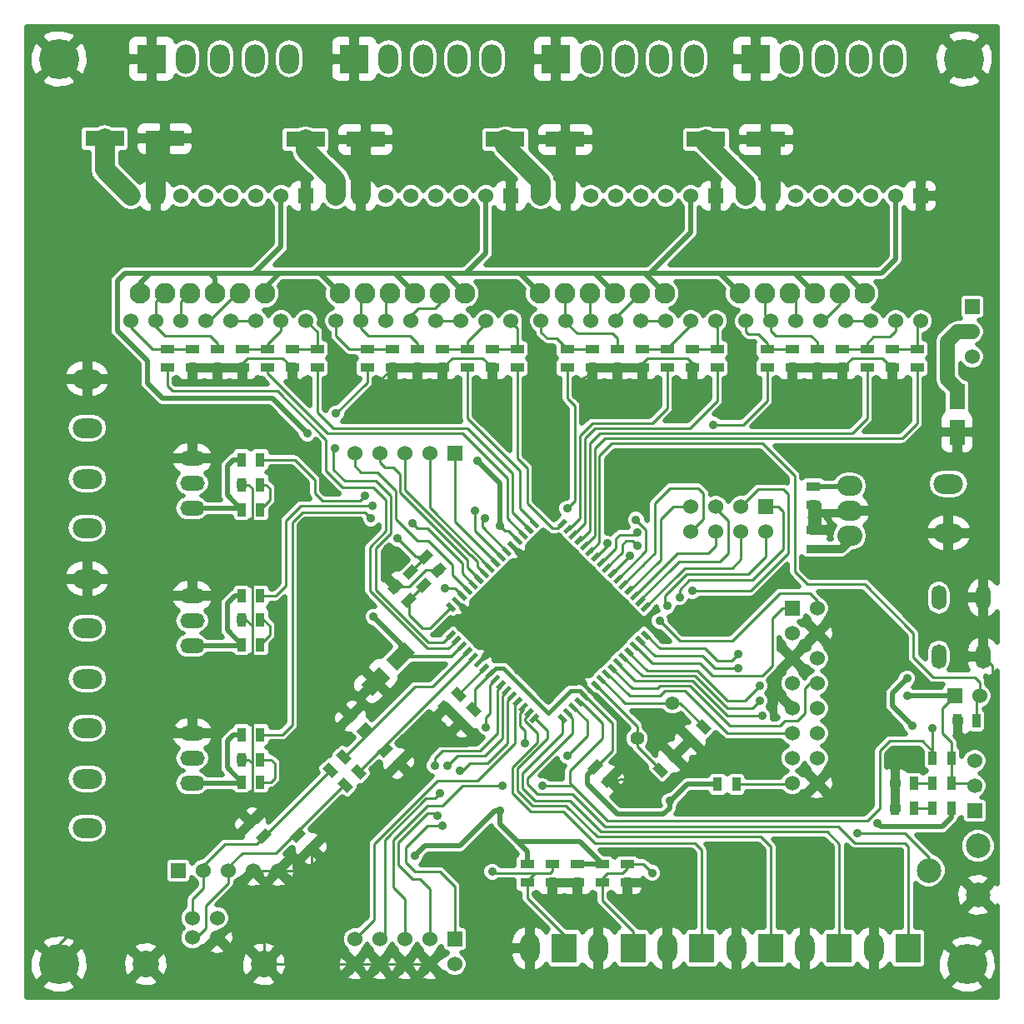
<source format=gtl>
G04 (created by PCBNEW (2013-mar-13)-testing) date wto, 15 kwi 2014, 21:51:24*
%MOIN*%
G04 Gerber Fmt 3.4, Leading zero omitted, Abs format*
%FSLAX34Y34*%
G01*
G70*
G90*
G04 APERTURE LIST*
%ADD10C,0.005906*%
%ADD11R,0.035000X0.055000*%
%ADD12O,0.098400X0.059100*%
%ADD13C,0.060000*%
%ADD14C,0.106300*%
%ADD15R,0.060000X0.060000*%
%ADD16O,0.118110X0.078740*%
%ADD17R,0.055000X0.035000*%
%ADD18C,0.160000*%
%ADD19C,0.056000*%
%ADD20O,0.059000X0.098400*%
%ADD21O,0.060000X0.098400*%
%ADD22O,0.100000X0.080000*%
%ADD23O,0.082677X0.082677*%
%ADD24C,0.082677*%
%ADD25C,0.098400*%
%ADD26R,0.157500X0.063000*%
%ADD27R,0.118110X0.118110*%
%ADD28O,0.078740X0.118110*%
%ADD29R,0.098425X0.118110*%
%ADD30R,0.063000X0.102400*%
%ADD31C,0.035000*%
%ADD32C,0.030000*%
%ADD33C,0.010000*%
%ADD34C,0.078740*%
%ADD35C,0.012000*%
%ADD36C,0.016000*%
%ADD37C,0.032000*%
%ADD38C,0.019685*%
%ADD39C,0.059055*%
G04 APERTURE END LIST*
G54D10*
G54D11*
X9630Y-28609D03*
X8880Y-28609D03*
X9630Y-23059D03*
X8880Y-23059D03*
X9630Y-17609D03*
X8880Y-17609D03*
G54D10*
G36*
X22722Y-29964D02*
X23111Y-29575D01*
X23358Y-29823D01*
X22969Y-30212D01*
X22722Y-29964D01*
X22722Y-29964D01*
G37*
G36*
X23252Y-30494D02*
X23641Y-30106D01*
X23888Y-30353D01*
X23499Y-30742D01*
X23252Y-30494D01*
X23252Y-30494D01*
G37*
G36*
X15888Y-23153D02*
X15499Y-23542D01*
X15252Y-23294D01*
X15641Y-22906D01*
X15888Y-23153D01*
X15888Y-23153D01*
G37*
G36*
X15358Y-22623D02*
X14969Y-23012D01*
X14722Y-22764D01*
X15111Y-22375D01*
X15358Y-22623D01*
X15358Y-22623D01*
G37*
G36*
X15922Y-21564D02*
X16311Y-21175D01*
X16558Y-21423D01*
X16169Y-21812D01*
X15922Y-21564D01*
X15922Y-21564D01*
G37*
G36*
X16452Y-22094D02*
X16841Y-21706D01*
X17088Y-21953D01*
X16699Y-22342D01*
X16452Y-22094D01*
X16452Y-22094D01*
G37*
G54D11*
X37530Y-28059D03*
X38280Y-28059D03*
G54D10*
G36*
X17334Y-23704D02*
X17056Y-23425D01*
X17181Y-23300D01*
X17459Y-23578D01*
X17334Y-23704D01*
X17334Y-23704D01*
G37*
G36*
X17557Y-23481D02*
X17278Y-23203D01*
X17404Y-23077D01*
X17682Y-23356D01*
X17557Y-23481D01*
X17557Y-23481D01*
G37*
G36*
X17780Y-23258D02*
X17501Y-22980D01*
X17626Y-22855D01*
X17905Y-23133D01*
X17780Y-23258D01*
X17780Y-23258D01*
G37*
G36*
X18002Y-23035D02*
X17724Y-22757D01*
X17849Y-22632D01*
X18128Y-22910D01*
X18002Y-23035D01*
X18002Y-23035D01*
G37*
G36*
X18225Y-22813D02*
X17947Y-22534D01*
X18072Y-22409D01*
X18350Y-22687D01*
X18225Y-22813D01*
X18225Y-22813D01*
G37*
G36*
X18448Y-22590D02*
X18169Y-22312D01*
X18295Y-22186D01*
X18573Y-22465D01*
X18448Y-22590D01*
X18448Y-22590D01*
G37*
G36*
X18670Y-22367D02*
X18392Y-22089D01*
X18517Y-21964D01*
X18796Y-22242D01*
X18670Y-22367D01*
X18670Y-22367D01*
G37*
G36*
X20675Y-20363D02*
X20396Y-20085D01*
X20522Y-19959D01*
X20800Y-20238D01*
X20675Y-20363D01*
X20675Y-20363D01*
G37*
G36*
X20452Y-20586D02*
X20174Y-20307D01*
X20299Y-20182D01*
X20577Y-20460D01*
X20452Y-20586D01*
X20452Y-20586D01*
G37*
G36*
X20229Y-20808D02*
X19951Y-20530D01*
X20076Y-20405D01*
X20355Y-20683D01*
X20229Y-20808D01*
X20229Y-20808D01*
G37*
G36*
X20007Y-21031D02*
X19728Y-20753D01*
X19854Y-20627D01*
X20132Y-20906D01*
X20007Y-21031D01*
X20007Y-21031D01*
G37*
G36*
X19784Y-21254D02*
X19506Y-20975D01*
X19631Y-20850D01*
X19909Y-21129D01*
X19784Y-21254D01*
X19784Y-21254D01*
G37*
G36*
X19561Y-21477D02*
X19283Y-21198D01*
X19408Y-21073D01*
X19687Y-21351D01*
X19561Y-21477D01*
X19561Y-21477D01*
G37*
G36*
X19339Y-21699D02*
X19060Y-21421D01*
X19185Y-21296D01*
X19464Y-21574D01*
X19339Y-21699D01*
X19339Y-21699D01*
G37*
G36*
X19116Y-21922D02*
X18837Y-21644D01*
X18963Y-21518D01*
X19241Y-21797D01*
X19116Y-21922D01*
X19116Y-21922D01*
G37*
G36*
X18893Y-22145D02*
X18615Y-21866D01*
X18740Y-21741D01*
X19018Y-22019D01*
X18893Y-22145D01*
X18893Y-22145D01*
G37*
G36*
X21635Y-20363D02*
X21510Y-20238D01*
X21788Y-19959D01*
X21914Y-20085D01*
X21635Y-20363D01*
X21635Y-20363D01*
G37*
G36*
X21858Y-20586D02*
X21733Y-20460D01*
X22011Y-20182D01*
X22136Y-20307D01*
X21858Y-20586D01*
X21858Y-20586D01*
G37*
G36*
X22081Y-20808D02*
X21955Y-20683D01*
X22234Y-20405D01*
X22359Y-20530D01*
X22081Y-20808D01*
X22081Y-20808D01*
G37*
G36*
X22303Y-21031D02*
X22178Y-20906D01*
X22456Y-20627D01*
X22582Y-20753D01*
X22303Y-21031D01*
X22303Y-21031D01*
G37*
G36*
X22526Y-21254D02*
X22401Y-21129D01*
X22679Y-20850D01*
X22804Y-20975D01*
X22526Y-21254D01*
X22526Y-21254D01*
G37*
G36*
X22749Y-21477D02*
X22624Y-21351D01*
X22902Y-21073D01*
X23027Y-21198D01*
X22749Y-21477D01*
X22749Y-21477D01*
G37*
G36*
X22971Y-21699D02*
X22846Y-21574D01*
X23125Y-21296D01*
X23250Y-21421D01*
X22971Y-21699D01*
X22971Y-21699D01*
G37*
G36*
X23194Y-21922D02*
X23069Y-21797D01*
X23347Y-21518D01*
X23473Y-21644D01*
X23194Y-21922D01*
X23194Y-21922D01*
G37*
G36*
X24976Y-23704D02*
X24851Y-23578D01*
X25129Y-23300D01*
X25254Y-23425D01*
X24976Y-23704D01*
X24976Y-23704D01*
G37*
G36*
X24753Y-23481D02*
X24628Y-23356D01*
X24906Y-23077D01*
X25032Y-23203D01*
X24753Y-23481D01*
X24753Y-23481D01*
G37*
G36*
X24530Y-23258D02*
X24405Y-23133D01*
X24684Y-22855D01*
X24809Y-22980D01*
X24530Y-23258D01*
X24530Y-23258D01*
G37*
G36*
X24308Y-23035D02*
X24182Y-22910D01*
X24461Y-22632D01*
X24586Y-22757D01*
X24308Y-23035D01*
X24308Y-23035D01*
G37*
G36*
X24085Y-22813D02*
X23960Y-22687D01*
X24238Y-22409D01*
X24363Y-22534D01*
X24085Y-22813D01*
X24085Y-22813D01*
G37*
G36*
X23862Y-22590D02*
X23737Y-22465D01*
X24015Y-22186D01*
X24141Y-22312D01*
X23862Y-22590D01*
X23862Y-22590D01*
G37*
G36*
X23640Y-22367D02*
X23514Y-22242D01*
X23793Y-21964D01*
X23918Y-22089D01*
X23640Y-22367D01*
X23640Y-22367D01*
G37*
G36*
X23417Y-22145D02*
X23292Y-22019D01*
X23570Y-21741D01*
X23695Y-21866D01*
X23417Y-22145D01*
X23417Y-22145D01*
G37*
G36*
X18963Y-26599D02*
X18837Y-26474D01*
X19116Y-26195D01*
X19241Y-26320D01*
X18963Y-26599D01*
X18963Y-26599D01*
G37*
G36*
X19185Y-26822D02*
X19060Y-26696D01*
X19339Y-26418D01*
X19464Y-26543D01*
X19185Y-26822D01*
X19185Y-26822D01*
G37*
G36*
X19408Y-27044D02*
X19283Y-26919D01*
X19561Y-26641D01*
X19687Y-26766D01*
X19408Y-27044D01*
X19408Y-27044D01*
G37*
G36*
X19631Y-27267D02*
X19506Y-27142D01*
X19784Y-26863D01*
X19909Y-26989D01*
X19631Y-27267D01*
X19631Y-27267D01*
G37*
G36*
X19854Y-27490D02*
X19728Y-27364D01*
X20007Y-27086D01*
X20132Y-27211D01*
X19854Y-27490D01*
X19854Y-27490D01*
G37*
G36*
X20076Y-27712D02*
X19951Y-27587D01*
X20229Y-27309D01*
X20355Y-27434D01*
X20076Y-27712D01*
X20076Y-27712D01*
G37*
G36*
X20299Y-27935D02*
X20174Y-27810D01*
X20452Y-27531D01*
X20577Y-27657D01*
X20299Y-27935D01*
X20299Y-27935D01*
G37*
G36*
X20522Y-28158D02*
X20396Y-28033D01*
X20675Y-27754D01*
X20800Y-27879D01*
X20522Y-28158D01*
X20522Y-28158D01*
G37*
G36*
X18740Y-26376D02*
X18615Y-26251D01*
X18893Y-25972D01*
X19018Y-26098D01*
X18740Y-26376D01*
X18740Y-26376D01*
G37*
G36*
X18517Y-26153D02*
X18392Y-26028D01*
X18670Y-25750D01*
X18796Y-25875D01*
X18517Y-26153D01*
X18517Y-26153D01*
G37*
G36*
X18295Y-25931D02*
X18169Y-25805D01*
X18448Y-25527D01*
X18573Y-25652D01*
X18295Y-25931D01*
X18295Y-25931D01*
G37*
G36*
X18072Y-25708D02*
X17947Y-25583D01*
X18225Y-25304D01*
X18350Y-25430D01*
X18072Y-25708D01*
X18072Y-25708D01*
G37*
G36*
X17849Y-25485D02*
X17724Y-25360D01*
X18002Y-25082D01*
X18128Y-25207D01*
X17849Y-25485D01*
X17849Y-25485D01*
G37*
G36*
X17626Y-25263D02*
X17501Y-25137D01*
X17780Y-24859D01*
X17905Y-24984D01*
X17626Y-25263D01*
X17626Y-25263D01*
G37*
G36*
X17404Y-25040D02*
X17278Y-24915D01*
X17557Y-24636D01*
X17682Y-24761D01*
X17404Y-25040D01*
X17404Y-25040D01*
G37*
G36*
X17181Y-24817D02*
X17056Y-24692D01*
X17334Y-24414D01*
X17459Y-24539D01*
X17181Y-24817D01*
X17181Y-24817D01*
G37*
G36*
X23347Y-26599D02*
X23069Y-26320D01*
X23194Y-26195D01*
X23473Y-26474D01*
X23347Y-26599D01*
X23347Y-26599D01*
G37*
G36*
X23570Y-26376D02*
X23292Y-26098D01*
X23417Y-25972D01*
X23695Y-26251D01*
X23570Y-26376D01*
X23570Y-26376D01*
G37*
G36*
X23793Y-26153D02*
X23514Y-25875D01*
X23640Y-25750D01*
X23918Y-26028D01*
X23793Y-26153D01*
X23793Y-26153D01*
G37*
G36*
X24015Y-25931D02*
X23737Y-25652D01*
X23862Y-25527D01*
X24141Y-25805D01*
X24015Y-25931D01*
X24015Y-25931D01*
G37*
G36*
X24238Y-25708D02*
X23960Y-25430D01*
X24085Y-25304D01*
X24363Y-25583D01*
X24238Y-25708D01*
X24238Y-25708D01*
G37*
G36*
X24461Y-25485D02*
X24182Y-25207D01*
X24308Y-25082D01*
X24586Y-25360D01*
X24461Y-25485D01*
X24461Y-25485D01*
G37*
G36*
X24684Y-25263D02*
X24405Y-24984D01*
X24530Y-24859D01*
X24809Y-25137D01*
X24684Y-25263D01*
X24684Y-25263D01*
G37*
G36*
X24906Y-25040D02*
X24628Y-24761D01*
X24753Y-24636D01*
X25032Y-24915D01*
X24906Y-25040D01*
X24906Y-25040D01*
G37*
G36*
X25129Y-24817D02*
X24851Y-24539D01*
X24976Y-24414D01*
X25254Y-24692D01*
X25129Y-24817D01*
X25129Y-24817D01*
G37*
G36*
X23125Y-26822D02*
X22846Y-26543D01*
X22971Y-26418D01*
X23250Y-26696D01*
X23125Y-26822D01*
X23125Y-26822D01*
G37*
G36*
X22902Y-27044D02*
X22624Y-26766D01*
X22749Y-26641D01*
X23027Y-26919D01*
X22902Y-27044D01*
X22902Y-27044D01*
G37*
G36*
X22679Y-27267D02*
X22401Y-26989D01*
X22526Y-26863D01*
X22804Y-27142D01*
X22679Y-27267D01*
X22679Y-27267D01*
G37*
G36*
X22456Y-27490D02*
X22178Y-27211D01*
X22303Y-27086D01*
X22582Y-27364D01*
X22456Y-27490D01*
X22456Y-27490D01*
G37*
G36*
X22234Y-27712D02*
X21955Y-27434D01*
X22081Y-27309D01*
X22359Y-27587D01*
X22234Y-27712D01*
X22234Y-27712D01*
G37*
G36*
X22011Y-27935D02*
X21733Y-27657D01*
X21858Y-27531D01*
X22136Y-27810D01*
X22011Y-27935D01*
X22011Y-27935D01*
G37*
G36*
X21788Y-28158D02*
X21510Y-27879D01*
X21635Y-27754D01*
X21914Y-28033D01*
X21788Y-28158D01*
X21788Y-28158D01*
G37*
G36*
X15322Y-22164D02*
X15711Y-21775D01*
X15958Y-22023D01*
X15569Y-22412D01*
X15322Y-22164D01*
X15322Y-22164D01*
G37*
G36*
X15852Y-22694D02*
X16241Y-22306D01*
X16488Y-22553D01*
X16099Y-22942D01*
X15852Y-22694D01*
X15852Y-22694D01*
G37*
G54D12*
X6905Y-29559D03*
X6905Y-30559D03*
X6905Y-28559D03*
X6905Y-24059D03*
X6905Y-25059D03*
X6905Y-23059D03*
X6905Y-18559D03*
X6905Y-19559D03*
X6905Y-17559D03*
G54D13*
X7905Y-35946D03*
X6905Y-35946D03*
X6905Y-36733D03*
X7905Y-36733D03*
G54D14*
X9767Y-37796D03*
X5043Y-37796D03*
G54D15*
X11461Y-7059D03*
G54D13*
X10461Y-7059D03*
X9461Y-7059D03*
X8461Y-7059D03*
X7461Y-7059D03*
X6461Y-7059D03*
G54D15*
X5461Y-7059D03*
G54D13*
X4461Y-7059D03*
X4461Y-12059D03*
X5461Y-12059D03*
X6461Y-12059D03*
X7461Y-12059D03*
X8461Y-12059D03*
X9461Y-12059D03*
X10461Y-12059D03*
X11461Y-12059D03*
G54D16*
X2705Y-16343D03*
X2705Y-14374D03*
X2705Y-18374D03*
X2705Y-20343D03*
X2705Y-26374D03*
X2705Y-28343D03*
X2705Y-30374D03*
X2705Y-32343D03*
G54D11*
X8880Y-19609D03*
X9630Y-19609D03*
X9630Y-24009D03*
X8880Y-24009D03*
X8880Y-25009D03*
X9630Y-25009D03*
X8880Y-30509D03*
X9630Y-30509D03*
G54D16*
X37155Y-18574D03*
X37155Y-20543D03*
G54D10*
G36*
X26911Y-29142D02*
X26522Y-28753D01*
X26769Y-28506D01*
X27158Y-28894D01*
X26911Y-29142D01*
X26911Y-29142D01*
G37*
G36*
X27441Y-28612D02*
X27052Y-28223D01*
X27299Y-27975D01*
X27688Y-28364D01*
X27441Y-28612D01*
X27441Y-28612D01*
G37*
G36*
X26099Y-29175D02*
X26488Y-29564D01*
X26241Y-29812D01*
X25852Y-29423D01*
X26099Y-29175D01*
X26099Y-29175D01*
G37*
G36*
X25569Y-29706D02*
X25958Y-30094D01*
X25711Y-30342D01*
X25322Y-29953D01*
X25569Y-29706D01*
X25569Y-29706D01*
G37*
G36*
X17111Y-27842D02*
X16722Y-27453D01*
X16969Y-27206D01*
X17358Y-27594D01*
X17111Y-27842D01*
X17111Y-27842D01*
G37*
G36*
X17641Y-27312D02*
X17252Y-26923D01*
X17499Y-26675D01*
X17888Y-27064D01*
X17641Y-27312D01*
X17641Y-27312D01*
G37*
G54D17*
X22305Y-33784D03*
X22305Y-34534D03*
X24305Y-33784D03*
X24305Y-34534D03*
X21305Y-33784D03*
X21305Y-34534D03*
G54D11*
X37280Y-31559D03*
X36530Y-31559D03*
X37280Y-30559D03*
X36530Y-30559D03*
G54D15*
X38205Y-31659D03*
G54D13*
X38205Y-30659D03*
X38205Y-29659D03*
G54D15*
X6355Y-34046D03*
G54D13*
X7355Y-34046D03*
X8355Y-34046D03*
X9355Y-34046D03*
X10355Y-34046D03*
G54D15*
X17405Y-36796D03*
G54D13*
X17405Y-37796D03*
X16405Y-36796D03*
X16405Y-37796D03*
X15405Y-36796D03*
X15405Y-37796D03*
X14405Y-36796D03*
X14405Y-37796D03*
X13405Y-36796D03*
X13405Y-37796D03*
G54D11*
X9630Y-18609D03*
X8880Y-18609D03*
X35780Y-31559D03*
X35030Y-31559D03*
X35780Y-30559D03*
X35030Y-30559D03*
X37280Y-29559D03*
X36530Y-29559D03*
G54D10*
G36*
X13111Y-30942D02*
X12722Y-30553D01*
X12969Y-30306D01*
X13358Y-30694D01*
X13111Y-30942D01*
X13111Y-30942D01*
G37*
G36*
X13641Y-30412D02*
X13252Y-30023D01*
X13499Y-29775D01*
X13888Y-30164D01*
X13641Y-30412D01*
X13641Y-30412D01*
G37*
G36*
X12511Y-30342D02*
X12122Y-29953D01*
X12369Y-29706D01*
X12758Y-30094D01*
X12511Y-30342D01*
X12511Y-30342D01*
G37*
G36*
X13041Y-29812D02*
X12652Y-29423D01*
X12899Y-29175D01*
X13288Y-29564D01*
X13041Y-29812D01*
X13041Y-29812D01*
G37*
G54D11*
X9630Y-29609D03*
X8880Y-29609D03*
G54D17*
X23305Y-34534D03*
X23305Y-33784D03*
X20305Y-34534D03*
X20305Y-33784D03*
G54D18*
X1574Y-1574D03*
X37795Y-1574D03*
X1574Y-37795D03*
X37905Y-37796D03*
G54D19*
X24698Y-28766D03*
X26112Y-27351D03*
G54D20*
X36770Y-25489D03*
G54D21*
X38540Y-25489D03*
G54D20*
X36770Y-23129D03*
X38540Y-23129D03*
G54D15*
X36052Y-7059D03*
G54D13*
X35052Y-7059D03*
X34052Y-7059D03*
X33052Y-7059D03*
X32052Y-7059D03*
X31052Y-7059D03*
G54D15*
X30052Y-7059D03*
G54D13*
X29052Y-7059D03*
X29052Y-12059D03*
X30052Y-12059D03*
X31052Y-12059D03*
X32052Y-12059D03*
X33052Y-12059D03*
X34052Y-12059D03*
X35052Y-12059D03*
X36052Y-12059D03*
G54D15*
X19658Y-7059D03*
G54D13*
X18658Y-7059D03*
X17658Y-7059D03*
X16658Y-7059D03*
X15658Y-7059D03*
X14658Y-7059D03*
G54D15*
X13658Y-7059D03*
G54D13*
X12658Y-7059D03*
X12658Y-12059D03*
X13658Y-12059D03*
X14658Y-12059D03*
X15658Y-12059D03*
X16658Y-12059D03*
X17658Y-12059D03*
X18658Y-12059D03*
X19658Y-12059D03*
G54D15*
X27855Y-7059D03*
G54D13*
X26855Y-7059D03*
X25855Y-7059D03*
X24855Y-7059D03*
X23855Y-7059D03*
X22855Y-7059D03*
G54D15*
X21855Y-7059D03*
G54D13*
X20855Y-7059D03*
X20855Y-12059D03*
X21855Y-12059D03*
X22855Y-12059D03*
X23855Y-12059D03*
X24855Y-12059D03*
X25855Y-12059D03*
X26855Y-12059D03*
X27855Y-12059D03*
G54D17*
X31755Y-18671D03*
X31755Y-19421D03*
X31755Y-21171D03*
X31755Y-20421D03*
G54D22*
X33205Y-19659D03*
X33205Y-20659D03*
X33205Y-18659D03*
G54D16*
X2705Y-24343D03*
X2705Y-22374D03*
G54D15*
X37405Y-27059D03*
G54D13*
X38405Y-27059D03*
G54D23*
X29805Y-10959D03*
G54D24*
X28805Y-10959D03*
G54D23*
X13805Y-10959D03*
G54D24*
X12805Y-10959D03*
G54D23*
X21805Y-10959D03*
G54D24*
X20805Y-10959D03*
G54D23*
X30805Y-10959D03*
G54D24*
X31805Y-10959D03*
G54D23*
X14805Y-10959D03*
G54D24*
X15805Y-10959D03*
G54D23*
X22805Y-10959D03*
G54D24*
X23805Y-10959D03*
G54D23*
X6805Y-10959D03*
G54D24*
X7805Y-10959D03*
G54D23*
X8805Y-10959D03*
G54D24*
X9805Y-10959D03*
G54D23*
X32805Y-10959D03*
G54D24*
X33805Y-10959D03*
G54D23*
X16805Y-10959D03*
G54D24*
X17805Y-10959D03*
G54D23*
X24805Y-10959D03*
G54D24*
X25805Y-10959D03*
G54D23*
X5805Y-10959D03*
G54D24*
X4805Y-10959D03*
G54D17*
X7905Y-13184D03*
X7905Y-13934D03*
X15905Y-13184D03*
X15905Y-13934D03*
X23905Y-13184D03*
X23905Y-13934D03*
X31905Y-13184D03*
X31905Y-13934D03*
X35905Y-13184D03*
X35905Y-13934D03*
X34905Y-13184D03*
X34905Y-13934D03*
X33905Y-13184D03*
X33905Y-13934D03*
X32905Y-13184D03*
X32905Y-13934D03*
X29905Y-13184D03*
X29905Y-13934D03*
X30905Y-13184D03*
X30905Y-13934D03*
X11905Y-13184D03*
X11905Y-13934D03*
X10905Y-13184D03*
X10905Y-13934D03*
X9905Y-13184D03*
X9905Y-13934D03*
X8905Y-13184D03*
X8905Y-13934D03*
X5905Y-13184D03*
X5905Y-13934D03*
X6905Y-13184D03*
X6905Y-13934D03*
X19905Y-13184D03*
X19905Y-13934D03*
X18905Y-13184D03*
X18905Y-13934D03*
X17905Y-13184D03*
X17905Y-13934D03*
X16905Y-13184D03*
X16905Y-13934D03*
X13905Y-13184D03*
X13905Y-13934D03*
X14905Y-13184D03*
X14905Y-13934D03*
X27905Y-13184D03*
X27905Y-13934D03*
X26905Y-13184D03*
X26905Y-13934D03*
X25905Y-13184D03*
X25905Y-13934D03*
X24905Y-13184D03*
X24905Y-13934D03*
X21905Y-13184D03*
X21905Y-13934D03*
X22905Y-13184D03*
X22905Y-13934D03*
G54D10*
G36*
X18099Y-27275D02*
X18488Y-27664D01*
X18241Y-27912D01*
X17852Y-27523D01*
X18099Y-27275D01*
X18099Y-27275D01*
G37*
G36*
X17569Y-27806D02*
X17958Y-28194D01*
X17711Y-28442D01*
X17322Y-28053D01*
X17569Y-27806D01*
X17569Y-27806D01*
G37*
G54D11*
X28680Y-30596D03*
X27930Y-30596D03*
G54D15*
X17405Y-17359D03*
G54D13*
X16405Y-17359D03*
X15405Y-17359D03*
X14405Y-17359D03*
X13405Y-17359D03*
G54D15*
X30905Y-23559D03*
G54D13*
X31905Y-23559D03*
X30905Y-24559D03*
X31905Y-24559D03*
X30905Y-25559D03*
X31905Y-25559D03*
X30905Y-26559D03*
X31905Y-26559D03*
X30905Y-27559D03*
X31905Y-27559D03*
X30905Y-28559D03*
X31905Y-28559D03*
X30905Y-29559D03*
X31905Y-29559D03*
X30905Y-30559D03*
X31905Y-30559D03*
G54D25*
X36371Y-34046D03*
X38339Y-33062D03*
X38339Y-35030D03*
G54D15*
X29855Y-19496D03*
G54D13*
X29855Y-20496D03*
X28855Y-19496D03*
X28855Y-20496D03*
X27855Y-19496D03*
X27855Y-20496D03*
X26855Y-19496D03*
X26855Y-20496D03*
G54D10*
G36*
X10088Y-32590D02*
X9699Y-32979D01*
X9452Y-32731D01*
X9841Y-32343D01*
X10088Y-32590D01*
X10088Y-32590D01*
G37*
G36*
X9558Y-32060D02*
X9169Y-32449D01*
X8922Y-32201D01*
X9311Y-31812D01*
X9558Y-32060D01*
X9558Y-32060D01*
G37*
G36*
X10822Y-32701D02*
X11211Y-32312D01*
X11458Y-32560D01*
X11069Y-32949D01*
X10822Y-32701D01*
X10822Y-32701D01*
G37*
G36*
X11352Y-33231D02*
X11741Y-32843D01*
X11988Y-33090D01*
X11599Y-33479D01*
X11352Y-33231D01*
X11352Y-33231D01*
G37*
G36*
X14322Y-29301D02*
X14711Y-28912D01*
X14958Y-29160D01*
X14569Y-29549D01*
X14322Y-29301D01*
X14322Y-29301D01*
G37*
G36*
X14852Y-29831D02*
X15241Y-29443D01*
X15488Y-29690D01*
X15099Y-30079D01*
X14852Y-29831D01*
X14852Y-29831D01*
G37*
G36*
X14088Y-28340D02*
X13699Y-28729D01*
X13452Y-28481D01*
X13841Y-28093D01*
X14088Y-28340D01*
X14088Y-28340D01*
G37*
G36*
X13558Y-27810D02*
X13169Y-28199D01*
X12922Y-27951D01*
X13311Y-27562D01*
X13558Y-27810D01*
X13558Y-27810D01*
G37*
G54D26*
X27460Y-4803D03*
X29862Y-4803D03*
X19428Y-4803D03*
X21830Y-4803D03*
X11436Y-4803D03*
X13838Y-4803D03*
X3405Y-4763D03*
X5807Y-4763D03*
G54D27*
X29448Y-1574D03*
G54D28*
X30826Y-1574D03*
X32204Y-1574D03*
X33582Y-1574D03*
X34960Y-1574D03*
G54D27*
X21456Y-1574D03*
G54D28*
X22834Y-1574D03*
X24212Y-1574D03*
X25590Y-1574D03*
X26968Y-1574D03*
G54D27*
X13385Y-1574D03*
G54D28*
X14763Y-1574D03*
X16141Y-1574D03*
X17519Y-1574D03*
X18897Y-1574D03*
G54D27*
X5275Y-1574D03*
G54D28*
X6653Y-1574D03*
X8031Y-1574D03*
X9409Y-1574D03*
X10787Y-1574D03*
G54D29*
X35554Y-37159D03*
G54D28*
X34176Y-37159D03*
G54D29*
X30054Y-37159D03*
G54D28*
X28676Y-37159D03*
G54D29*
X24534Y-37159D03*
G54D28*
X23156Y-37159D03*
G54D29*
X21794Y-37159D03*
G54D28*
X20416Y-37159D03*
G54D29*
X32794Y-37159D03*
G54D28*
X31416Y-37159D03*
G54D29*
X27294Y-37159D03*
G54D28*
X25916Y-37159D03*
G54D10*
G36*
X15107Y-26059D02*
X14662Y-25614D01*
X15386Y-24889D01*
X15831Y-25335D01*
X15107Y-26059D01*
X15107Y-26059D01*
G37*
G36*
X14104Y-27062D02*
X13659Y-26616D01*
X14383Y-25892D01*
X14828Y-26338D01*
X14104Y-27062D01*
X14104Y-27062D01*
G37*
G54D30*
X37505Y-15087D03*
X37505Y-16505D03*
G54D15*
X38105Y-11496D03*
G54D13*
X38105Y-12496D03*
X38105Y-13496D03*
G54D31*
X18905Y-34096D03*
X18205Y-19659D03*
X25305Y-34146D03*
X18605Y-19959D03*
X20205Y-28959D03*
X26405Y-23109D03*
X16095Y-29036D03*
X3405Y-35246D03*
X11655Y-35896D03*
X28255Y-23496D03*
X28605Y-17821D03*
X11105Y-29196D03*
X16105Y-28359D03*
X12305Y-26846D03*
X12305Y-23596D03*
X34155Y-34746D03*
X34155Y-33696D03*
X31505Y-33646D03*
X31405Y-34696D03*
X28905Y-34996D03*
X28505Y-33546D03*
X26555Y-33546D03*
X6005Y-32546D03*
X8355Y-31546D03*
X14155Y-31446D03*
X25705Y-34996D03*
X21555Y-35246D03*
X12855Y-14459D03*
X28705Y-15009D03*
X27355Y-10909D03*
X19405Y-11009D03*
X11455Y-10959D03*
X18255Y-28659D03*
X21055Y-30209D03*
X21455Y-30209D03*
X24405Y-30359D03*
X16405Y-15159D03*
X20505Y-17559D03*
X21705Y-17559D03*
X21705Y-16259D03*
X20505Y-16259D03*
X28005Y-29259D03*
X35305Y-23359D03*
X35305Y-24859D03*
X33605Y-31059D03*
X35405Y-29459D03*
X32605Y-31359D03*
X11805Y-22359D03*
X30305Y-14559D03*
X22305Y-14459D03*
X14405Y-14459D03*
X11405Y-14459D03*
X14705Y-21159D03*
X13905Y-20659D03*
G54D32*
X21905Y-26059D03*
X22905Y-25059D03*
X23905Y-24059D03*
X22905Y-23059D03*
X21905Y-24059D03*
X19905Y-24059D03*
X20905Y-23059D03*
X19905Y-22059D03*
X21905Y-22059D03*
X20905Y-21059D03*
X20905Y-25059D03*
X19905Y-26059D03*
X18905Y-25059D03*
X20905Y-27059D03*
G54D31*
X11155Y-18446D03*
X10205Y-16459D03*
X24405Y-21459D03*
X14055Y-19959D03*
X24705Y-21059D03*
X14105Y-19459D03*
X17605Y-30059D03*
X16905Y-32259D03*
X33505Y-32559D03*
X16605Y-29859D03*
X16705Y-31859D03*
X24655Y-20009D03*
X27755Y-16209D03*
X21905Y-19559D03*
X23505Y-20959D03*
X29705Y-27859D03*
X29605Y-27259D03*
X29605Y-26659D03*
X28755Y-25946D03*
X28755Y-25396D03*
X18655Y-28309D03*
X25905Y-23459D03*
X26905Y-22859D03*
X21905Y-29459D03*
X12655Y-15759D03*
X12605Y-17159D03*
X15705Y-20159D03*
X25605Y-24059D03*
X24705Y-20509D03*
X13805Y-19059D03*
X20905Y-30659D03*
X19305Y-30659D03*
X36505Y-28359D03*
X17105Y-29859D03*
X16805Y-30959D03*
X14155Y-23896D03*
X15105Y-20759D03*
X15805Y-33459D03*
X35505Y-27059D03*
X26005Y-31259D03*
X19205Y-31659D03*
X11505Y-16559D03*
X18305Y-17659D03*
X17005Y-22759D03*
X19205Y-20259D03*
X35505Y-26359D03*
X35705Y-28259D03*
X34305Y-32146D03*
G54D33*
X20305Y-34534D02*
X20305Y-34446D01*
X20305Y-34446D02*
X20605Y-34146D01*
X20305Y-34534D02*
X20305Y-35146D01*
X21794Y-36635D02*
X21794Y-37159D01*
X20305Y-35146D02*
X21794Y-36635D01*
X18955Y-34146D02*
X20605Y-34146D01*
X18905Y-34096D02*
X18955Y-34146D01*
X18205Y-20459D02*
X18205Y-19659D01*
X19244Y-21497D02*
X18205Y-20459D01*
X19262Y-21497D02*
X19244Y-21497D01*
X21305Y-34046D02*
X21305Y-33784D01*
X21205Y-34146D02*
X21305Y-34046D01*
X20605Y-34146D02*
X21205Y-34146D01*
X13570Y-30093D02*
X13570Y-30080D01*
X14420Y-29230D02*
X14640Y-29230D01*
X13570Y-30080D02*
X14420Y-29230D01*
X13570Y-30093D02*
X13570Y-30084D01*
X13570Y-30084D02*
X18148Y-25506D01*
X13770Y-28411D02*
X13770Y-28730D01*
X13770Y-28730D02*
X13655Y-28846D01*
X16355Y-26696D02*
X16514Y-26696D01*
X16514Y-26696D02*
X17926Y-25283D01*
X12970Y-29493D02*
X13007Y-29493D01*
X15805Y-26696D02*
X16355Y-26696D01*
X16355Y-26696D02*
X16405Y-26696D01*
X13007Y-29493D02*
X13655Y-28846D01*
X13655Y-28846D02*
X15805Y-26696D01*
X35905Y-13184D02*
X35905Y-12205D01*
X35905Y-12205D02*
X36052Y-12059D01*
X34905Y-13184D02*
X35905Y-13184D01*
X29052Y-12059D02*
X29052Y-12492D01*
X29052Y-12492D02*
X29155Y-12596D01*
X29155Y-12596D02*
X29555Y-12596D01*
X29555Y-12596D02*
X29905Y-12946D01*
X29905Y-12946D02*
X29905Y-13184D01*
X29905Y-13184D02*
X30905Y-13184D01*
X30052Y-12059D02*
X30052Y-12442D01*
X30052Y-12442D02*
X30255Y-12646D01*
X30255Y-12646D02*
X31655Y-12646D01*
X31655Y-12646D02*
X31905Y-12896D01*
X31905Y-12896D02*
X31905Y-13184D01*
X29805Y-10959D02*
X29805Y-11812D01*
X29805Y-11812D02*
X30052Y-12059D01*
X31052Y-12059D02*
X31052Y-11205D01*
X31052Y-11205D02*
X30805Y-10959D01*
X32052Y-12059D02*
X32142Y-12059D01*
X32142Y-12059D02*
X32805Y-11396D01*
X32805Y-11396D02*
X32805Y-10959D01*
X33905Y-13184D02*
X33905Y-12946D01*
X33905Y-12946D02*
X34155Y-12696D01*
X34155Y-12696D02*
X34805Y-12696D01*
X34805Y-12696D02*
X35052Y-12449D01*
X35052Y-12449D02*
X35052Y-12059D01*
X32905Y-13184D02*
X33905Y-13184D01*
X20305Y-30496D02*
X20305Y-30596D01*
X35554Y-33095D02*
X35554Y-37159D01*
X35405Y-32946D02*
X35554Y-33095D01*
X33405Y-32946D02*
X35405Y-32946D01*
X32755Y-32296D02*
X33405Y-32946D01*
X23405Y-32296D02*
X32755Y-32296D01*
X22105Y-30996D02*
X23405Y-32296D01*
X20705Y-30996D02*
X22105Y-30996D01*
X20305Y-30596D02*
X20705Y-30996D01*
X21934Y-27733D02*
X21934Y-27788D01*
X20305Y-30359D02*
X20305Y-30496D01*
X22105Y-28559D02*
X20305Y-30359D01*
X22105Y-27959D02*
X22105Y-28559D01*
X21934Y-27788D02*
X22105Y-27959D01*
X23305Y-34534D02*
X23305Y-35246D01*
X24534Y-36475D02*
X24534Y-37159D01*
X23305Y-35246D02*
X24534Y-36475D01*
X23305Y-34534D02*
X23305Y-34346D01*
X24305Y-33946D02*
X24305Y-33784D01*
X24105Y-34146D02*
X24305Y-33946D01*
X23505Y-34146D02*
X24105Y-34146D01*
X23305Y-34346D02*
X23505Y-34146D01*
X24943Y-33784D02*
X24305Y-33784D01*
X25305Y-34146D02*
X24943Y-33784D01*
X18605Y-19959D02*
X18505Y-20059D01*
X18505Y-20059D02*
X18505Y-20295D01*
X18505Y-20295D02*
X19485Y-21275D01*
X27105Y-22427D02*
X29324Y-22427D01*
X30355Y-19496D02*
X29855Y-19496D01*
X30555Y-19696D02*
X30355Y-19496D01*
X30555Y-21196D02*
X30555Y-19696D01*
X29324Y-22427D02*
X30555Y-21196D01*
X26787Y-22427D02*
X27105Y-22427D01*
X20153Y-27611D02*
X20005Y-27759D01*
X20005Y-27759D02*
X20005Y-28259D01*
X20005Y-28259D02*
X20205Y-28459D01*
X20205Y-28459D02*
X20205Y-28959D01*
X20153Y-27611D02*
X20153Y-27511D01*
X26405Y-22809D02*
X26405Y-23109D01*
X26787Y-22427D02*
X26405Y-22809D01*
G54D34*
X30052Y-7059D02*
X30052Y-4993D01*
X30052Y-4993D02*
X29862Y-4803D01*
X21855Y-7059D02*
X21855Y-4827D01*
X21855Y-4827D02*
X21830Y-4803D01*
X13658Y-7059D02*
X13658Y-4983D01*
X13658Y-4983D02*
X13838Y-4803D01*
X5461Y-7059D02*
X5461Y-5109D01*
X5461Y-5109D02*
X5807Y-4763D01*
G54D35*
X16115Y-29436D02*
X16105Y-29436D01*
X16105Y-29426D02*
X16115Y-29436D01*
X16105Y-29046D02*
X16105Y-29426D01*
X16095Y-29036D02*
X16105Y-29046D01*
X1574Y-37795D02*
X3405Y-35964D01*
X3405Y-35964D02*
X3405Y-35246D01*
X11655Y-35546D02*
X12105Y-35096D01*
X11655Y-35896D02*
X11655Y-35546D01*
G54D33*
X28205Y-23546D02*
X28405Y-23446D01*
X28255Y-23496D02*
X28205Y-23546D01*
X28505Y-17721D02*
X27705Y-17721D01*
X28605Y-17821D02*
X28505Y-17721D01*
X37155Y-20543D02*
X35302Y-20543D01*
X34418Y-19659D02*
X33205Y-19659D01*
X35302Y-20543D02*
X34418Y-19659D01*
X31755Y-20421D02*
X31755Y-19972D01*
X31755Y-19972D02*
X31968Y-19759D01*
X31755Y-20421D02*
X31755Y-20346D01*
X31755Y-20346D02*
X31905Y-20196D01*
X31755Y-19421D02*
X31755Y-19546D01*
X31755Y-19546D02*
X31968Y-19759D01*
X15170Y-29761D02*
X15340Y-29761D01*
X16105Y-28996D02*
X16105Y-29436D01*
X15340Y-29761D02*
X16105Y-28996D01*
X9240Y-32130D02*
X9470Y-32130D01*
X9470Y-32130D02*
X10605Y-30996D01*
X10605Y-30996D02*
X11105Y-30496D01*
X11105Y-30496D02*
X11105Y-29196D01*
X11670Y-33161D02*
X11670Y-33830D01*
X11670Y-33830D02*
X11455Y-34046D01*
X16105Y-28359D02*
X16118Y-28359D01*
X16118Y-28359D02*
X16805Y-29046D01*
X17868Y-29046D02*
X18255Y-28659D01*
X16805Y-29046D02*
X17868Y-29046D01*
X17068Y-28696D02*
X17640Y-28124D01*
X16455Y-28696D02*
X17068Y-28696D01*
X16118Y-28359D02*
X16455Y-28696D01*
X15805Y-30296D02*
X15305Y-30796D01*
X15805Y-29946D02*
X15805Y-30296D01*
X16105Y-29646D02*
X15805Y-29946D01*
X16105Y-29436D02*
X16105Y-29646D01*
X14155Y-31446D02*
X14655Y-31446D01*
X14655Y-31446D02*
X15305Y-30796D01*
X12305Y-23596D02*
X12305Y-26846D01*
X25705Y-34996D02*
X26255Y-34996D01*
X34155Y-33696D02*
X34155Y-34746D01*
X31505Y-34596D02*
X31505Y-33646D01*
X31405Y-34696D02*
X31505Y-34596D01*
X28555Y-34646D02*
X28905Y-34996D01*
X28555Y-33596D02*
X28555Y-34646D01*
X28505Y-33546D02*
X28555Y-33596D01*
X26555Y-34696D02*
X26555Y-33546D01*
X26255Y-34996D02*
X26555Y-34696D01*
X10355Y-34046D02*
X11455Y-34046D01*
X11455Y-34046D02*
X11555Y-34046D01*
X11555Y-34046D02*
X14155Y-31446D01*
X32605Y-31359D02*
X33305Y-31359D01*
X33305Y-31359D02*
X33605Y-31059D01*
X38339Y-35030D02*
X38539Y-35030D01*
X38805Y-36896D02*
X37905Y-37796D01*
X38805Y-35296D02*
X38805Y-36896D01*
X38539Y-35030D02*
X38805Y-35296D01*
X34855Y-38596D02*
X37105Y-38596D01*
X34855Y-38596D02*
X33705Y-38596D01*
X37105Y-38596D02*
X37905Y-37796D01*
X21305Y-34534D02*
X22305Y-34534D01*
X9767Y-37796D02*
X9767Y-34458D01*
X9767Y-34458D02*
X9355Y-34046D01*
X1574Y-36976D02*
X1574Y-37795D01*
X6005Y-32546D02*
X1574Y-36976D01*
X9305Y-29496D02*
X9305Y-30896D01*
X8655Y-31546D02*
X8355Y-31546D01*
X9305Y-30896D02*
X8655Y-31546D01*
X9355Y-34046D02*
X10355Y-34046D01*
X22305Y-35246D02*
X21555Y-35246D01*
X25243Y-34534D02*
X24305Y-34534D01*
X25705Y-34996D02*
X25243Y-34534D01*
X24305Y-34534D02*
X24305Y-35046D01*
X24305Y-35046D02*
X24605Y-35346D01*
X24605Y-35346D02*
X25455Y-35346D01*
X25455Y-35346D02*
X25955Y-35846D01*
X25955Y-35846D02*
X25955Y-37496D01*
X25955Y-37496D02*
X25916Y-37496D01*
X22305Y-34534D02*
X22305Y-35246D01*
X23156Y-36097D02*
X23156Y-37159D01*
X22305Y-35246D02*
X23156Y-36097D01*
X9767Y-37796D02*
X13405Y-37796D01*
X30705Y-38596D02*
X33705Y-38596D01*
X33705Y-38596D02*
X33905Y-38596D01*
X33905Y-38596D02*
X34176Y-38325D01*
X34176Y-38325D02*
X34176Y-37159D01*
X27905Y-38596D02*
X30705Y-38596D01*
X30705Y-38596D02*
X30805Y-38596D01*
X31416Y-37985D02*
X31416Y-37159D01*
X30805Y-38596D02*
X31416Y-37985D01*
X25305Y-38596D02*
X27905Y-38596D01*
X27905Y-38596D02*
X28205Y-38596D01*
X28676Y-38125D02*
X28676Y-37159D01*
X28205Y-38596D02*
X28676Y-38125D01*
X22405Y-38596D02*
X25305Y-38596D01*
X25305Y-38596D02*
X25405Y-38596D01*
X25916Y-38085D02*
X25916Y-37496D01*
X25916Y-37496D02*
X25916Y-37159D01*
X25405Y-38596D02*
X25916Y-38085D01*
X18405Y-38596D02*
X22405Y-38596D01*
X22405Y-38596D02*
X22605Y-38596D01*
X22605Y-38596D02*
X23156Y-38045D01*
X23156Y-38045D02*
X23156Y-37159D01*
X16405Y-37796D02*
X16405Y-37996D01*
X19842Y-37159D02*
X20416Y-37159D01*
X18405Y-38596D02*
X19842Y-37159D01*
X17005Y-38596D02*
X18405Y-38596D01*
X16405Y-37996D02*
X17005Y-38596D01*
X15405Y-37796D02*
X16405Y-37796D01*
X14405Y-37796D02*
X15405Y-37796D01*
X13405Y-37796D02*
X14405Y-37796D01*
X27355Y-10909D02*
X27055Y-10909D01*
X19305Y-11109D02*
X18905Y-11109D01*
X19405Y-11009D02*
X19305Y-11109D01*
X11455Y-10959D02*
X10955Y-10959D01*
X5305Y-22359D02*
X5305Y-27409D01*
X6455Y-28559D02*
X6905Y-28559D01*
X5305Y-27409D02*
X6455Y-28559D01*
X6905Y-23059D02*
X5905Y-23059D01*
X5905Y-23059D02*
X5305Y-22459D01*
X23570Y-30424D02*
X24390Y-30374D01*
X21455Y-30209D02*
X21055Y-30209D01*
X24390Y-30374D02*
X24405Y-30359D01*
X15905Y-14659D02*
X15905Y-13934D01*
X16405Y-15159D02*
X15905Y-14659D01*
X21705Y-17559D02*
X20505Y-17559D01*
X20505Y-16259D02*
X21705Y-16259D01*
X26840Y-28893D02*
X26840Y-28824D01*
X27205Y-29259D02*
X26840Y-28893D01*
X28005Y-29259D02*
X27205Y-29259D01*
X23570Y-30424D02*
X23670Y-30424D01*
X26605Y-29928D02*
X26170Y-29493D01*
X26605Y-30159D02*
X26605Y-29928D01*
X25905Y-30859D02*
X26605Y-30159D01*
X24105Y-30859D02*
X25905Y-30859D01*
X23670Y-30424D02*
X24105Y-30859D01*
X37155Y-20543D02*
X38089Y-20543D01*
X38540Y-20994D02*
X38540Y-23129D01*
X38089Y-20543D02*
X38540Y-20994D01*
X31905Y-24559D02*
X32105Y-24559D01*
X38540Y-22494D02*
X38540Y-23129D01*
X38205Y-22159D02*
X38540Y-22494D01*
X36505Y-22159D02*
X38205Y-22159D01*
X35305Y-23359D02*
X36505Y-22159D01*
X35305Y-25959D02*
X35305Y-24859D01*
X34705Y-26559D02*
X35305Y-25959D01*
X34105Y-26559D02*
X34705Y-26559D01*
X32105Y-24559D02*
X34105Y-26559D01*
X35030Y-30559D02*
X35030Y-29834D01*
X35030Y-29834D02*
X35405Y-29459D01*
X9305Y-24759D02*
X9305Y-29496D01*
X9305Y-29496D02*
X9305Y-29859D01*
X8880Y-18609D02*
X9155Y-18609D01*
X9305Y-18759D02*
X9305Y-24259D01*
X9155Y-18609D02*
X9305Y-18759D01*
X8880Y-24009D02*
X9055Y-24009D01*
X6905Y-27059D02*
X6905Y-28559D01*
X9305Y-24759D02*
X9305Y-25759D01*
X9305Y-25759D02*
X8505Y-26559D01*
X8505Y-26559D02*
X7405Y-26559D01*
X7405Y-26559D02*
X6905Y-27059D01*
X9305Y-24259D02*
X9305Y-24759D01*
X9055Y-24009D02*
X9305Y-24259D01*
X13505Y-20659D02*
X13905Y-20659D01*
X11805Y-22359D02*
X13505Y-20659D01*
X8880Y-29609D02*
X9155Y-29609D01*
X9155Y-29609D02*
X9305Y-29759D01*
X9305Y-29759D02*
X9305Y-29859D01*
X5005Y-17559D02*
X6905Y-17559D01*
X4005Y-16559D02*
X5005Y-17559D01*
X5305Y-22459D02*
X5305Y-22359D01*
X5305Y-22359D02*
X5305Y-17859D01*
X5305Y-17859D02*
X5605Y-17559D01*
X5605Y-17559D02*
X6905Y-17559D01*
X35030Y-31559D02*
X35030Y-30559D01*
X30905Y-25559D02*
X31005Y-25559D01*
X31005Y-25559D02*
X31405Y-25159D01*
X31405Y-25159D02*
X31405Y-24759D01*
X31405Y-24759D02*
X31605Y-24559D01*
X31605Y-24559D02*
X31905Y-24559D01*
X17040Y-27524D02*
X17640Y-28124D01*
X38540Y-25489D02*
X38540Y-23129D01*
X37530Y-28059D02*
X37530Y-28384D01*
X38905Y-25854D02*
X38540Y-25489D01*
X38905Y-28359D02*
X38905Y-25854D01*
X38505Y-28759D02*
X38905Y-28359D01*
X37905Y-28759D02*
X38505Y-28759D01*
X37530Y-28384D02*
X37905Y-28759D01*
X30905Y-14359D02*
X30905Y-13934D01*
X30705Y-14559D02*
X30905Y-14359D01*
X30305Y-14559D02*
X30705Y-14559D01*
X22905Y-14159D02*
X22905Y-13934D01*
X22305Y-14459D02*
X22905Y-14159D01*
X10905Y-13934D02*
X10905Y-14359D01*
X14405Y-14459D02*
X14905Y-13934D01*
X10905Y-14359D02*
X11405Y-14459D01*
X32905Y-13934D02*
X32930Y-13934D01*
X34880Y-13934D02*
X34905Y-13934D01*
X34505Y-13559D02*
X34880Y-13934D01*
X33305Y-13559D02*
X34505Y-13559D01*
X32930Y-13934D02*
X33305Y-13559D01*
X31905Y-13934D02*
X32905Y-13934D01*
X30905Y-13934D02*
X31905Y-13934D01*
X24905Y-13934D02*
X24905Y-13759D01*
X26905Y-13759D02*
X26905Y-13934D01*
X26705Y-13559D02*
X26905Y-13759D01*
X25105Y-13559D02*
X26705Y-13559D01*
X24905Y-13759D02*
X25105Y-13559D01*
X23905Y-13934D02*
X24905Y-13934D01*
X22905Y-13934D02*
X23905Y-13934D01*
X16905Y-13934D02*
X16930Y-13934D01*
X18530Y-13559D02*
X18905Y-13934D01*
X17305Y-13559D02*
X18530Y-13559D01*
X16930Y-13934D02*
X17305Y-13559D01*
X15905Y-13934D02*
X16905Y-13934D01*
X14905Y-13934D02*
X15905Y-13934D01*
X8905Y-13934D02*
X8905Y-13759D01*
X10530Y-13559D02*
X10905Y-13934D01*
X9105Y-13559D02*
X10530Y-13559D01*
X8905Y-13759D02*
X9105Y-13559D01*
X7905Y-13934D02*
X8905Y-13934D01*
X6905Y-13934D02*
X7905Y-13934D01*
X15040Y-22693D02*
X14990Y-22693D01*
X14990Y-22693D02*
X14655Y-22359D01*
X14655Y-22359D02*
X14655Y-21759D01*
X14655Y-21759D02*
X14705Y-21159D01*
X15040Y-22693D02*
X15570Y-22693D01*
X16240Y-22024D02*
X16770Y-22024D01*
X15570Y-22693D02*
X16240Y-22024D01*
X23570Y-30424D02*
X23640Y-30424D01*
X24105Y-28122D02*
X22825Y-26842D01*
X24105Y-29959D02*
X24105Y-28122D01*
X23640Y-30424D02*
X24105Y-29959D01*
X26170Y-29493D02*
X26840Y-28824D01*
X17480Y-23279D02*
X18905Y-24704D01*
X18905Y-24704D02*
X18905Y-25059D01*
X18371Y-25729D02*
X18905Y-25195D01*
X18905Y-25195D02*
X18905Y-25059D01*
G54D36*
X19707Y-21052D02*
X20114Y-21459D01*
X23905Y-24059D02*
X22905Y-25059D01*
X21905Y-24059D02*
X22905Y-23059D01*
X20905Y-23059D02*
X19905Y-24059D01*
X21905Y-22059D02*
X19905Y-22059D01*
X20505Y-21459D02*
X20905Y-21059D01*
X20114Y-21459D02*
X20505Y-21459D01*
X21905Y-26059D02*
X20905Y-25059D01*
X19905Y-26059D02*
X18905Y-25059D01*
X20905Y-27059D02*
X21905Y-26059D01*
X21905Y-26059D02*
X22041Y-26059D01*
X22041Y-26059D02*
X22825Y-26842D01*
G54D37*
X33205Y-19659D02*
X33105Y-19759D01*
X33105Y-19759D02*
X31968Y-19759D01*
X31968Y-19759D02*
X31905Y-19759D01*
X31905Y-19434D02*
X31905Y-19759D01*
X31905Y-19759D02*
X31905Y-20196D01*
X31905Y-20196D02*
X31905Y-20434D01*
G54D36*
X22825Y-26842D02*
X22789Y-26842D01*
X20105Y-21450D02*
X19707Y-21052D01*
G54D33*
X11155Y-18446D02*
X11255Y-18446D01*
X4005Y-14859D02*
X4005Y-16559D01*
X3521Y-14374D02*
X4005Y-14859D01*
X3521Y-14374D02*
X5155Y-16009D01*
X9755Y-16009D02*
X10205Y-16459D01*
X5155Y-16009D02*
X9755Y-16009D01*
X2705Y-14374D02*
X3521Y-14374D01*
X24405Y-21459D02*
X23716Y-22147D01*
X10505Y-28609D02*
X10905Y-28209D01*
X10905Y-28209D02*
X10905Y-20109D01*
X10905Y-20109D02*
X11305Y-19709D01*
X11305Y-19709D02*
X13555Y-19709D01*
X9630Y-28609D02*
X10505Y-28609D01*
X13805Y-19709D02*
X13555Y-19709D01*
X14055Y-19959D02*
X13805Y-19709D01*
X23716Y-22166D02*
X23716Y-22147D01*
X24455Y-21409D02*
X24455Y-21359D01*
X23716Y-22147D02*
X24455Y-21409D01*
X23493Y-21943D02*
X23493Y-21920D01*
X23493Y-21920D02*
X24105Y-21309D01*
X24105Y-21309D02*
X24105Y-21009D01*
X24105Y-21009D02*
X24255Y-20859D01*
X24255Y-20859D02*
X24505Y-20859D01*
X24505Y-20859D02*
X24705Y-21059D01*
X13555Y-19459D02*
X14105Y-19459D01*
X10255Y-23059D02*
X10655Y-22659D01*
X10655Y-22659D02*
X10655Y-20059D01*
X10655Y-20059D02*
X11255Y-19459D01*
X11255Y-19459D02*
X13555Y-19459D01*
X9630Y-23059D02*
X10255Y-23059D01*
X14187Y-32977D02*
X14187Y-36014D01*
X14187Y-36014D02*
X13405Y-36796D01*
X19930Y-27288D02*
X19930Y-27333D01*
X18305Y-30459D02*
X17205Y-30459D01*
X19805Y-28959D02*
X18305Y-30459D01*
X19805Y-27459D02*
X19805Y-28959D01*
X19930Y-27333D02*
X19805Y-27459D01*
X16705Y-30459D02*
X17205Y-30459D01*
X16705Y-30459D02*
X14187Y-32977D01*
X15437Y-33127D02*
X15437Y-33727D01*
X17405Y-34696D02*
X17405Y-36796D01*
X16805Y-34096D02*
X17405Y-34696D01*
X15805Y-34096D02*
X16805Y-34096D01*
X15437Y-33727D02*
X15805Y-34096D01*
X17605Y-30059D02*
X17705Y-30059D01*
X19698Y-27065D02*
X19505Y-27259D01*
X19505Y-28959D02*
X18705Y-29759D01*
X19505Y-27259D02*
X19505Y-28959D01*
X19707Y-27065D02*
X19698Y-27065D01*
X17705Y-30059D02*
X18005Y-29759D01*
X18005Y-29759D02*
X18705Y-29759D01*
X16305Y-32259D02*
X15437Y-33127D01*
X16905Y-32259D02*
X16305Y-32259D01*
X33052Y-12059D02*
X34052Y-12059D01*
G54D38*
X8880Y-23059D02*
X8605Y-23059D01*
X8305Y-24434D02*
X8880Y-25009D01*
X8305Y-23359D02*
X8305Y-24434D01*
X8605Y-23059D02*
X8305Y-23359D01*
X6905Y-25059D02*
X8830Y-25059D01*
X8830Y-25059D02*
X8880Y-25009D01*
X8880Y-17609D02*
X8555Y-17609D01*
X8305Y-19034D02*
X8880Y-19609D01*
X8305Y-17859D02*
X8305Y-19034D01*
X8555Y-17609D02*
X8305Y-17859D01*
X6905Y-19559D02*
X8830Y-19559D01*
X8830Y-19559D02*
X8880Y-19609D01*
G54D33*
X35780Y-31559D02*
X36530Y-31559D01*
X26112Y-27351D02*
X24225Y-27351D01*
X24225Y-27351D02*
X23271Y-26397D01*
X26112Y-27351D02*
X26428Y-27351D01*
X26428Y-27351D02*
X27370Y-28293D01*
X24698Y-28766D02*
X24698Y-28270D01*
X24698Y-28270D02*
X23048Y-26620D01*
X24698Y-28766D02*
X24698Y-29082D01*
X24698Y-29082D02*
X25640Y-30024D01*
X16658Y-12059D02*
X17658Y-12059D01*
X24855Y-12059D02*
X25855Y-12059D01*
X9630Y-24009D02*
X9755Y-24009D01*
X10005Y-24634D02*
X9630Y-25009D01*
X10005Y-24259D02*
X10005Y-24634D01*
X9755Y-24009D02*
X10005Y-24259D01*
X9630Y-29609D02*
X10055Y-29609D01*
X10055Y-30509D02*
X9630Y-30509D01*
X10205Y-30359D02*
X10055Y-30509D01*
X10205Y-29759D02*
X10205Y-30359D01*
X10055Y-29609D02*
X10205Y-29759D01*
G54D38*
X8880Y-28609D02*
X8555Y-28609D01*
X8305Y-29934D02*
X8880Y-30509D01*
X8305Y-28859D02*
X8305Y-29934D01*
X8555Y-28609D02*
X8305Y-28859D01*
X6905Y-30559D02*
X8830Y-30559D01*
X8830Y-30559D02*
X8880Y-30509D01*
G54D33*
X9630Y-18609D02*
X9855Y-18609D01*
X10005Y-19234D02*
X9630Y-19609D01*
X10005Y-18759D02*
X10005Y-19234D01*
X9855Y-18609D02*
X10005Y-18759D01*
X17570Y-26993D02*
X17570Y-26975D01*
X17570Y-26975D02*
X18594Y-25952D01*
X17258Y-23502D02*
X17258Y-23506D01*
X15570Y-23824D02*
X15570Y-23224D01*
X16105Y-24359D02*
X15570Y-23824D01*
X16405Y-24359D02*
X16105Y-24359D01*
X17258Y-23506D02*
X16405Y-24359D01*
X16170Y-22624D02*
X15570Y-23224D01*
X8461Y-12059D02*
X9461Y-12059D01*
X36530Y-30559D02*
X35780Y-30559D01*
X27005Y-16959D02*
X29718Y-16959D01*
X22839Y-21275D02*
X23185Y-20929D01*
X23185Y-20929D02*
X23185Y-20479D01*
X35655Y-24459D02*
X35755Y-24559D01*
X35755Y-24559D02*
X35755Y-25509D01*
X35755Y-25509D02*
X36555Y-26309D01*
X36555Y-26309D02*
X38205Y-26309D01*
X38205Y-26309D02*
X38405Y-26509D01*
X38405Y-26509D02*
X38405Y-27059D01*
X22825Y-21275D02*
X22839Y-21275D01*
X23185Y-19479D02*
X23185Y-17759D01*
X23185Y-17759D02*
X23185Y-17459D01*
X23185Y-17459D02*
X23685Y-16959D01*
X23685Y-16959D02*
X27005Y-16959D01*
X23185Y-20479D02*
X23185Y-19479D01*
X29718Y-16959D02*
X31005Y-18246D01*
X31005Y-18246D02*
X31005Y-22096D01*
X31005Y-22096D02*
X31505Y-22596D01*
X31505Y-22596D02*
X33805Y-22596D01*
X33805Y-22596D02*
X35655Y-24446D01*
X35655Y-24446D02*
X35655Y-24459D01*
X38280Y-28059D02*
X38280Y-27184D01*
X38280Y-27184D02*
X38405Y-27059D01*
X28680Y-30596D02*
X30868Y-30596D01*
X30868Y-30596D02*
X30905Y-30559D01*
X33505Y-32559D02*
X35418Y-32559D01*
X36371Y-33511D02*
X36371Y-34046D01*
X35418Y-32559D02*
X36371Y-33511D01*
X9905Y-13934D02*
X9905Y-14159D01*
X19505Y-19959D02*
X20153Y-20607D01*
X19505Y-18359D02*
X19505Y-19959D01*
X17705Y-16559D02*
X19505Y-18359D01*
X12305Y-16559D02*
X17705Y-16559D01*
X9905Y-14159D02*
X12305Y-16559D01*
X11905Y-13934D02*
X11905Y-15709D01*
X12555Y-16359D02*
X13955Y-16359D01*
X11905Y-15709D02*
X12555Y-16359D01*
X19705Y-19713D02*
X20376Y-20384D01*
X19705Y-18159D02*
X19705Y-19713D01*
X17905Y-16359D02*
X19705Y-18159D01*
X13955Y-16359D02*
X17905Y-16359D01*
X20598Y-20161D02*
X20598Y-20152D01*
X17905Y-15959D02*
X17905Y-13934D01*
X20005Y-18059D02*
X17905Y-15959D01*
X20005Y-19559D02*
X20005Y-18059D01*
X20598Y-20152D02*
X20005Y-19559D01*
X19905Y-13934D02*
X19905Y-17559D01*
X21514Y-20359D02*
X21712Y-20161D01*
X21305Y-20359D02*
X21514Y-20359D01*
X20305Y-19359D02*
X21305Y-20359D01*
X20305Y-17959D02*
X20305Y-19359D01*
X19905Y-17559D02*
X20305Y-17959D01*
X21934Y-20384D02*
X21980Y-20384D01*
X25905Y-15559D02*
X25905Y-13934D01*
X25305Y-16159D02*
X25905Y-15559D01*
X22905Y-16159D02*
X25305Y-16159D01*
X22405Y-16659D02*
X22905Y-16159D01*
X22405Y-19959D02*
X22405Y-16659D01*
X21980Y-20384D02*
X22405Y-19959D01*
X27905Y-13934D02*
X27905Y-15259D01*
X22605Y-20159D02*
X22157Y-20607D01*
X22605Y-16759D02*
X22605Y-20159D01*
X23025Y-16339D02*
X22605Y-16759D01*
X26825Y-16339D02*
X23025Y-16339D01*
X27905Y-15259D02*
X26825Y-16339D01*
X22380Y-20829D02*
X22434Y-20829D01*
X33905Y-15959D02*
X33905Y-13934D01*
X33305Y-16559D02*
X33905Y-15959D01*
X23205Y-16559D02*
X33305Y-16559D01*
X22805Y-16959D02*
X23205Y-16559D01*
X22805Y-20459D02*
X22805Y-16959D01*
X22434Y-20829D02*
X22805Y-20459D01*
X23005Y-20659D02*
X23005Y-17159D01*
X22603Y-21052D02*
X22612Y-21052D01*
X23405Y-16759D02*
X26896Y-16759D01*
X23005Y-17159D02*
X23405Y-16759D01*
X22612Y-21052D02*
X23005Y-20659D01*
X35905Y-13934D02*
X35905Y-16159D01*
X35305Y-16759D02*
X26896Y-16759D01*
X35905Y-16159D02*
X35305Y-16759D01*
X15137Y-32927D02*
X15137Y-33827D01*
X16405Y-34796D02*
X16405Y-36796D01*
X16005Y-34396D02*
X16405Y-34796D01*
X15705Y-34396D02*
X16005Y-34396D01*
X15137Y-33827D02*
X15705Y-34396D01*
X19262Y-26620D02*
X19262Y-26702D01*
X16905Y-29259D02*
X16705Y-29459D01*
X18405Y-29259D02*
X16905Y-29259D01*
X19105Y-28559D02*
X18405Y-29259D01*
X19105Y-26859D02*
X19105Y-28559D01*
X19262Y-26702D02*
X19105Y-26859D01*
X16605Y-29859D02*
X16605Y-29559D01*
X16605Y-29559D02*
X16705Y-29459D01*
X16005Y-32059D02*
X16305Y-31759D01*
X16605Y-31759D02*
X16705Y-31859D01*
X16305Y-31759D02*
X16605Y-31759D01*
X15137Y-32927D02*
X16005Y-32059D01*
X27855Y-20496D02*
X27855Y-21046D01*
X27549Y-21352D02*
X26312Y-21352D01*
X27855Y-21046D02*
X27549Y-21352D01*
X25905Y-21759D02*
X26312Y-21352D01*
X24607Y-23056D02*
X24607Y-23056D01*
X24607Y-23056D02*
X25905Y-21759D01*
X26855Y-19496D02*
X26155Y-19496D01*
X25655Y-19996D02*
X25655Y-21609D01*
X26155Y-19496D02*
X25655Y-19996D01*
X25605Y-21659D02*
X25655Y-21609D01*
X24384Y-22834D02*
X24430Y-22834D01*
X24430Y-22834D02*
X25605Y-21659D01*
X24987Y-21777D02*
X24987Y-21764D01*
X25405Y-21346D02*
X25405Y-19346D01*
X24987Y-21764D02*
X25405Y-21346D01*
X27355Y-19996D02*
X26855Y-20496D01*
X27355Y-18946D02*
X27355Y-19996D01*
X27155Y-18746D02*
X27355Y-18946D01*
X26005Y-18746D02*
X27155Y-18746D01*
X25405Y-19346D02*
X26005Y-18746D01*
X24162Y-22602D02*
X24987Y-21777D01*
X24162Y-22611D02*
X24162Y-22602D01*
X23939Y-22388D02*
X23939Y-22375D01*
X23939Y-22375D02*
X25055Y-21259D01*
X25055Y-20409D02*
X24655Y-20009D01*
X25055Y-21259D02*
X25055Y-20409D01*
X29905Y-13934D02*
X29905Y-15259D01*
X28955Y-16209D02*
X27755Y-16209D01*
X29905Y-15259D02*
X28955Y-16209D01*
X22205Y-17909D02*
X22205Y-19259D01*
X22205Y-19259D02*
X21905Y-19559D01*
X23505Y-21059D02*
X23505Y-20959D01*
X23048Y-21497D02*
X23066Y-21497D01*
X23066Y-21497D02*
X23505Y-21059D01*
X21905Y-13934D02*
X21905Y-15159D01*
X22205Y-15459D02*
X22205Y-17909D01*
X21905Y-15159D02*
X22205Y-15459D01*
X23493Y-26174D02*
X23521Y-26174D01*
X28305Y-28559D02*
X30905Y-28559D01*
X26605Y-26859D02*
X28305Y-28559D01*
X25805Y-26859D02*
X26605Y-26859D01*
X25605Y-27059D02*
X25805Y-26859D01*
X24405Y-27059D02*
X25605Y-27059D01*
X23521Y-26174D02*
X24405Y-27059D01*
X23716Y-25952D02*
X23716Y-25970D01*
X31605Y-26559D02*
X31905Y-26559D01*
X31405Y-26759D02*
X31605Y-26559D01*
X31405Y-27759D02*
X31405Y-26759D01*
X31105Y-28059D02*
X31405Y-27759D01*
X30605Y-28059D02*
X31105Y-28059D01*
X30405Y-28259D02*
X30605Y-28059D01*
X28405Y-28259D02*
X30405Y-28259D01*
X26805Y-26659D02*
X28405Y-28259D01*
X25605Y-26659D02*
X26805Y-26659D01*
X25505Y-26759D02*
X25605Y-26659D01*
X24505Y-26759D02*
X25505Y-26759D01*
X23716Y-25970D02*
X24505Y-26759D01*
X23939Y-25729D02*
X23939Y-25792D01*
X28305Y-27859D02*
X29705Y-27859D01*
X26905Y-26459D02*
X28305Y-27859D01*
X24605Y-26459D02*
X26905Y-26459D01*
X23939Y-25792D02*
X24605Y-26459D01*
X24162Y-25506D02*
X24162Y-25515D01*
X29305Y-27559D02*
X29605Y-27259D01*
X28305Y-27559D02*
X29305Y-27559D01*
X27005Y-26259D02*
X28305Y-27559D01*
X24905Y-26259D02*
X27005Y-26259D01*
X24162Y-25515D02*
X24905Y-26259D01*
X24384Y-25283D02*
X24384Y-25338D01*
X29005Y-27259D02*
X29605Y-26659D01*
X28305Y-27259D02*
X29005Y-27259D01*
X27105Y-26059D02*
X28305Y-27259D01*
X25105Y-26059D02*
X27105Y-26059D01*
X24384Y-25338D02*
X25105Y-26059D01*
X24607Y-25061D02*
X24607Y-25061D01*
X30505Y-23559D02*
X30905Y-23559D01*
X30105Y-23959D02*
X30505Y-23559D01*
X30105Y-25859D02*
X30105Y-23959D01*
X29705Y-26259D02*
X30105Y-25859D01*
X27705Y-26259D02*
X29705Y-26259D01*
X27205Y-25759D02*
X27705Y-26259D01*
X25305Y-25759D02*
X27205Y-25759D01*
X24607Y-25061D02*
X25305Y-25759D01*
X28742Y-25959D02*
X28755Y-25946D01*
X24830Y-24838D02*
X24830Y-24883D01*
X27805Y-25959D02*
X27855Y-25959D01*
X27305Y-25459D02*
X27805Y-25959D01*
X25405Y-25459D02*
X27305Y-25459D01*
X24830Y-24883D02*
X25405Y-25459D01*
X27855Y-25959D02*
X28742Y-25959D01*
X28155Y-25646D02*
X28155Y-25659D01*
X28168Y-25659D02*
X28155Y-25646D01*
X28492Y-25659D02*
X28168Y-25659D01*
X28755Y-25396D02*
X28492Y-25659D01*
X25052Y-24615D02*
X25062Y-24615D01*
X27905Y-25659D02*
X28155Y-25659D01*
X27405Y-25159D02*
X27905Y-25659D01*
X25605Y-25159D02*
X27405Y-25159D01*
X25062Y-24615D02*
X25605Y-25159D01*
X28855Y-20496D02*
X28855Y-21596D01*
X28505Y-21946D02*
X26618Y-21946D01*
X28855Y-21596D02*
X28505Y-21946D01*
X26405Y-22159D02*
X26618Y-21946D01*
X25052Y-23502D02*
X25062Y-23502D01*
X25062Y-23502D02*
X26405Y-22159D01*
X27855Y-19496D02*
X27855Y-19546D01*
X28005Y-21696D02*
X26368Y-21696D01*
X28355Y-21346D02*
X28005Y-21696D01*
X28355Y-20046D02*
X28355Y-21346D01*
X27855Y-19546D02*
X28355Y-20046D01*
X26105Y-21959D02*
X26368Y-21696D01*
X24830Y-23279D02*
X24830Y-23234D01*
X24830Y-23234D02*
X26105Y-21959D01*
X29855Y-20496D02*
X29855Y-21496D01*
X29155Y-22196D02*
X26668Y-22196D01*
X29855Y-21496D02*
X29155Y-22196D01*
X18655Y-28309D02*
X18655Y-27909D01*
X18655Y-27909D02*
X18805Y-27759D01*
X18805Y-27759D02*
X18805Y-26631D01*
X18805Y-26631D02*
X19039Y-26397D01*
X18655Y-27909D02*
X18805Y-27759D01*
X25805Y-23059D02*
X26668Y-22196D01*
X25805Y-23359D02*
X25805Y-23059D01*
X25905Y-23459D02*
X25805Y-23359D01*
X27505Y-22859D02*
X29242Y-22859D01*
X29555Y-18796D02*
X28855Y-19496D01*
X30555Y-18796D02*
X29555Y-18796D01*
X30755Y-18996D02*
X30555Y-18796D01*
X30755Y-21346D02*
X30755Y-18996D01*
X29242Y-22859D02*
X30755Y-21346D01*
X26905Y-22859D02*
X27505Y-22859D01*
X22157Y-27511D02*
X22157Y-27511D01*
X22705Y-28659D02*
X21905Y-29459D01*
X22705Y-28059D02*
X22705Y-28659D01*
X22157Y-27511D02*
X22705Y-28059D01*
X13905Y-14509D02*
X13905Y-13934D01*
X12655Y-15759D02*
X13905Y-14509D01*
X14430Y-18634D02*
X14255Y-18459D01*
X12555Y-17209D02*
X12605Y-17159D01*
X12555Y-18009D02*
X12555Y-17209D01*
X13005Y-18459D02*
X12555Y-18009D01*
X14255Y-18459D02*
X13005Y-18459D01*
X16964Y-24909D02*
X17258Y-24615D01*
X16355Y-24909D02*
X16964Y-24909D01*
X14255Y-22809D02*
X16355Y-24909D01*
X14255Y-21159D02*
X14255Y-22809D01*
X14855Y-20559D02*
X14255Y-21159D01*
X14855Y-19059D02*
X14855Y-20559D01*
X14430Y-18634D02*
X14855Y-19059D01*
X5905Y-13934D02*
X5905Y-14659D01*
X12905Y-18709D02*
X14155Y-18709D01*
X12255Y-18059D02*
X12905Y-18709D01*
X12255Y-16809D02*
X12255Y-18059D01*
X10305Y-14859D02*
X12255Y-16809D01*
X6105Y-14859D02*
X10305Y-14859D01*
X5905Y-14659D02*
X6105Y-14859D01*
X14155Y-18709D02*
X14355Y-18909D01*
X17160Y-25159D02*
X17480Y-24838D01*
X16305Y-25159D02*
X17160Y-25159D01*
X14005Y-22859D02*
X16305Y-25159D01*
X14005Y-21109D02*
X14005Y-22859D01*
X14655Y-20459D02*
X14005Y-21109D01*
X14655Y-19209D02*
X14655Y-20459D01*
X14355Y-18909D02*
X14655Y-19209D01*
X15035Y-19459D02*
X15035Y-19989D01*
X15905Y-20859D02*
X16355Y-20859D01*
X15035Y-19989D02*
X15905Y-20859D01*
X15035Y-19359D02*
X15035Y-19459D01*
X15035Y-18959D02*
X15035Y-19359D01*
X16355Y-20859D02*
X16455Y-20959D01*
X17926Y-22834D02*
X17926Y-22829D01*
X17305Y-21809D02*
X16455Y-20959D01*
X17305Y-22209D02*
X17305Y-21809D01*
X17926Y-22829D02*
X17305Y-22209D01*
X13405Y-17359D02*
X13405Y-17859D01*
X15035Y-18839D02*
X15035Y-18959D01*
X14305Y-18109D02*
X15035Y-18839D01*
X13655Y-18109D02*
X14305Y-18109D01*
X13405Y-17859D02*
X13655Y-18109D01*
X17705Y-22168D02*
X18148Y-22611D01*
X15705Y-20159D02*
X15905Y-20359D01*
X15905Y-20359D02*
X16305Y-20359D01*
X16305Y-20359D02*
X17705Y-21759D01*
X17705Y-21759D02*
X17705Y-22168D01*
X31905Y-23559D02*
X31905Y-23259D01*
X26405Y-24859D02*
X25605Y-24059D01*
X28505Y-24859D02*
X26405Y-24859D01*
X30405Y-22959D02*
X28505Y-24859D01*
X31605Y-22959D02*
X30405Y-22959D01*
X31905Y-23259D02*
X31605Y-22959D01*
X15225Y-18759D02*
X15225Y-18929D01*
X15225Y-18929D02*
X17905Y-21609D01*
X17905Y-21609D02*
X17905Y-21922D01*
X14405Y-17359D02*
X14405Y-17709D01*
X17905Y-21922D02*
X18371Y-22388D01*
X17905Y-21609D02*
X17905Y-21922D01*
X15225Y-18179D02*
X15225Y-18759D01*
X14955Y-17909D02*
X15225Y-18179D01*
X14605Y-17909D02*
X14955Y-17909D01*
X14405Y-17709D02*
X14605Y-17909D01*
X18030Y-21434D02*
X18053Y-21434D01*
X18305Y-21686D02*
X18305Y-21877D01*
X18053Y-21434D02*
X18305Y-21686D01*
X15405Y-17359D02*
X15405Y-18809D01*
X18305Y-21877D02*
X18594Y-22166D01*
X15405Y-18809D02*
X18030Y-21434D01*
X16405Y-17359D02*
X16405Y-19531D01*
X16405Y-19531D02*
X18817Y-21943D01*
X17405Y-17359D02*
X17405Y-20086D01*
X17405Y-20086D02*
X19039Y-21720D01*
X23271Y-21720D02*
X23293Y-21720D01*
X24605Y-20609D02*
X24705Y-20509D01*
X24005Y-20609D02*
X24605Y-20609D01*
X23855Y-20759D02*
X24005Y-20609D01*
X23855Y-21159D02*
X23855Y-20759D01*
X23293Y-21720D02*
X23855Y-21159D01*
X13555Y-19259D02*
X13605Y-19259D01*
X11005Y-17609D02*
X11805Y-18409D01*
X11805Y-18409D02*
X11805Y-18959D01*
X11805Y-18959D02*
X12105Y-19259D01*
X12105Y-19259D02*
X13555Y-19259D01*
X9630Y-17609D02*
X11005Y-17609D01*
X13605Y-19259D02*
X13805Y-19059D01*
X20905Y-30659D02*
X22118Y-30659D01*
X22118Y-30659D02*
X23518Y-32059D01*
X14937Y-32827D02*
X14937Y-34727D01*
X15405Y-35196D02*
X15405Y-36796D01*
X14937Y-34727D02*
X15405Y-35196D01*
X36530Y-29559D02*
X36530Y-29284D01*
X34405Y-29259D02*
X34405Y-30259D01*
X34805Y-28859D02*
X34405Y-29259D01*
X36105Y-28859D02*
X34805Y-28859D01*
X36530Y-29284D02*
X36105Y-28859D01*
X18905Y-30659D02*
X19305Y-30659D01*
X14937Y-32827D02*
X16305Y-31459D01*
X16305Y-31459D02*
X16905Y-31459D01*
X16905Y-31459D02*
X17705Y-30659D01*
X17705Y-30659D02*
X18905Y-30659D01*
X23518Y-32059D02*
X23605Y-32059D01*
X23005Y-29059D02*
X22005Y-30059D01*
X23505Y-32059D02*
X23605Y-32059D01*
X23605Y-32059D02*
X29405Y-32059D01*
X34405Y-31559D02*
X34405Y-30259D01*
X33905Y-32059D02*
X34405Y-31559D01*
X29405Y-32059D02*
X33905Y-32059D01*
X22005Y-30559D02*
X23505Y-32059D01*
X22005Y-30059D02*
X22005Y-30559D01*
X36530Y-28384D02*
X36530Y-29559D01*
X36505Y-28359D02*
X36530Y-28384D01*
X22380Y-27288D02*
X22434Y-27288D01*
X23305Y-28759D02*
X23005Y-29059D01*
X23305Y-28159D02*
X23305Y-28759D01*
X22434Y-27288D02*
X23305Y-28159D01*
X22384Y-27288D02*
X22380Y-27288D01*
X22380Y-27288D02*
X22384Y-27288D01*
X14614Y-32804D02*
X14614Y-36587D01*
X14614Y-36587D02*
X14405Y-36796D01*
X19485Y-26842D02*
X19485Y-26879D01*
X19485Y-26879D02*
X19305Y-27059D01*
X17505Y-29459D02*
X17105Y-29859D01*
X18605Y-29459D02*
X17505Y-29459D01*
X19305Y-28759D02*
X18605Y-29459D01*
X19305Y-27059D02*
X19305Y-28759D01*
X16805Y-30959D02*
X16605Y-31159D01*
X16605Y-31159D02*
X16260Y-31159D01*
X16260Y-31159D02*
X14614Y-32804D01*
X11140Y-32630D02*
X11140Y-32461D01*
X11140Y-32461D02*
X11455Y-32146D01*
X6905Y-36733D02*
X7068Y-36733D01*
X8355Y-34546D02*
X8355Y-34046D01*
X7455Y-35446D02*
X8355Y-34546D01*
X7455Y-36346D02*
X7455Y-35446D01*
X7068Y-36733D02*
X7455Y-36346D01*
X13040Y-30624D02*
X12977Y-30624D01*
X10255Y-33346D02*
X10005Y-33346D01*
X10005Y-33346D02*
X9155Y-33346D01*
X12977Y-30624D02*
X11455Y-32146D01*
X11455Y-32146D02*
X10255Y-33346D01*
X8355Y-34046D02*
X8355Y-33896D01*
X8905Y-33346D02*
X9155Y-33346D01*
X8355Y-33896D02*
X8905Y-33346D01*
X9770Y-32661D02*
X9803Y-32661D01*
X9803Y-32661D02*
X12440Y-30024D01*
X7355Y-34046D02*
X7355Y-33846D01*
X9468Y-32996D02*
X9505Y-32959D01*
X9505Y-32959D02*
X12440Y-30024D01*
X8205Y-32996D02*
X9468Y-32996D01*
X7355Y-33846D02*
X8205Y-32996D01*
X6905Y-35946D02*
X6905Y-35196D01*
X7355Y-34746D02*
X7355Y-34046D01*
X6905Y-35196D02*
X7355Y-34746D01*
G54D38*
X32005Y-10159D02*
X34492Y-10159D01*
X34492Y-10159D02*
X35052Y-9599D01*
X35052Y-9599D02*
X35052Y-7059D01*
X8955Y-10159D02*
X9392Y-10159D01*
X9392Y-10159D02*
X10461Y-9089D01*
X10461Y-9089D02*
X10461Y-7059D01*
X9805Y-10959D02*
X9805Y-10746D01*
X9805Y-10746D02*
X10392Y-10159D01*
X16905Y-10159D02*
X17842Y-10159D01*
X17842Y-10159D02*
X18658Y-9342D01*
X18658Y-9342D02*
X18658Y-7059D01*
X26005Y-31259D02*
X26005Y-31546D01*
X26005Y-31546D02*
X25755Y-31796D01*
X25755Y-31796D02*
X23905Y-31796D01*
X23905Y-31796D02*
X22705Y-30596D01*
X22705Y-30596D02*
X22705Y-30228D01*
X22705Y-30228D02*
X23040Y-29893D01*
X26005Y-31259D02*
X26042Y-31259D01*
X26042Y-31259D02*
X26705Y-30596D01*
X26705Y-30596D02*
X27930Y-30596D01*
X15246Y-25474D02*
X15246Y-24987D01*
X15246Y-24987D02*
X14155Y-23896D01*
G54D35*
X17703Y-25061D02*
X17290Y-25474D01*
X17290Y-25474D02*
X15246Y-25474D01*
G54D33*
X16240Y-21493D02*
X15840Y-21493D01*
X15840Y-21493D02*
X15105Y-20759D01*
G54D38*
X22305Y-33784D02*
X23305Y-33784D01*
X19905Y-32896D02*
X22417Y-32896D01*
X22417Y-32896D02*
X23305Y-33784D01*
X20305Y-33784D02*
X20305Y-33296D01*
X19205Y-32196D02*
X19205Y-31659D01*
X20305Y-33296D02*
X19905Y-32896D01*
X19905Y-32896D02*
X19205Y-32196D01*
X19205Y-31659D02*
X19005Y-31659D01*
X19005Y-31659D02*
X17605Y-33059D01*
X17605Y-33059D02*
X16205Y-33059D01*
X16205Y-33059D02*
X15805Y-33459D01*
X35505Y-27059D02*
X37405Y-27059D01*
X4205Y-10159D02*
X3905Y-10459D01*
X5405Y-10159D02*
X4205Y-10159D01*
X10105Y-15159D02*
X11505Y-16559D01*
X5705Y-15159D02*
X10105Y-15159D01*
X5105Y-14559D02*
X5705Y-15159D01*
X5105Y-13659D02*
X5105Y-14559D01*
X3905Y-12459D02*
X5105Y-13659D01*
X3905Y-10459D02*
X3905Y-12459D01*
X18305Y-17659D02*
X19205Y-18559D01*
X19205Y-18559D02*
X19205Y-20259D01*
X30005Y-10159D02*
X32005Y-10159D01*
X32005Y-10159D02*
X32905Y-10159D01*
X32905Y-10159D02*
X33005Y-10159D01*
X33005Y-10159D02*
X33805Y-10959D01*
X28005Y-10159D02*
X30005Y-10159D01*
X30005Y-10159D02*
X31005Y-10159D01*
X31005Y-10159D02*
X31805Y-10959D01*
X24805Y-10159D02*
X28005Y-10159D01*
X28005Y-10159D02*
X28805Y-10959D01*
X25005Y-10159D02*
X25205Y-10159D01*
X26855Y-8509D02*
X26855Y-7059D01*
X25205Y-10159D02*
X26855Y-8509D01*
X23005Y-10159D02*
X24805Y-10159D01*
X24805Y-10159D02*
X25005Y-10159D01*
X25005Y-10159D02*
X25805Y-10959D01*
X20005Y-10159D02*
X23005Y-10159D01*
X23005Y-10159D02*
X23805Y-10959D01*
X17055Y-10159D02*
X20005Y-10159D01*
X20005Y-10159D02*
X20805Y-10959D01*
X15005Y-10159D02*
X16905Y-10159D01*
X16905Y-10159D02*
X17055Y-10159D01*
X17055Y-10159D02*
X17005Y-10159D01*
X17005Y-10159D02*
X17805Y-10959D01*
X12005Y-10159D02*
X15005Y-10159D01*
X15005Y-10159D02*
X15805Y-10959D01*
X8705Y-10159D02*
X8955Y-10159D01*
X8955Y-10159D02*
X10392Y-10159D01*
X10392Y-10159D02*
X12005Y-10159D01*
X12005Y-10159D02*
X12805Y-10959D01*
X7405Y-10159D02*
X8705Y-10159D01*
X4805Y-10959D02*
X4805Y-10559D01*
X7805Y-10359D02*
X7805Y-10959D01*
X7605Y-10159D02*
X7805Y-10359D01*
X5205Y-10159D02*
X5405Y-10159D01*
X5405Y-10159D02*
X7405Y-10159D01*
X7405Y-10159D02*
X7605Y-10159D01*
X4805Y-10559D02*
X5205Y-10159D01*
G54D33*
X17703Y-23056D02*
X17703Y-23056D01*
X17405Y-22759D02*
X17005Y-22759D01*
X17703Y-23056D02*
X17405Y-22759D01*
X19559Y-20459D02*
X19930Y-20829D01*
X19405Y-20459D02*
X19559Y-20459D01*
X19205Y-20259D02*
X19405Y-20459D01*
X23040Y-29893D02*
X23070Y-29893D01*
X23705Y-29259D02*
X23705Y-28659D01*
X23070Y-29893D02*
X23705Y-29259D01*
X18170Y-27593D02*
X18170Y-27493D01*
X18205Y-26786D02*
X18817Y-26174D01*
X18205Y-27459D02*
X18205Y-26786D01*
X18170Y-27493D02*
X18205Y-27459D01*
X37280Y-30559D02*
X38155Y-30559D01*
X38155Y-30559D02*
X38405Y-30809D01*
X37280Y-30559D02*
X37280Y-29559D01*
X37280Y-29559D02*
X37280Y-28934D01*
X36905Y-27559D02*
X37405Y-27059D01*
X36905Y-28559D02*
X36905Y-27559D01*
X37280Y-28934D02*
X36905Y-28559D01*
X15640Y-22093D02*
X16240Y-21493D01*
X23705Y-28659D02*
X23705Y-28168D01*
X23705Y-28168D02*
X22603Y-27065D01*
G54D36*
X21155Y-27759D02*
X19355Y-25959D01*
X19032Y-25959D02*
X18817Y-26174D01*
X19355Y-25959D02*
X19032Y-25959D01*
X22603Y-27065D02*
X22603Y-27056D01*
X22055Y-26859D02*
X21155Y-27759D01*
X22405Y-26859D02*
X22055Y-26859D01*
X22603Y-27056D02*
X22405Y-26859D01*
G54D38*
X35505Y-26359D02*
X34905Y-26959D01*
X34905Y-26959D02*
X34905Y-27259D01*
X34905Y-27459D02*
X35705Y-28259D01*
X34905Y-27259D02*
X34905Y-27459D01*
G54D37*
X33205Y-20659D02*
X33205Y-20859D01*
X33205Y-20859D02*
X32880Y-21184D01*
X32880Y-21184D02*
X31905Y-21184D01*
G54D39*
X37505Y-15087D02*
X37505Y-14796D01*
X37505Y-12496D02*
X38105Y-12496D01*
X37105Y-12896D02*
X37505Y-12496D01*
X37105Y-14396D02*
X37105Y-12896D01*
X37505Y-14796D02*
X37105Y-14396D01*
G54D38*
X34305Y-32146D02*
X34455Y-32296D01*
X34455Y-32296D02*
X36905Y-32296D01*
X36905Y-32296D02*
X37280Y-31921D01*
X37280Y-31921D02*
X37280Y-31559D01*
X31905Y-18684D02*
X33180Y-18684D01*
X33180Y-18684D02*
X33205Y-18659D01*
G54D34*
X29052Y-7059D02*
X29052Y-6542D01*
X29052Y-6542D02*
X27460Y-4950D01*
X27460Y-4950D02*
X27460Y-4803D01*
X20855Y-7059D02*
X20855Y-6496D01*
X20855Y-6496D02*
X19428Y-5069D01*
X19428Y-5069D02*
X19428Y-4803D01*
X12658Y-7059D02*
X12658Y-6449D01*
X12658Y-6449D02*
X11436Y-5227D01*
X11436Y-5227D02*
X11436Y-4803D01*
X3405Y-4763D02*
X3405Y-6002D01*
X3405Y-6002D02*
X4461Y-7059D01*
G54D33*
X11905Y-13184D02*
X11905Y-12502D01*
X11905Y-12502D02*
X11461Y-12059D01*
X10905Y-13184D02*
X11905Y-13184D01*
X4461Y-12059D02*
X4461Y-12315D01*
X4461Y-12315D02*
X5330Y-13184D01*
X5330Y-13184D02*
X5905Y-13184D01*
X5905Y-13184D02*
X6905Y-13184D01*
X5905Y-13184D02*
X5330Y-13184D01*
X5461Y-12059D02*
X5461Y-12302D01*
X5461Y-12302D02*
X5805Y-12646D01*
X5805Y-12646D02*
X7605Y-12646D01*
X7605Y-12646D02*
X7905Y-12946D01*
X7905Y-12946D02*
X7905Y-13184D01*
X5461Y-12059D02*
X5461Y-11302D01*
X5461Y-11302D02*
X5805Y-10959D01*
X6461Y-12059D02*
X6461Y-11302D01*
X6461Y-11302D02*
X6805Y-10959D01*
X7461Y-12059D02*
X7592Y-12059D01*
X7592Y-12059D02*
X8692Y-10959D01*
X8692Y-10959D02*
X8805Y-10959D01*
X9905Y-13184D02*
X9905Y-12996D01*
X9905Y-12996D02*
X10461Y-12439D01*
X10461Y-12439D02*
X10461Y-12059D01*
X8905Y-13184D02*
X9905Y-13184D01*
X19705Y-30746D02*
X19705Y-30946D01*
X27294Y-33235D02*
X27294Y-37159D01*
X27005Y-32946D02*
X27294Y-33235D01*
X23005Y-32946D02*
X27005Y-32946D01*
X21755Y-31696D02*
X23005Y-32946D01*
X20455Y-31696D02*
X21755Y-31696D01*
X19705Y-30946D02*
X20455Y-31696D01*
X20376Y-27733D02*
X20376Y-27788D01*
X20705Y-28904D02*
X19705Y-29904D01*
X20705Y-28559D02*
X20705Y-28904D01*
X20205Y-28059D02*
X20705Y-28559D01*
X20205Y-27959D02*
X20205Y-28059D01*
X20376Y-27788D02*
X20205Y-27959D01*
X19705Y-30746D02*
X19705Y-29904D01*
X19658Y-12059D02*
X19658Y-12099D01*
X19658Y-12099D02*
X19905Y-12346D01*
X19905Y-12346D02*
X19905Y-13184D01*
X18905Y-13184D02*
X19905Y-13184D01*
X12658Y-12059D02*
X12658Y-12649D01*
X12658Y-12649D02*
X13193Y-13184D01*
X13193Y-13184D02*
X13905Y-13184D01*
X13905Y-13184D02*
X14905Y-13184D01*
X13658Y-12059D02*
X13658Y-12349D01*
X13658Y-12349D02*
X13955Y-12646D01*
X13955Y-12646D02*
X15605Y-12646D01*
X15605Y-12646D02*
X15905Y-12946D01*
X15905Y-12946D02*
X15905Y-13184D01*
X13658Y-12059D02*
X13658Y-11105D01*
X13658Y-11105D02*
X13805Y-10959D01*
X14658Y-12059D02*
X14658Y-11105D01*
X14658Y-11105D02*
X14805Y-10959D01*
X15658Y-12059D02*
X15658Y-11842D01*
X15658Y-11842D02*
X15955Y-11546D01*
X15955Y-11546D02*
X16605Y-11546D01*
X16605Y-11546D02*
X16805Y-11346D01*
X16805Y-11346D02*
X16805Y-10959D01*
X17905Y-13184D02*
X17905Y-12896D01*
X17905Y-12896D02*
X18658Y-12142D01*
X18658Y-12142D02*
X18658Y-12059D01*
X16905Y-13184D02*
X17905Y-13184D01*
X19905Y-30596D02*
X19905Y-30846D01*
X30054Y-33095D02*
X30054Y-37159D01*
X29655Y-32696D02*
X30054Y-33095D01*
X23105Y-32696D02*
X29655Y-32696D01*
X21855Y-31446D02*
X23105Y-32696D01*
X20505Y-31446D02*
X21855Y-31446D01*
X19905Y-30846D02*
X20505Y-31446D01*
X20598Y-27956D02*
X20602Y-27956D01*
X21105Y-28759D02*
X19905Y-29959D01*
X21105Y-28459D02*
X21105Y-28759D01*
X20602Y-27956D02*
X21105Y-28459D01*
X19905Y-29959D02*
X19905Y-30596D01*
X26905Y-13184D02*
X27905Y-13184D01*
X27905Y-13184D02*
X27905Y-12109D01*
X27905Y-12109D02*
X27855Y-12059D01*
X20855Y-12059D02*
X20855Y-12509D01*
X21480Y-12759D02*
X21905Y-13184D01*
X21105Y-12759D02*
X21480Y-12759D01*
X20855Y-12509D02*
X21105Y-12759D01*
X21905Y-13184D02*
X22905Y-13184D01*
X21805Y-10959D02*
X21805Y-12009D01*
X21805Y-12009D02*
X21855Y-12059D01*
X21855Y-12059D02*
X21855Y-12109D01*
X23905Y-12759D02*
X23905Y-13184D01*
X23705Y-12559D02*
X23905Y-12759D01*
X22305Y-12559D02*
X23705Y-12559D01*
X21855Y-12109D02*
X22305Y-12559D01*
X22805Y-10959D02*
X22805Y-12009D01*
X22805Y-12009D02*
X22855Y-12059D01*
X23855Y-12059D02*
X23855Y-11909D01*
X23855Y-11909D02*
X24805Y-10959D01*
X25905Y-13184D02*
X25905Y-13159D01*
X26855Y-12209D02*
X26855Y-12059D01*
X25905Y-13159D02*
X26855Y-12209D01*
X24905Y-13184D02*
X25905Y-13184D01*
X20105Y-30346D02*
X20105Y-30746D01*
X32794Y-32985D02*
X32794Y-37159D01*
X32305Y-32496D02*
X32794Y-32985D01*
X23255Y-32496D02*
X32305Y-32496D01*
X22005Y-31246D02*
X23255Y-32496D01*
X20605Y-31246D02*
X22005Y-31246D01*
X20105Y-30746D02*
X20605Y-31246D01*
X21712Y-28552D02*
X21712Y-27956D01*
X20105Y-30159D02*
X21712Y-28552D01*
X20105Y-30346D02*
X20105Y-30159D01*
G54D10*
G36*
X8986Y-18707D02*
X8968Y-18707D01*
X8968Y-18715D01*
X8793Y-18715D01*
X8793Y-18707D01*
X8774Y-18707D01*
X8774Y-18510D01*
X8793Y-18510D01*
X8793Y-18502D01*
X8968Y-18502D01*
X8968Y-18510D01*
X8986Y-18510D01*
X8986Y-18707D01*
X8986Y-18707D01*
G37*
G54D38*
X8986Y-18707D02*
X8968Y-18707D01*
X8968Y-18715D01*
X8793Y-18715D01*
X8793Y-18707D01*
X8774Y-18707D01*
X8774Y-18510D01*
X8793Y-18510D01*
X8793Y-18502D01*
X8968Y-18502D01*
X8968Y-18510D01*
X8986Y-18510D01*
X8986Y-18707D01*
G54D10*
G36*
X8986Y-24107D02*
X8968Y-24107D01*
X8968Y-24115D01*
X8793Y-24115D01*
X8793Y-24107D01*
X8774Y-24107D01*
X8774Y-23910D01*
X8793Y-23910D01*
X8793Y-23902D01*
X8968Y-23902D01*
X8968Y-23910D01*
X8986Y-23910D01*
X8986Y-24107D01*
X8986Y-24107D01*
G37*
G54D38*
X8986Y-24107D02*
X8968Y-24107D01*
X8968Y-24115D01*
X8793Y-24115D01*
X8793Y-24107D01*
X8774Y-24107D01*
X8774Y-23910D01*
X8793Y-23910D01*
X8793Y-23902D01*
X8968Y-23902D01*
X8968Y-23910D01*
X8986Y-23910D01*
X8986Y-24107D01*
G54D10*
G36*
X8986Y-29707D02*
X8968Y-29707D01*
X8968Y-29715D01*
X8793Y-29715D01*
X8793Y-29707D01*
X8774Y-29707D01*
X8774Y-29510D01*
X8793Y-29510D01*
X8793Y-29502D01*
X8968Y-29502D01*
X8968Y-29510D01*
X8986Y-29510D01*
X8986Y-29707D01*
X8986Y-29707D01*
G37*
G54D38*
X8986Y-29707D02*
X8968Y-29707D01*
X8968Y-29715D01*
X8793Y-29715D01*
X8793Y-29707D01*
X8774Y-29707D01*
X8774Y-29510D01*
X8793Y-29510D01*
X8793Y-29502D01*
X8968Y-29502D01*
X8968Y-29510D01*
X8986Y-29510D01*
X8986Y-29707D01*
G54D10*
G36*
X9914Y-14572D02*
X8807Y-14572D01*
X8807Y-14404D01*
X8807Y-14021D01*
X8475Y-14021D01*
X8335Y-14021D01*
X8003Y-14021D01*
X8003Y-14404D01*
X8102Y-14502D01*
X8258Y-14502D01*
X8403Y-14442D01*
X8405Y-14440D01*
X8407Y-14442D01*
X8552Y-14502D01*
X8708Y-14502D01*
X8807Y-14404D01*
X8807Y-14572D01*
X7807Y-14572D01*
X7807Y-14404D01*
X7807Y-14021D01*
X7475Y-14021D01*
X7335Y-14021D01*
X7003Y-14021D01*
X7003Y-14404D01*
X7102Y-14502D01*
X7258Y-14502D01*
X7403Y-14442D01*
X7405Y-14440D01*
X7407Y-14442D01*
X7552Y-14502D01*
X7708Y-14502D01*
X7807Y-14404D01*
X7807Y-14572D01*
X6224Y-14572D01*
X6191Y-14540D01*
X6191Y-14345D01*
X6227Y-14345D01*
X6291Y-14318D01*
X6296Y-14332D01*
X6407Y-14442D01*
X6552Y-14502D01*
X6708Y-14502D01*
X6807Y-14404D01*
X6807Y-14021D01*
X6799Y-14021D01*
X6799Y-13846D01*
X6807Y-13846D01*
X6807Y-13827D01*
X7003Y-13827D01*
X7003Y-13846D01*
X7335Y-13846D01*
X7475Y-13846D01*
X7807Y-13846D01*
X7807Y-13827D01*
X8003Y-13827D01*
X8003Y-13846D01*
X8335Y-13846D01*
X8475Y-13846D01*
X8807Y-13846D01*
X8807Y-13827D01*
X9003Y-13827D01*
X9003Y-13846D01*
X9011Y-13846D01*
X9011Y-14021D01*
X9003Y-14021D01*
X9003Y-14404D01*
X9102Y-14502D01*
X9258Y-14502D01*
X9403Y-14442D01*
X9514Y-14332D01*
X9519Y-14318D01*
X9583Y-14345D01*
X9677Y-14345D01*
X9692Y-14345D01*
X9703Y-14361D01*
X9914Y-14572D01*
X9914Y-14572D01*
G37*
G54D38*
X9914Y-14572D02*
X8807Y-14572D01*
X8807Y-14404D01*
X8807Y-14021D01*
X8475Y-14021D01*
X8335Y-14021D01*
X8003Y-14021D01*
X8003Y-14404D01*
X8102Y-14502D01*
X8258Y-14502D01*
X8403Y-14442D01*
X8405Y-14440D01*
X8407Y-14442D01*
X8552Y-14502D01*
X8708Y-14502D01*
X8807Y-14404D01*
X8807Y-14572D01*
X7807Y-14572D01*
X7807Y-14404D01*
X7807Y-14021D01*
X7475Y-14021D01*
X7335Y-14021D01*
X7003Y-14021D01*
X7003Y-14404D01*
X7102Y-14502D01*
X7258Y-14502D01*
X7403Y-14442D01*
X7405Y-14440D01*
X7407Y-14442D01*
X7552Y-14502D01*
X7708Y-14502D01*
X7807Y-14404D01*
X7807Y-14572D01*
X6224Y-14572D01*
X6191Y-14540D01*
X6191Y-14345D01*
X6227Y-14345D01*
X6291Y-14318D01*
X6296Y-14332D01*
X6407Y-14442D01*
X6552Y-14502D01*
X6708Y-14502D01*
X6807Y-14404D01*
X6807Y-14021D01*
X6799Y-14021D01*
X6799Y-13846D01*
X6807Y-13846D01*
X6807Y-13827D01*
X7003Y-13827D01*
X7003Y-13846D01*
X7335Y-13846D01*
X7475Y-13846D01*
X7807Y-13846D01*
X7807Y-13827D01*
X8003Y-13827D01*
X8003Y-13846D01*
X8335Y-13846D01*
X8475Y-13846D01*
X8807Y-13846D01*
X8807Y-13827D01*
X9003Y-13827D01*
X9003Y-13846D01*
X9011Y-13846D01*
X9011Y-14021D01*
X9003Y-14021D01*
X9003Y-14404D01*
X9102Y-14502D01*
X9258Y-14502D01*
X9403Y-14442D01*
X9514Y-14332D01*
X9519Y-14318D01*
X9583Y-14345D01*
X9677Y-14345D01*
X9692Y-14345D01*
X9703Y-14361D01*
X9914Y-14572D01*
G54D10*
G36*
X11619Y-15468D02*
X10653Y-14502D01*
X10708Y-14502D01*
X10807Y-14404D01*
X10807Y-14021D01*
X10799Y-14021D01*
X10799Y-13846D01*
X10807Y-13846D01*
X10807Y-13827D01*
X11003Y-13827D01*
X11003Y-13846D01*
X11011Y-13846D01*
X11011Y-14021D01*
X11003Y-14021D01*
X11003Y-14404D01*
X11102Y-14502D01*
X11258Y-14502D01*
X11403Y-14442D01*
X11514Y-14332D01*
X11519Y-14318D01*
X11583Y-14345D01*
X11619Y-14345D01*
X11619Y-15468D01*
X11619Y-15468D01*
G37*
G54D38*
X11619Y-15468D02*
X10653Y-14502D01*
X10708Y-14502D01*
X10807Y-14404D01*
X10807Y-14021D01*
X10799Y-14021D01*
X10799Y-13846D01*
X10807Y-13846D01*
X10807Y-13827D01*
X11003Y-13827D01*
X11003Y-13846D01*
X11011Y-13846D01*
X11011Y-14021D01*
X11003Y-14021D01*
X11003Y-14404D01*
X11102Y-14502D01*
X11258Y-14502D01*
X11403Y-14442D01*
X11514Y-14332D01*
X11519Y-14318D01*
X11583Y-14345D01*
X11619Y-14345D01*
X11619Y-15468D01*
G54D10*
G36*
X13619Y-14390D02*
X12661Y-15347D01*
X12574Y-15347D01*
X12422Y-15410D01*
X12307Y-15525D01*
X12254Y-15653D01*
X12191Y-15590D01*
X12191Y-14345D01*
X12227Y-14345D01*
X12314Y-14309D01*
X12380Y-14242D01*
X12416Y-14156D01*
X12416Y-14062D01*
X12416Y-13712D01*
X12380Y-13625D01*
X12314Y-13559D01*
X12380Y-13492D01*
X12416Y-13406D01*
X12416Y-13312D01*
X12416Y-12962D01*
X12380Y-12875D01*
X12314Y-12808D01*
X12227Y-12772D01*
X12191Y-12772D01*
X12191Y-12502D01*
X12191Y-12502D01*
X12191Y-12502D01*
X12173Y-12411D01*
X12169Y-12393D01*
X12169Y-12393D01*
X12107Y-12300D01*
X12107Y-12300D01*
X12107Y-12300D01*
X11990Y-12183D01*
X11997Y-12166D01*
X11998Y-11952D01*
X11916Y-11755D01*
X11765Y-11604D01*
X11568Y-11522D01*
X11355Y-11522D01*
X11158Y-11604D01*
X11007Y-11754D01*
X10961Y-11864D01*
X10916Y-11755D01*
X10765Y-11604D01*
X10568Y-11522D01*
X10355Y-11522D01*
X10158Y-11604D01*
X10007Y-11754D01*
X9961Y-11864D01*
X9916Y-11755D01*
X9769Y-11608D01*
X9934Y-11608D01*
X10173Y-11510D01*
X10355Y-11327D01*
X10455Y-11088D01*
X10455Y-10830D01*
X10378Y-10645D01*
X10531Y-10493D01*
X11866Y-10493D01*
X12169Y-10796D01*
X12156Y-10829D01*
X12155Y-11087D01*
X12254Y-11326D01*
X12437Y-11509D01*
X12510Y-11540D01*
X12355Y-11604D01*
X12204Y-11754D01*
X12122Y-11951D01*
X12122Y-12165D01*
X12203Y-12362D01*
X12354Y-12513D01*
X12372Y-12520D01*
X12372Y-12649D01*
X12372Y-12649D01*
X12390Y-12740D01*
X12394Y-12758D01*
X12456Y-12851D01*
X12991Y-13386D01*
X13083Y-13448D01*
X13193Y-13470D01*
X13420Y-13470D01*
X13430Y-13492D01*
X13496Y-13559D01*
X13430Y-13625D01*
X13394Y-13712D01*
X13394Y-13806D01*
X13394Y-14156D01*
X13430Y-14242D01*
X13496Y-14309D01*
X13583Y-14345D01*
X13619Y-14345D01*
X13619Y-14390D01*
X13619Y-14390D01*
G37*
G54D38*
X13619Y-14390D02*
X12661Y-15347D01*
X12574Y-15347D01*
X12422Y-15410D01*
X12307Y-15525D01*
X12254Y-15653D01*
X12191Y-15590D01*
X12191Y-14345D01*
X12227Y-14345D01*
X12314Y-14309D01*
X12380Y-14242D01*
X12416Y-14156D01*
X12416Y-14062D01*
X12416Y-13712D01*
X12380Y-13625D01*
X12314Y-13559D01*
X12380Y-13492D01*
X12416Y-13406D01*
X12416Y-13312D01*
X12416Y-12962D01*
X12380Y-12875D01*
X12314Y-12808D01*
X12227Y-12772D01*
X12191Y-12772D01*
X12191Y-12502D01*
X12191Y-12502D01*
X12191Y-12502D01*
X12173Y-12411D01*
X12169Y-12393D01*
X12169Y-12393D01*
X12107Y-12300D01*
X12107Y-12300D01*
X12107Y-12300D01*
X11990Y-12183D01*
X11997Y-12166D01*
X11998Y-11952D01*
X11916Y-11755D01*
X11765Y-11604D01*
X11568Y-11522D01*
X11355Y-11522D01*
X11158Y-11604D01*
X11007Y-11754D01*
X10961Y-11864D01*
X10916Y-11755D01*
X10765Y-11604D01*
X10568Y-11522D01*
X10355Y-11522D01*
X10158Y-11604D01*
X10007Y-11754D01*
X9961Y-11864D01*
X9916Y-11755D01*
X9769Y-11608D01*
X9934Y-11608D01*
X10173Y-11510D01*
X10355Y-11327D01*
X10455Y-11088D01*
X10455Y-10830D01*
X10378Y-10645D01*
X10531Y-10493D01*
X11866Y-10493D01*
X12169Y-10796D01*
X12156Y-10829D01*
X12155Y-11087D01*
X12254Y-11326D01*
X12437Y-11509D01*
X12510Y-11540D01*
X12355Y-11604D01*
X12204Y-11754D01*
X12122Y-11951D01*
X12122Y-12165D01*
X12203Y-12362D01*
X12354Y-12513D01*
X12372Y-12520D01*
X12372Y-12649D01*
X12372Y-12649D01*
X12390Y-12740D01*
X12394Y-12758D01*
X12456Y-12851D01*
X12991Y-13386D01*
X13083Y-13448D01*
X13193Y-13470D01*
X13420Y-13470D01*
X13430Y-13492D01*
X13496Y-13559D01*
X13430Y-13625D01*
X13394Y-13712D01*
X13394Y-13806D01*
X13394Y-14156D01*
X13430Y-14242D01*
X13496Y-14309D01*
X13583Y-14345D01*
X13619Y-14345D01*
X13619Y-14390D01*
G54D10*
G36*
X15547Y-21605D02*
X15510Y-21641D01*
X15170Y-21981D01*
X15032Y-21981D01*
X14888Y-22041D01*
X14777Y-22152D01*
X14777Y-22152D01*
X14777Y-22291D01*
X15048Y-22562D01*
X15053Y-22556D01*
X15177Y-22680D01*
X15171Y-22686D01*
X15185Y-22699D01*
X15045Y-22838D01*
X15032Y-22825D01*
X15027Y-22830D01*
X14903Y-22707D01*
X14908Y-22701D01*
X14638Y-22430D01*
X14541Y-22430D01*
X14541Y-21277D01*
X14792Y-21027D01*
X14872Y-21107D01*
X15023Y-21170D01*
X15111Y-21170D01*
X15547Y-21605D01*
X15547Y-21605D01*
G37*
G54D38*
X15547Y-21605D02*
X15510Y-21641D01*
X15170Y-21981D01*
X15032Y-21981D01*
X14888Y-22041D01*
X14777Y-22152D01*
X14777Y-22152D01*
X14777Y-22291D01*
X15048Y-22562D01*
X15053Y-22556D01*
X15177Y-22680D01*
X15171Y-22686D01*
X15185Y-22699D01*
X15045Y-22838D01*
X15032Y-22825D01*
X15027Y-22830D01*
X14903Y-22707D01*
X14908Y-22701D01*
X14638Y-22430D01*
X14541Y-22430D01*
X14541Y-21277D01*
X14792Y-21027D01*
X14872Y-21107D01*
X15023Y-21170D01*
X15111Y-21170D01*
X15547Y-21605D01*
G54D10*
G36*
X16915Y-22029D02*
X16776Y-22168D01*
X16762Y-22155D01*
X16757Y-22161D01*
X16633Y-22037D01*
X16639Y-22031D01*
X16625Y-22018D01*
X16765Y-21879D01*
X16778Y-21892D01*
X16783Y-21887D01*
X16907Y-22010D01*
X16902Y-22016D01*
X16915Y-22029D01*
X16915Y-22029D01*
G37*
G54D38*
X16915Y-22029D02*
X16776Y-22168D01*
X16762Y-22155D01*
X16757Y-22161D01*
X16633Y-22037D01*
X16639Y-22031D01*
X16625Y-22018D01*
X16765Y-21879D01*
X16778Y-21892D01*
X16783Y-21887D01*
X16907Y-22010D01*
X16902Y-22016D01*
X16915Y-22029D01*
G54D10*
G36*
X17643Y-16072D02*
X16807Y-16072D01*
X16807Y-14404D01*
X16807Y-14021D01*
X16475Y-14021D01*
X16335Y-14021D01*
X16003Y-14021D01*
X16003Y-14404D01*
X16102Y-14502D01*
X16258Y-14502D01*
X16403Y-14442D01*
X16405Y-14440D01*
X16407Y-14442D01*
X16552Y-14502D01*
X16708Y-14502D01*
X16807Y-14404D01*
X16807Y-16072D01*
X15807Y-16072D01*
X15807Y-14404D01*
X15807Y-14021D01*
X15475Y-14021D01*
X15335Y-14021D01*
X15003Y-14021D01*
X15003Y-14404D01*
X15102Y-14502D01*
X15258Y-14502D01*
X15403Y-14442D01*
X15405Y-14440D01*
X15407Y-14442D01*
X15552Y-14502D01*
X15708Y-14502D01*
X15807Y-14404D01*
X15807Y-16072D01*
X13955Y-16072D01*
X12923Y-16072D01*
X13003Y-15992D01*
X13066Y-15841D01*
X13066Y-15752D01*
X14107Y-14711D01*
X14169Y-14618D01*
X14169Y-14618D01*
X14191Y-14509D01*
X14191Y-14345D01*
X14227Y-14345D01*
X14291Y-14318D01*
X14296Y-14332D01*
X14407Y-14442D01*
X14552Y-14502D01*
X14708Y-14502D01*
X14807Y-14404D01*
X14807Y-14021D01*
X14799Y-14021D01*
X14799Y-13846D01*
X14807Y-13846D01*
X14807Y-13827D01*
X15003Y-13827D01*
X15003Y-13846D01*
X15335Y-13846D01*
X15475Y-13846D01*
X15807Y-13846D01*
X15807Y-13827D01*
X16003Y-13827D01*
X16003Y-13846D01*
X16335Y-13846D01*
X16475Y-13846D01*
X16807Y-13846D01*
X16807Y-13827D01*
X17003Y-13827D01*
X17003Y-13846D01*
X17011Y-13846D01*
X17011Y-14021D01*
X17003Y-14021D01*
X17003Y-14404D01*
X17102Y-14502D01*
X17258Y-14502D01*
X17403Y-14442D01*
X17514Y-14332D01*
X17519Y-14318D01*
X17583Y-14345D01*
X17619Y-14345D01*
X17619Y-15959D01*
X17619Y-15959D01*
X17637Y-16050D01*
X17641Y-16068D01*
X17643Y-16072D01*
X17643Y-16072D01*
G37*
G54D38*
X17643Y-16072D02*
X16807Y-16072D01*
X16807Y-14404D01*
X16807Y-14021D01*
X16475Y-14021D01*
X16335Y-14021D01*
X16003Y-14021D01*
X16003Y-14404D01*
X16102Y-14502D01*
X16258Y-14502D01*
X16403Y-14442D01*
X16405Y-14440D01*
X16407Y-14442D01*
X16552Y-14502D01*
X16708Y-14502D01*
X16807Y-14404D01*
X16807Y-16072D01*
X15807Y-16072D01*
X15807Y-14404D01*
X15807Y-14021D01*
X15475Y-14021D01*
X15335Y-14021D01*
X15003Y-14021D01*
X15003Y-14404D01*
X15102Y-14502D01*
X15258Y-14502D01*
X15403Y-14442D01*
X15405Y-14440D01*
X15407Y-14442D01*
X15552Y-14502D01*
X15708Y-14502D01*
X15807Y-14404D01*
X15807Y-16072D01*
X13955Y-16072D01*
X12923Y-16072D01*
X13003Y-15992D01*
X13066Y-15841D01*
X13066Y-15752D01*
X14107Y-14711D01*
X14169Y-14618D01*
X14169Y-14618D01*
X14191Y-14509D01*
X14191Y-14345D01*
X14227Y-14345D01*
X14291Y-14318D01*
X14296Y-14332D01*
X14407Y-14442D01*
X14552Y-14502D01*
X14708Y-14502D01*
X14807Y-14404D01*
X14807Y-14021D01*
X14799Y-14021D01*
X14799Y-13846D01*
X14807Y-13846D01*
X14807Y-13827D01*
X15003Y-13827D01*
X15003Y-13846D01*
X15335Y-13846D01*
X15475Y-13846D01*
X15807Y-13846D01*
X15807Y-13827D01*
X16003Y-13827D01*
X16003Y-13846D01*
X16335Y-13846D01*
X16475Y-13846D01*
X16807Y-13846D01*
X16807Y-13827D01*
X17003Y-13827D01*
X17003Y-13846D01*
X17011Y-13846D01*
X17011Y-14021D01*
X17003Y-14021D01*
X17003Y-14404D01*
X17102Y-14502D01*
X17258Y-14502D01*
X17403Y-14442D01*
X17514Y-14332D01*
X17519Y-14318D01*
X17583Y-14345D01*
X17619Y-14345D01*
X17619Y-15959D01*
X17619Y-15959D01*
X17637Y-16050D01*
X17641Y-16068D01*
X17643Y-16072D01*
G54D10*
G36*
X19619Y-17268D02*
X18191Y-15840D01*
X18191Y-14345D01*
X18227Y-14345D01*
X18291Y-14318D01*
X18296Y-14332D01*
X18407Y-14442D01*
X18552Y-14502D01*
X18708Y-14502D01*
X18807Y-14404D01*
X18807Y-14021D01*
X18799Y-14021D01*
X18799Y-13846D01*
X18807Y-13846D01*
X18807Y-13827D01*
X19003Y-13827D01*
X19003Y-13846D01*
X19011Y-13846D01*
X19011Y-14021D01*
X19003Y-14021D01*
X19003Y-14404D01*
X19102Y-14502D01*
X19258Y-14502D01*
X19403Y-14442D01*
X19514Y-14332D01*
X19519Y-14318D01*
X19583Y-14345D01*
X19619Y-14345D01*
X19619Y-17268D01*
X19619Y-17268D01*
G37*
G54D38*
X19619Y-17268D02*
X18191Y-15840D01*
X18191Y-14345D01*
X18227Y-14345D01*
X18291Y-14318D01*
X18296Y-14332D01*
X18407Y-14442D01*
X18552Y-14502D01*
X18708Y-14502D01*
X18807Y-14404D01*
X18807Y-14021D01*
X18799Y-14021D01*
X18799Y-13846D01*
X18807Y-13846D01*
X18807Y-13827D01*
X19003Y-13827D01*
X19003Y-13846D01*
X19011Y-13846D01*
X19011Y-14021D01*
X19003Y-14021D01*
X19003Y-14404D01*
X19102Y-14502D01*
X19258Y-14502D01*
X19403Y-14442D01*
X19514Y-14332D01*
X19519Y-14318D01*
X19583Y-14345D01*
X19619Y-14345D01*
X19619Y-17268D01*
G54D10*
G36*
X21800Y-29860D02*
X21741Y-29949D01*
X21737Y-29967D01*
X21719Y-30059D01*
X21719Y-30059D01*
X21719Y-30372D01*
X21200Y-30372D01*
X21138Y-30310D01*
X20987Y-30247D01*
X20824Y-30247D01*
X20819Y-30249D01*
X21504Y-29564D01*
X21556Y-29691D01*
X21672Y-29807D01*
X21800Y-29860D01*
X21800Y-29860D01*
G37*
G54D38*
X21800Y-29860D02*
X21741Y-29949D01*
X21737Y-29967D01*
X21719Y-30059D01*
X21719Y-30059D01*
X21719Y-30372D01*
X21200Y-30372D01*
X21138Y-30310D01*
X20987Y-30247D01*
X20824Y-30247D01*
X20819Y-30249D01*
X21504Y-29564D01*
X21556Y-29691D01*
X21672Y-29807D01*
X21800Y-29860D01*
G54D10*
G36*
X21919Y-19140D02*
X21911Y-19147D01*
X21824Y-19147D01*
X21672Y-19210D01*
X21557Y-19325D01*
X21494Y-19476D01*
X21494Y-19640D01*
X21556Y-19791D01*
X21589Y-19824D01*
X21588Y-19825D01*
X21382Y-20031D01*
X20591Y-19240D01*
X20591Y-17959D01*
X20591Y-17959D01*
X20591Y-17959D01*
X20573Y-17867D01*
X20569Y-17849D01*
X20569Y-17849D01*
X20507Y-17756D01*
X20191Y-17440D01*
X20191Y-14345D01*
X20227Y-14345D01*
X20314Y-14309D01*
X20380Y-14242D01*
X20416Y-14156D01*
X20416Y-14062D01*
X20416Y-13712D01*
X20380Y-13625D01*
X20314Y-13559D01*
X20380Y-13492D01*
X20416Y-13406D01*
X20416Y-13312D01*
X20416Y-12962D01*
X20380Y-12875D01*
X20314Y-12808D01*
X20227Y-12772D01*
X20191Y-12772D01*
X20191Y-12346D01*
X20191Y-12346D01*
X20191Y-12346D01*
X20173Y-12254D01*
X20169Y-12236D01*
X20169Y-12236D01*
X20167Y-12232D01*
X20194Y-12166D01*
X20194Y-11952D01*
X20113Y-11755D01*
X19962Y-11604D01*
X19765Y-11522D01*
X19552Y-11522D01*
X19355Y-11604D01*
X19204Y-11754D01*
X19158Y-11864D01*
X19113Y-11755D01*
X18962Y-11604D01*
X18765Y-11522D01*
X18552Y-11522D01*
X18355Y-11604D01*
X18204Y-11754D01*
X18158Y-11864D01*
X18113Y-11755D01*
X17962Y-11604D01*
X17953Y-11600D01*
X18173Y-11510D01*
X18355Y-11327D01*
X18455Y-11088D01*
X18455Y-10830D01*
X18356Y-10591D01*
X18258Y-10493D01*
X19866Y-10493D01*
X20169Y-10796D01*
X20156Y-10829D01*
X20155Y-11087D01*
X20254Y-11326D01*
X20437Y-11509D01*
X20608Y-11580D01*
X20552Y-11604D01*
X20401Y-11754D01*
X20319Y-11951D01*
X20319Y-12165D01*
X20400Y-12362D01*
X20551Y-12513D01*
X20571Y-12521D01*
X20587Y-12600D01*
X20591Y-12618D01*
X20653Y-12711D01*
X20903Y-12961D01*
X20903Y-12961D01*
X20903Y-12961D01*
X20995Y-13023D01*
X20995Y-13023D01*
X21014Y-13027D01*
X21105Y-13045D01*
X21105Y-13045D01*
X21105Y-13045D01*
X21361Y-13045D01*
X21394Y-13077D01*
X21394Y-13406D01*
X21430Y-13492D01*
X21496Y-13559D01*
X21430Y-13625D01*
X21394Y-13712D01*
X21394Y-13806D01*
X21394Y-14156D01*
X21430Y-14242D01*
X21496Y-14309D01*
X21583Y-14345D01*
X21619Y-14345D01*
X21619Y-15159D01*
X21619Y-15159D01*
X21637Y-15250D01*
X21641Y-15268D01*
X21703Y-15361D01*
X21919Y-15577D01*
X21919Y-17909D01*
X21919Y-19140D01*
X21919Y-19140D01*
G37*
G54D38*
X21919Y-19140D02*
X21911Y-19147D01*
X21824Y-19147D01*
X21672Y-19210D01*
X21557Y-19325D01*
X21494Y-19476D01*
X21494Y-19640D01*
X21556Y-19791D01*
X21589Y-19824D01*
X21588Y-19825D01*
X21382Y-20031D01*
X20591Y-19240D01*
X20591Y-17959D01*
X20591Y-17959D01*
X20591Y-17959D01*
X20573Y-17867D01*
X20569Y-17849D01*
X20569Y-17849D01*
X20507Y-17756D01*
X20191Y-17440D01*
X20191Y-14345D01*
X20227Y-14345D01*
X20314Y-14309D01*
X20380Y-14242D01*
X20416Y-14156D01*
X20416Y-14062D01*
X20416Y-13712D01*
X20380Y-13625D01*
X20314Y-13559D01*
X20380Y-13492D01*
X20416Y-13406D01*
X20416Y-13312D01*
X20416Y-12962D01*
X20380Y-12875D01*
X20314Y-12808D01*
X20227Y-12772D01*
X20191Y-12772D01*
X20191Y-12346D01*
X20191Y-12346D01*
X20191Y-12346D01*
X20173Y-12254D01*
X20169Y-12236D01*
X20169Y-12236D01*
X20167Y-12232D01*
X20194Y-12166D01*
X20194Y-11952D01*
X20113Y-11755D01*
X19962Y-11604D01*
X19765Y-11522D01*
X19552Y-11522D01*
X19355Y-11604D01*
X19204Y-11754D01*
X19158Y-11864D01*
X19113Y-11755D01*
X18962Y-11604D01*
X18765Y-11522D01*
X18552Y-11522D01*
X18355Y-11604D01*
X18204Y-11754D01*
X18158Y-11864D01*
X18113Y-11755D01*
X17962Y-11604D01*
X17953Y-11600D01*
X18173Y-11510D01*
X18355Y-11327D01*
X18455Y-11088D01*
X18455Y-10830D01*
X18356Y-10591D01*
X18258Y-10493D01*
X19866Y-10493D01*
X20169Y-10796D01*
X20156Y-10829D01*
X20155Y-11087D01*
X20254Y-11326D01*
X20437Y-11509D01*
X20608Y-11580D01*
X20552Y-11604D01*
X20401Y-11754D01*
X20319Y-11951D01*
X20319Y-12165D01*
X20400Y-12362D01*
X20551Y-12513D01*
X20571Y-12521D01*
X20587Y-12600D01*
X20591Y-12618D01*
X20653Y-12711D01*
X20903Y-12961D01*
X20903Y-12961D01*
X20903Y-12961D01*
X20995Y-13023D01*
X20995Y-13023D01*
X21014Y-13027D01*
X21105Y-13045D01*
X21105Y-13045D01*
X21105Y-13045D01*
X21361Y-13045D01*
X21394Y-13077D01*
X21394Y-13406D01*
X21430Y-13492D01*
X21496Y-13559D01*
X21430Y-13625D01*
X21394Y-13712D01*
X21394Y-13806D01*
X21394Y-14156D01*
X21430Y-14242D01*
X21496Y-14309D01*
X21583Y-14345D01*
X21619Y-14345D01*
X21619Y-15159D01*
X21619Y-15159D01*
X21637Y-15250D01*
X21641Y-15268D01*
X21703Y-15361D01*
X21919Y-15577D01*
X21919Y-17909D01*
X21919Y-19140D01*
G54D10*
G36*
X25619Y-15440D02*
X25186Y-15872D01*
X24807Y-15872D01*
X24807Y-14404D01*
X24807Y-14021D01*
X24475Y-14021D01*
X24335Y-14021D01*
X24003Y-14021D01*
X24003Y-14404D01*
X24102Y-14502D01*
X24258Y-14502D01*
X24403Y-14442D01*
X24405Y-14440D01*
X24407Y-14442D01*
X24552Y-14502D01*
X24708Y-14502D01*
X24807Y-14404D01*
X24807Y-15872D01*
X23807Y-15872D01*
X23807Y-14404D01*
X23807Y-14021D01*
X23475Y-14021D01*
X23335Y-14021D01*
X23003Y-14021D01*
X23003Y-14404D01*
X23102Y-14502D01*
X23258Y-14502D01*
X23403Y-14442D01*
X23405Y-14440D01*
X23407Y-14442D01*
X23552Y-14502D01*
X23708Y-14502D01*
X23807Y-14404D01*
X23807Y-15872D01*
X22905Y-15872D01*
X22795Y-15894D01*
X22703Y-15956D01*
X22703Y-15956D01*
X22491Y-16168D01*
X22491Y-15459D01*
X22491Y-15459D01*
X22491Y-15459D01*
X22473Y-15367D01*
X22469Y-15349D01*
X22469Y-15349D01*
X22407Y-15256D01*
X22407Y-15256D01*
X22407Y-15256D01*
X22191Y-15040D01*
X22191Y-14345D01*
X22227Y-14345D01*
X22291Y-14318D01*
X22296Y-14332D01*
X22407Y-14442D01*
X22552Y-14502D01*
X22708Y-14502D01*
X22807Y-14404D01*
X22807Y-14021D01*
X22799Y-14021D01*
X22799Y-13846D01*
X22807Y-13846D01*
X22807Y-13827D01*
X23003Y-13827D01*
X23003Y-13846D01*
X23335Y-13846D01*
X23475Y-13846D01*
X23807Y-13846D01*
X23807Y-13827D01*
X24003Y-13827D01*
X24003Y-13846D01*
X24335Y-13846D01*
X24475Y-13846D01*
X24807Y-13846D01*
X24807Y-13827D01*
X25003Y-13827D01*
X25003Y-13846D01*
X25011Y-13846D01*
X25011Y-14021D01*
X25003Y-14021D01*
X25003Y-14404D01*
X25102Y-14502D01*
X25258Y-14502D01*
X25403Y-14442D01*
X25514Y-14332D01*
X25519Y-14318D01*
X25583Y-14345D01*
X25619Y-14345D01*
X25619Y-15440D01*
X25619Y-15440D01*
G37*
G54D38*
X25619Y-15440D02*
X25186Y-15872D01*
X24807Y-15872D01*
X24807Y-14404D01*
X24807Y-14021D01*
X24475Y-14021D01*
X24335Y-14021D01*
X24003Y-14021D01*
X24003Y-14404D01*
X24102Y-14502D01*
X24258Y-14502D01*
X24403Y-14442D01*
X24405Y-14440D01*
X24407Y-14442D01*
X24552Y-14502D01*
X24708Y-14502D01*
X24807Y-14404D01*
X24807Y-15872D01*
X23807Y-15872D01*
X23807Y-14404D01*
X23807Y-14021D01*
X23475Y-14021D01*
X23335Y-14021D01*
X23003Y-14021D01*
X23003Y-14404D01*
X23102Y-14502D01*
X23258Y-14502D01*
X23403Y-14442D01*
X23405Y-14440D01*
X23407Y-14442D01*
X23552Y-14502D01*
X23708Y-14502D01*
X23807Y-14404D01*
X23807Y-15872D01*
X22905Y-15872D01*
X22795Y-15894D01*
X22703Y-15956D01*
X22703Y-15956D01*
X22491Y-16168D01*
X22491Y-15459D01*
X22491Y-15459D01*
X22491Y-15459D01*
X22473Y-15367D01*
X22469Y-15349D01*
X22469Y-15349D01*
X22407Y-15256D01*
X22407Y-15256D01*
X22407Y-15256D01*
X22191Y-15040D01*
X22191Y-14345D01*
X22227Y-14345D01*
X22291Y-14318D01*
X22296Y-14332D01*
X22407Y-14442D01*
X22552Y-14502D01*
X22708Y-14502D01*
X22807Y-14404D01*
X22807Y-14021D01*
X22799Y-14021D01*
X22799Y-13846D01*
X22807Y-13846D01*
X22807Y-13827D01*
X23003Y-13827D01*
X23003Y-13846D01*
X23335Y-13846D01*
X23475Y-13846D01*
X23807Y-13846D01*
X23807Y-13827D01*
X24003Y-13827D01*
X24003Y-13846D01*
X24335Y-13846D01*
X24475Y-13846D01*
X24807Y-13846D01*
X24807Y-13827D01*
X25003Y-13827D01*
X25003Y-13846D01*
X25011Y-13846D01*
X25011Y-14021D01*
X25003Y-14021D01*
X25003Y-14404D01*
X25102Y-14502D01*
X25258Y-14502D01*
X25403Y-14442D01*
X25514Y-14332D01*
X25519Y-14318D01*
X25583Y-14345D01*
X25619Y-14345D01*
X25619Y-15440D01*
G54D10*
G36*
X26014Y-24872D02*
X25724Y-24872D01*
X25487Y-24635D01*
X25455Y-24558D01*
X25388Y-24492D01*
X25110Y-24213D01*
X25023Y-24177D01*
X24929Y-24177D01*
X24842Y-24213D01*
X24776Y-24280D01*
X24650Y-24405D01*
X24641Y-24427D01*
X24619Y-24436D01*
X24553Y-24502D01*
X24428Y-24628D01*
X24419Y-24650D01*
X24397Y-24659D01*
X24330Y-24725D01*
X24205Y-24850D01*
X24196Y-24872D01*
X24174Y-24881D01*
X24108Y-24948D01*
X23982Y-25073D01*
X23973Y-25095D01*
X23951Y-25104D01*
X23885Y-25171D01*
X23760Y-25296D01*
X23750Y-25318D01*
X23729Y-25327D01*
X23662Y-25393D01*
X23537Y-25519D01*
X23528Y-25540D01*
X23506Y-25550D01*
X23439Y-25616D01*
X23314Y-25741D01*
X23305Y-25763D01*
X23283Y-25772D01*
X23217Y-25839D01*
X23091Y-25964D01*
X23082Y-25986D01*
X23060Y-25995D01*
X22994Y-26061D01*
X22869Y-26187D01*
X22860Y-26209D01*
X22838Y-26218D01*
X22808Y-26247D01*
X22670Y-26247D01*
X22526Y-26307D01*
X22509Y-26324D01*
X22509Y-26463D01*
X22610Y-26564D01*
X22610Y-26590D01*
X22629Y-26635D01*
X22526Y-26566D01*
X22477Y-26557D01*
X22446Y-26526D01*
X22307Y-26526D01*
X22290Y-26542D01*
X22055Y-26542D01*
X21934Y-26566D01*
X21831Y-26635D01*
X21155Y-27311D01*
X19579Y-25735D01*
X19476Y-25666D01*
X19355Y-25642D01*
X19032Y-25642D01*
X18967Y-25655D01*
X18967Y-25574D01*
X18907Y-25429D01*
X18890Y-25412D01*
X18750Y-25412D01*
X18649Y-25514D01*
X18623Y-25514D01*
X18560Y-25540D01*
X18586Y-25477D01*
X18586Y-25451D01*
X18688Y-25350D01*
X18688Y-25210D01*
X18671Y-25193D01*
X18526Y-25133D01*
X18388Y-25133D01*
X18359Y-25104D01*
X18337Y-25095D01*
X18328Y-25073D01*
X18261Y-25007D01*
X18136Y-24881D01*
X18114Y-24872D01*
X18105Y-24850D01*
X18039Y-24784D01*
X17913Y-24659D01*
X17891Y-24650D01*
X17882Y-24628D01*
X17816Y-24561D01*
X17691Y-24436D01*
X17669Y-24427D01*
X17660Y-24405D01*
X17593Y-24339D01*
X17468Y-24213D01*
X17381Y-24177D01*
X17287Y-24177D01*
X17200Y-24213D01*
X17134Y-24280D01*
X16855Y-24558D01*
X16829Y-24622D01*
X16516Y-24622D01*
X16607Y-24561D01*
X17246Y-23923D01*
X17287Y-23940D01*
X17381Y-23940D01*
X17468Y-23904D01*
X17497Y-23875D01*
X17635Y-23875D01*
X17780Y-23815D01*
X17797Y-23798D01*
X17797Y-23658D01*
X17696Y-23557D01*
X17696Y-23531D01*
X17670Y-23468D01*
X17733Y-23494D01*
X17758Y-23494D01*
X17860Y-23596D01*
X17999Y-23596D01*
X18016Y-23579D01*
X18076Y-23434D01*
X18076Y-23296D01*
X18105Y-23267D01*
X18114Y-23245D01*
X18136Y-23236D01*
X18203Y-23169D01*
X18328Y-23044D01*
X18337Y-23022D01*
X18359Y-23013D01*
X18425Y-22947D01*
X18551Y-22821D01*
X18560Y-22799D01*
X18581Y-22790D01*
X18648Y-22724D01*
X18773Y-22599D01*
X18782Y-22577D01*
X18804Y-22568D01*
X18871Y-22501D01*
X18996Y-22376D01*
X19005Y-22354D01*
X19027Y-22345D01*
X19093Y-22278D01*
X19219Y-22153D01*
X19228Y-22131D01*
X19250Y-22122D01*
X19316Y-22056D01*
X19441Y-21930D01*
X19450Y-21909D01*
X19472Y-21899D01*
X19539Y-21833D01*
X19664Y-21708D01*
X19673Y-21686D01*
X19695Y-21677D01*
X19724Y-21647D01*
X19862Y-21647D01*
X20007Y-21588D01*
X20024Y-21570D01*
X20024Y-21431D01*
X19923Y-21330D01*
X19923Y-21304D01*
X19897Y-21241D01*
X19960Y-21267D01*
X19985Y-21267D01*
X20087Y-21369D01*
X20226Y-21369D01*
X20243Y-21352D01*
X20303Y-21207D01*
X20303Y-21069D01*
X20332Y-21040D01*
X20341Y-21018D01*
X20363Y-21009D01*
X20430Y-20942D01*
X20555Y-20817D01*
X20564Y-20795D01*
X20586Y-20786D01*
X20652Y-20719D01*
X20778Y-20594D01*
X20787Y-20572D01*
X20809Y-20563D01*
X20875Y-20497D01*
X20957Y-20415D01*
X21103Y-20561D01*
X21103Y-20561D01*
X21195Y-20623D01*
X21305Y-20645D01*
X21514Y-20645D01*
X21514Y-20645D01*
X21514Y-20645D01*
X21572Y-20633D01*
X21599Y-20661D01*
X21724Y-20786D01*
X21746Y-20795D01*
X21755Y-20817D01*
X21822Y-20883D01*
X21947Y-21009D01*
X21969Y-21018D01*
X21978Y-21040D01*
X22044Y-21106D01*
X22170Y-21231D01*
X22191Y-21240D01*
X22201Y-21262D01*
X22267Y-21329D01*
X22392Y-21454D01*
X22414Y-21463D01*
X22423Y-21485D01*
X22490Y-21551D01*
X22615Y-21677D01*
X22637Y-21686D01*
X22646Y-21708D01*
X22712Y-21774D01*
X22838Y-21899D01*
X22860Y-21909D01*
X22869Y-21930D01*
X22935Y-21997D01*
X23060Y-22122D01*
X23082Y-22131D01*
X23091Y-22153D01*
X23158Y-22220D01*
X23283Y-22345D01*
X23305Y-22354D01*
X23314Y-22376D01*
X23381Y-22442D01*
X23506Y-22568D01*
X23528Y-22577D01*
X23537Y-22599D01*
X23603Y-22665D01*
X23729Y-22790D01*
X23750Y-22799D01*
X23760Y-22821D01*
X23826Y-22888D01*
X23951Y-23013D01*
X23973Y-23022D01*
X23982Y-23044D01*
X24049Y-23110D01*
X24174Y-23236D01*
X24196Y-23245D01*
X24205Y-23267D01*
X24271Y-23333D01*
X24397Y-23458D01*
X24419Y-23468D01*
X24428Y-23489D01*
X24494Y-23556D01*
X24619Y-23681D01*
X24641Y-23690D01*
X24650Y-23712D01*
X24717Y-23779D01*
X24842Y-23904D01*
X24929Y-23940D01*
X25023Y-23940D01*
X25110Y-23904D01*
X25176Y-23837D01*
X25455Y-23559D01*
X25487Y-23482D01*
X25494Y-23475D01*
X25494Y-23540D01*
X25538Y-23647D01*
X25524Y-23647D01*
X25372Y-23710D01*
X25257Y-23825D01*
X25194Y-23976D01*
X25194Y-24140D01*
X25256Y-24291D01*
X25372Y-24407D01*
X25523Y-24470D01*
X25611Y-24470D01*
X26014Y-24872D01*
X26014Y-24872D01*
G37*
G54D38*
X26014Y-24872D02*
X25724Y-24872D01*
X25487Y-24635D01*
X25455Y-24558D01*
X25388Y-24492D01*
X25110Y-24213D01*
X25023Y-24177D01*
X24929Y-24177D01*
X24842Y-24213D01*
X24776Y-24280D01*
X24650Y-24405D01*
X24641Y-24427D01*
X24619Y-24436D01*
X24553Y-24502D01*
X24428Y-24628D01*
X24419Y-24650D01*
X24397Y-24659D01*
X24330Y-24725D01*
X24205Y-24850D01*
X24196Y-24872D01*
X24174Y-24881D01*
X24108Y-24948D01*
X23982Y-25073D01*
X23973Y-25095D01*
X23951Y-25104D01*
X23885Y-25171D01*
X23760Y-25296D01*
X23750Y-25318D01*
X23729Y-25327D01*
X23662Y-25393D01*
X23537Y-25519D01*
X23528Y-25540D01*
X23506Y-25550D01*
X23439Y-25616D01*
X23314Y-25741D01*
X23305Y-25763D01*
X23283Y-25772D01*
X23217Y-25839D01*
X23091Y-25964D01*
X23082Y-25986D01*
X23060Y-25995D01*
X22994Y-26061D01*
X22869Y-26187D01*
X22860Y-26209D01*
X22838Y-26218D01*
X22808Y-26247D01*
X22670Y-26247D01*
X22526Y-26307D01*
X22509Y-26324D01*
X22509Y-26463D01*
X22610Y-26564D01*
X22610Y-26590D01*
X22629Y-26635D01*
X22526Y-26566D01*
X22477Y-26557D01*
X22446Y-26526D01*
X22307Y-26526D01*
X22290Y-26542D01*
X22055Y-26542D01*
X21934Y-26566D01*
X21831Y-26635D01*
X21155Y-27311D01*
X19579Y-25735D01*
X19476Y-25666D01*
X19355Y-25642D01*
X19032Y-25642D01*
X18967Y-25655D01*
X18967Y-25574D01*
X18907Y-25429D01*
X18890Y-25412D01*
X18750Y-25412D01*
X18649Y-25514D01*
X18623Y-25514D01*
X18560Y-25540D01*
X18586Y-25477D01*
X18586Y-25451D01*
X18688Y-25350D01*
X18688Y-25210D01*
X18671Y-25193D01*
X18526Y-25133D01*
X18388Y-25133D01*
X18359Y-25104D01*
X18337Y-25095D01*
X18328Y-25073D01*
X18261Y-25007D01*
X18136Y-24881D01*
X18114Y-24872D01*
X18105Y-24850D01*
X18039Y-24784D01*
X17913Y-24659D01*
X17891Y-24650D01*
X17882Y-24628D01*
X17816Y-24561D01*
X17691Y-24436D01*
X17669Y-24427D01*
X17660Y-24405D01*
X17593Y-24339D01*
X17468Y-24213D01*
X17381Y-24177D01*
X17287Y-24177D01*
X17200Y-24213D01*
X17134Y-24280D01*
X16855Y-24558D01*
X16829Y-24622D01*
X16516Y-24622D01*
X16607Y-24561D01*
X17246Y-23923D01*
X17287Y-23940D01*
X17381Y-23940D01*
X17468Y-23904D01*
X17497Y-23875D01*
X17635Y-23875D01*
X17780Y-23815D01*
X17797Y-23798D01*
X17797Y-23658D01*
X17696Y-23557D01*
X17696Y-23531D01*
X17670Y-23468D01*
X17733Y-23494D01*
X17758Y-23494D01*
X17860Y-23596D01*
X17999Y-23596D01*
X18016Y-23579D01*
X18076Y-23434D01*
X18076Y-23296D01*
X18105Y-23267D01*
X18114Y-23245D01*
X18136Y-23236D01*
X18203Y-23169D01*
X18328Y-23044D01*
X18337Y-23022D01*
X18359Y-23013D01*
X18425Y-22947D01*
X18551Y-22821D01*
X18560Y-22799D01*
X18581Y-22790D01*
X18648Y-22724D01*
X18773Y-22599D01*
X18782Y-22577D01*
X18804Y-22568D01*
X18871Y-22501D01*
X18996Y-22376D01*
X19005Y-22354D01*
X19027Y-22345D01*
X19093Y-22278D01*
X19219Y-22153D01*
X19228Y-22131D01*
X19250Y-22122D01*
X19316Y-22056D01*
X19441Y-21930D01*
X19450Y-21909D01*
X19472Y-21899D01*
X19539Y-21833D01*
X19664Y-21708D01*
X19673Y-21686D01*
X19695Y-21677D01*
X19724Y-21647D01*
X19862Y-21647D01*
X20007Y-21588D01*
X20024Y-21570D01*
X20024Y-21431D01*
X19923Y-21330D01*
X19923Y-21304D01*
X19897Y-21241D01*
X19960Y-21267D01*
X19985Y-21267D01*
X20087Y-21369D01*
X20226Y-21369D01*
X20243Y-21352D01*
X20303Y-21207D01*
X20303Y-21069D01*
X20332Y-21040D01*
X20341Y-21018D01*
X20363Y-21009D01*
X20430Y-20942D01*
X20555Y-20817D01*
X20564Y-20795D01*
X20586Y-20786D01*
X20652Y-20719D01*
X20778Y-20594D01*
X20787Y-20572D01*
X20809Y-20563D01*
X20875Y-20497D01*
X20957Y-20415D01*
X21103Y-20561D01*
X21103Y-20561D01*
X21195Y-20623D01*
X21305Y-20645D01*
X21514Y-20645D01*
X21514Y-20645D01*
X21514Y-20645D01*
X21572Y-20633D01*
X21599Y-20661D01*
X21724Y-20786D01*
X21746Y-20795D01*
X21755Y-20817D01*
X21822Y-20883D01*
X21947Y-21009D01*
X21969Y-21018D01*
X21978Y-21040D01*
X22044Y-21106D01*
X22170Y-21231D01*
X22191Y-21240D01*
X22201Y-21262D01*
X22267Y-21329D01*
X22392Y-21454D01*
X22414Y-21463D01*
X22423Y-21485D01*
X22490Y-21551D01*
X22615Y-21677D01*
X22637Y-21686D01*
X22646Y-21708D01*
X22712Y-21774D01*
X22838Y-21899D01*
X22860Y-21909D01*
X22869Y-21930D01*
X22935Y-21997D01*
X23060Y-22122D01*
X23082Y-22131D01*
X23091Y-22153D01*
X23158Y-22220D01*
X23283Y-22345D01*
X23305Y-22354D01*
X23314Y-22376D01*
X23381Y-22442D01*
X23506Y-22568D01*
X23528Y-22577D01*
X23537Y-22599D01*
X23603Y-22665D01*
X23729Y-22790D01*
X23750Y-22799D01*
X23760Y-22821D01*
X23826Y-22888D01*
X23951Y-23013D01*
X23973Y-23022D01*
X23982Y-23044D01*
X24049Y-23110D01*
X24174Y-23236D01*
X24196Y-23245D01*
X24205Y-23267D01*
X24271Y-23333D01*
X24397Y-23458D01*
X24419Y-23468D01*
X24428Y-23489D01*
X24494Y-23556D01*
X24619Y-23681D01*
X24641Y-23690D01*
X24650Y-23712D01*
X24717Y-23779D01*
X24842Y-23904D01*
X24929Y-23940D01*
X25023Y-23940D01*
X25110Y-23904D01*
X25176Y-23837D01*
X25455Y-23559D01*
X25487Y-23482D01*
X25494Y-23475D01*
X25494Y-23540D01*
X25538Y-23647D01*
X25524Y-23647D01*
X25372Y-23710D01*
X25257Y-23825D01*
X25194Y-23976D01*
X25194Y-24140D01*
X25256Y-24291D01*
X25372Y-24407D01*
X25523Y-24470D01*
X25611Y-24470D01*
X26014Y-24872D01*
G54D10*
G36*
X27619Y-15140D02*
X26706Y-16052D01*
X25816Y-16052D01*
X26107Y-15761D01*
X26107Y-15761D01*
X26107Y-15761D01*
X26169Y-15668D01*
X26191Y-15559D01*
X26191Y-14345D01*
X26227Y-14345D01*
X26291Y-14318D01*
X26296Y-14332D01*
X26407Y-14442D01*
X26552Y-14502D01*
X26708Y-14502D01*
X26807Y-14404D01*
X26807Y-14021D01*
X26799Y-14021D01*
X26799Y-13846D01*
X26807Y-13846D01*
X26807Y-13827D01*
X27003Y-13827D01*
X27003Y-13846D01*
X27011Y-13846D01*
X27011Y-14021D01*
X27003Y-14021D01*
X27003Y-14404D01*
X27102Y-14502D01*
X27258Y-14502D01*
X27403Y-14442D01*
X27514Y-14332D01*
X27519Y-14318D01*
X27583Y-14345D01*
X27619Y-14345D01*
X27619Y-15140D01*
X27619Y-15140D01*
G37*
G54D38*
X27619Y-15140D02*
X26706Y-16052D01*
X25816Y-16052D01*
X26107Y-15761D01*
X26107Y-15761D01*
X26107Y-15761D01*
X26169Y-15668D01*
X26191Y-15559D01*
X26191Y-14345D01*
X26227Y-14345D01*
X26291Y-14318D01*
X26296Y-14332D01*
X26407Y-14442D01*
X26552Y-14502D01*
X26708Y-14502D01*
X26807Y-14404D01*
X26807Y-14021D01*
X26799Y-14021D01*
X26799Y-13846D01*
X26807Y-13846D01*
X26807Y-13827D01*
X27003Y-13827D01*
X27003Y-13846D01*
X27011Y-13846D01*
X27011Y-14021D01*
X27003Y-14021D01*
X27003Y-14404D01*
X27102Y-14502D01*
X27258Y-14502D01*
X27403Y-14442D01*
X27514Y-14332D01*
X27519Y-14318D01*
X27583Y-14345D01*
X27619Y-14345D01*
X27619Y-15140D01*
G54D10*
G36*
X29619Y-15140D02*
X28836Y-15922D01*
X28050Y-15922D01*
X27988Y-15860D01*
X27837Y-15797D01*
X27771Y-15797D01*
X28107Y-15461D01*
X28107Y-15461D01*
X28107Y-15461D01*
X28169Y-15368D01*
X28191Y-15259D01*
X28191Y-14345D01*
X28227Y-14345D01*
X28314Y-14309D01*
X28380Y-14242D01*
X28416Y-14156D01*
X28416Y-14062D01*
X28416Y-13712D01*
X28380Y-13625D01*
X28314Y-13559D01*
X28380Y-13492D01*
X28416Y-13406D01*
X28416Y-13312D01*
X28416Y-12962D01*
X28380Y-12875D01*
X28314Y-12808D01*
X28227Y-12772D01*
X28191Y-12772D01*
X28191Y-12481D01*
X28309Y-12363D01*
X28391Y-12166D01*
X28391Y-11952D01*
X28310Y-11755D01*
X28159Y-11604D01*
X27962Y-11522D01*
X27749Y-11522D01*
X27552Y-11604D01*
X27401Y-11754D01*
X27355Y-11864D01*
X27310Y-11755D01*
X27159Y-11604D01*
X26962Y-11522D01*
X26749Y-11522D01*
X26552Y-11604D01*
X26401Y-11754D01*
X26355Y-11864D01*
X26310Y-11755D01*
X26159Y-11604D01*
X26052Y-11560D01*
X26173Y-11510D01*
X26355Y-11327D01*
X26455Y-11088D01*
X26455Y-10830D01*
X26356Y-10591D01*
X26258Y-10493D01*
X27866Y-10493D01*
X28169Y-10796D01*
X28156Y-10829D01*
X28155Y-11087D01*
X28254Y-11326D01*
X28437Y-11509D01*
X28675Y-11608D01*
X28744Y-11608D01*
X28598Y-11754D01*
X28516Y-11951D01*
X28516Y-12165D01*
X28597Y-12362D01*
X28748Y-12513D01*
X28772Y-12523D01*
X28784Y-12584D01*
X28787Y-12602D01*
X28849Y-12695D01*
X28953Y-12798D01*
X29045Y-12860D01*
X29045Y-12860D01*
X29064Y-12864D01*
X29155Y-12882D01*
X29155Y-12882D01*
X29155Y-12882D01*
X29427Y-12882D01*
X29394Y-12962D01*
X29394Y-13056D01*
X29394Y-13406D01*
X29430Y-13492D01*
X29496Y-13559D01*
X29430Y-13625D01*
X29394Y-13712D01*
X29394Y-13806D01*
X29394Y-14156D01*
X29430Y-14242D01*
X29496Y-14309D01*
X29583Y-14345D01*
X29619Y-14345D01*
X29619Y-15140D01*
X29619Y-15140D01*
G37*
G54D38*
X29619Y-15140D02*
X28836Y-15922D01*
X28050Y-15922D01*
X27988Y-15860D01*
X27837Y-15797D01*
X27771Y-15797D01*
X28107Y-15461D01*
X28107Y-15461D01*
X28107Y-15461D01*
X28169Y-15368D01*
X28191Y-15259D01*
X28191Y-14345D01*
X28227Y-14345D01*
X28314Y-14309D01*
X28380Y-14242D01*
X28416Y-14156D01*
X28416Y-14062D01*
X28416Y-13712D01*
X28380Y-13625D01*
X28314Y-13559D01*
X28380Y-13492D01*
X28416Y-13406D01*
X28416Y-13312D01*
X28416Y-12962D01*
X28380Y-12875D01*
X28314Y-12808D01*
X28227Y-12772D01*
X28191Y-12772D01*
X28191Y-12481D01*
X28309Y-12363D01*
X28391Y-12166D01*
X28391Y-11952D01*
X28310Y-11755D01*
X28159Y-11604D01*
X27962Y-11522D01*
X27749Y-11522D01*
X27552Y-11604D01*
X27401Y-11754D01*
X27355Y-11864D01*
X27310Y-11755D01*
X27159Y-11604D01*
X26962Y-11522D01*
X26749Y-11522D01*
X26552Y-11604D01*
X26401Y-11754D01*
X26355Y-11864D01*
X26310Y-11755D01*
X26159Y-11604D01*
X26052Y-11560D01*
X26173Y-11510D01*
X26355Y-11327D01*
X26455Y-11088D01*
X26455Y-10830D01*
X26356Y-10591D01*
X26258Y-10493D01*
X27866Y-10493D01*
X28169Y-10796D01*
X28156Y-10829D01*
X28155Y-11087D01*
X28254Y-11326D01*
X28437Y-11509D01*
X28675Y-11608D01*
X28744Y-11608D01*
X28598Y-11754D01*
X28516Y-11951D01*
X28516Y-12165D01*
X28597Y-12362D01*
X28748Y-12513D01*
X28772Y-12523D01*
X28784Y-12584D01*
X28787Y-12602D01*
X28849Y-12695D01*
X28953Y-12798D01*
X29045Y-12860D01*
X29045Y-12860D01*
X29064Y-12864D01*
X29155Y-12882D01*
X29155Y-12882D01*
X29155Y-12882D01*
X29427Y-12882D01*
X29394Y-12962D01*
X29394Y-13056D01*
X29394Y-13406D01*
X29430Y-13492D01*
X29496Y-13559D01*
X29430Y-13625D01*
X29394Y-13712D01*
X29394Y-13806D01*
X29394Y-14156D01*
X29430Y-14242D01*
X29496Y-14309D01*
X29583Y-14345D01*
X29619Y-14345D01*
X29619Y-15140D01*
G54D10*
G36*
X30711Y-30059D02*
X30602Y-30104D01*
X30451Y-30254D01*
X30428Y-30309D01*
X29091Y-30309D01*
X29091Y-30274D01*
X29055Y-30187D01*
X28989Y-30120D01*
X28902Y-30084D01*
X28808Y-30084D01*
X28458Y-30084D01*
X28371Y-30120D01*
X28305Y-30186D01*
X28239Y-30120D01*
X28152Y-30084D01*
X28058Y-30084D01*
X27708Y-30084D01*
X27621Y-30120D01*
X27555Y-30187D01*
X27524Y-30261D01*
X27181Y-30261D01*
X27181Y-29428D01*
X27181Y-29289D01*
X26848Y-28955D01*
X26708Y-29094D01*
X26708Y-28816D01*
X26375Y-28482D01*
X26236Y-28482D01*
X26188Y-28530D01*
X26128Y-28675D01*
X26128Y-28781D01*
X26021Y-28781D01*
X25876Y-28841D01*
X25829Y-28889D01*
X25829Y-29028D01*
X26162Y-29362D01*
X26433Y-29091D01*
X26433Y-29087D01*
X26438Y-29087D01*
X26708Y-28816D01*
X26708Y-29094D01*
X26577Y-29226D01*
X26577Y-29230D01*
X26572Y-29230D01*
X26302Y-29501D01*
X26635Y-29835D01*
X26774Y-29835D01*
X26822Y-29787D01*
X26882Y-29642D01*
X26882Y-29536D01*
X26989Y-29536D01*
X27134Y-29476D01*
X27181Y-29428D01*
X27181Y-30261D01*
X26705Y-30261D01*
X26705Y-30261D01*
X26577Y-30286D01*
X26468Y-30359D01*
X25980Y-30847D01*
X25924Y-30847D01*
X25772Y-30910D01*
X25657Y-31025D01*
X25594Y-31176D01*
X25594Y-31340D01*
X25636Y-31442D01*
X25616Y-31461D01*
X24282Y-31461D01*
X24282Y-30431D01*
X24282Y-30275D01*
X24222Y-30130D01*
X24174Y-30082D01*
X24035Y-30082D01*
X23702Y-30416D01*
X23972Y-30687D01*
X24112Y-30687D01*
X24222Y-30576D01*
X24282Y-30431D01*
X24282Y-31461D01*
X24044Y-31461D01*
X23677Y-31094D01*
X23722Y-31076D01*
X23833Y-30965D01*
X23833Y-30826D01*
X23562Y-30555D01*
X23557Y-30561D01*
X23433Y-30437D01*
X23439Y-30431D01*
X23425Y-30418D01*
X23565Y-30279D01*
X23578Y-30292D01*
X23912Y-29959D01*
X23912Y-29819D01*
X23864Y-29772D01*
X23719Y-29712D01*
X23657Y-29712D01*
X23907Y-29461D01*
X23907Y-29461D01*
X23907Y-29461D01*
X23969Y-29368D01*
X23991Y-29259D01*
X23991Y-28659D01*
X23991Y-28168D01*
X23991Y-28168D01*
X23991Y-28168D01*
X23973Y-28076D01*
X23969Y-28058D01*
X23969Y-28058D01*
X23907Y-27965D01*
X23907Y-27965D01*
X23907Y-27965D01*
X23041Y-27098D01*
X23041Y-27095D01*
X23015Y-27032D01*
X23078Y-27058D01*
X23081Y-27058D01*
X24379Y-28355D01*
X24261Y-28473D01*
X24182Y-28663D01*
X24182Y-28868D01*
X24260Y-29058D01*
X24405Y-29203D01*
X24455Y-29224D01*
X24455Y-29224D01*
X24496Y-29284D01*
X25095Y-29883D01*
X25085Y-29906D01*
X25085Y-30000D01*
X25121Y-30087D01*
X25188Y-30153D01*
X25577Y-30542D01*
X25664Y-30578D01*
X25758Y-30578D01*
X25844Y-30542D01*
X25911Y-30476D01*
X26158Y-30228D01*
X26168Y-30205D01*
X26319Y-30205D01*
X26464Y-30145D01*
X26512Y-30098D01*
X26512Y-29959D01*
X26178Y-29625D01*
X26165Y-29638D01*
X26025Y-29499D01*
X26039Y-29486D01*
X25705Y-29152D01*
X25566Y-29152D01*
X25518Y-29200D01*
X25458Y-29344D01*
X25458Y-29437D01*
X25107Y-29086D01*
X25135Y-29058D01*
X25214Y-28869D01*
X25214Y-28663D01*
X25136Y-28474D01*
X24991Y-28328D01*
X24984Y-28326D01*
X24984Y-28270D01*
X24984Y-28270D01*
X24984Y-28270D01*
X24966Y-28178D01*
X24962Y-28160D01*
X24962Y-28160D01*
X24900Y-28067D01*
X24471Y-27638D01*
X25672Y-27638D01*
X25674Y-27643D01*
X25819Y-27789D01*
X26009Y-27868D01*
X26214Y-27868D01*
X26404Y-27789D01*
X26433Y-27761D01*
X26784Y-28112D01*
X26691Y-28112D01*
X26546Y-28172D01*
X26498Y-28219D01*
X26498Y-28359D01*
X26832Y-28692D01*
X26845Y-28679D01*
X26985Y-28818D01*
X26971Y-28831D01*
X27305Y-29165D01*
X27444Y-29165D01*
X27492Y-29117D01*
X27552Y-28973D01*
X27552Y-28821D01*
X27575Y-28812D01*
X27641Y-28745D01*
X27864Y-28522D01*
X28103Y-28761D01*
X28195Y-28823D01*
X28305Y-28845D01*
X30443Y-28845D01*
X30450Y-28862D01*
X30601Y-29013D01*
X30711Y-29059D01*
X30602Y-29104D01*
X30451Y-29254D01*
X30369Y-29451D01*
X30369Y-29665D01*
X30450Y-29862D01*
X30601Y-30013D01*
X30711Y-30059D01*
X30711Y-30059D01*
G37*
G54D38*
X30711Y-30059D02*
X30602Y-30104D01*
X30451Y-30254D01*
X30428Y-30309D01*
X29091Y-30309D01*
X29091Y-30274D01*
X29055Y-30187D01*
X28989Y-30120D01*
X28902Y-30084D01*
X28808Y-30084D01*
X28458Y-30084D01*
X28371Y-30120D01*
X28305Y-30186D01*
X28239Y-30120D01*
X28152Y-30084D01*
X28058Y-30084D01*
X27708Y-30084D01*
X27621Y-30120D01*
X27555Y-30187D01*
X27524Y-30261D01*
X27181Y-30261D01*
X27181Y-29428D01*
X27181Y-29289D01*
X26848Y-28955D01*
X26708Y-29094D01*
X26708Y-28816D01*
X26375Y-28482D01*
X26236Y-28482D01*
X26188Y-28530D01*
X26128Y-28675D01*
X26128Y-28781D01*
X26021Y-28781D01*
X25876Y-28841D01*
X25829Y-28889D01*
X25829Y-29028D01*
X26162Y-29362D01*
X26433Y-29091D01*
X26433Y-29087D01*
X26438Y-29087D01*
X26708Y-28816D01*
X26708Y-29094D01*
X26577Y-29226D01*
X26577Y-29230D01*
X26572Y-29230D01*
X26302Y-29501D01*
X26635Y-29835D01*
X26774Y-29835D01*
X26822Y-29787D01*
X26882Y-29642D01*
X26882Y-29536D01*
X26989Y-29536D01*
X27134Y-29476D01*
X27181Y-29428D01*
X27181Y-30261D01*
X26705Y-30261D01*
X26705Y-30261D01*
X26577Y-30286D01*
X26468Y-30359D01*
X25980Y-30847D01*
X25924Y-30847D01*
X25772Y-30910D01*
X25657Y-31025D01*
X25594Y-31176D01*
X25594Y-31340D01*
X25636Y-31442D01*
X25616Y-31461D01*
X24282Y-31461D01*
X24282Y-30431D01*
X24282Y-30275D01*
X24222Y-30130D01*
X24174Y-30082D01*
X24035Y-30082D01*
X23702Y-30416D01*
X23972Y-30687D01*
X24112Y-30687D01*
X24222Y-30576D01*
X24282Y-30431D01*
X24282Y-31461D01*
X24044Y-31461D01*
X23677Y-31094D01*
X23722Y-31076D01*
X23833Y-30965D01*
X23833Y-30826D01*
X23562Y-30555D01*
X23557Y-30561D01*
X23433Y-30437D01*
X23439Y-30431D01*
X23425Y-30418D01*
X23565Y-30279D01*
X23578Y-30292D01*
X23912Y-29959D01*
X23912Y-29819D01*
X23864Y-29772D01*
X23719Y-29712D01*
X23657Y-29712D01*
X23907Y-29461D01*
X23907Y-29461D01*
X23907Y-29461D01*
X23969Y-29368D01*
X23991Y-29259D01*
X23991Y-28659D01*
X23991Y-28168D01*
X23991Y-28168D01*
X23991Y-28168D01*
X23973Y-28076D01*
X23969Y-28058D01*
X23969Y-28058D01*
X23907Y-27965D01*
X23907Y-27965D01*
X23907Y-27965D01*
X23041Y-27098D01*
X23041Y-27095D01*
X23015Y-27032D01*
X23078Y-27058D01*
X23081Y-27058D01*
X24379Y-28355D01*
X24261Y-28473D01*
X24182Y-28663D01*
X24182Y-28868D01*
X24260Y-29058D01*
X24405Y-29203D01*
X24455Y-29224D01*
X24455Y-29224D01*
X24496Y-29284D01*
X25095Y-29883D01*
X25085Y-29906D01*
X25085Y-30000D01*
X25121Y-30087D01*
X25188Y-30153D01*
X25577Y-30542D01*
X25664Y-30578D01*
X25758Y-30578D01*
X25844Y-30542D01*
X25911Y-30476D01*
X26158Y-30228D01*
X26168Y-30205D01*
X26319Y-30205D01*
X26464Y-30145D01*
X26512Y-30098D01*
X26512Y-29959D01*
X26178Y-29625D01*
X26165Y-29638D01*
X26025Y-29499D01*
X26039Y-29486D01*
X25705Y-29152D01*
X25566Y-29152D01*
X25518Y-29200D01*
X25458Y-29344D01*
X25458Y-29437D01*
X25107Y-29086D01*
X25135Y-29058D01*
X25214Y-28869D01*
X25214Y-28663D01*
X25136Y-28474D01*
X24991Y-28328D01*
X24984Y-28326D01*
X24984Y-28270D01*
X24984Y-28270D01*
X24984Y-28270D01*
X24966Y-28178D01*
X24962Y-28160D01*
X24962Y-28160D01*
X24900Y-28067D01*
X24471Y-27638D01*
X25672Y-27638D01*
X25674Y-27643D01*
X25819Y-27789D01*
X26009Y-27868D01*
X26214Y-27868D01*
X26404Y-27789D01*
X26433Y-27761D01*
X26784Y-28112D01*
X26691Y-28112D01*
X26546Y-28172D01*
X26498Y-28219D01*
X26498Y-28359D01*
X26832Y-28692D01*
X26845Y-28679D01*
X26985Y-28818D01*
X26971Y-28831D01*
X27305Y-29165D01*
X27444Y-29165D01*
X27492Y-29117D01*
X27552Y-28973D01*
X27552Y-28821D01*
X27575Y-28812D01*
X27641Y-28745D01*
X27864Y-28522D01*
X28103Y-28761D01*
X28195Y-28823D01*
X28305Y-28845D01*
X30443Y-28845D01*
X30450Y-28862D01*
X30601Y-29013D01*
X30711Y-29059D01*
X30602Y-29104D01*
X30451Y-29254D01*
X30369Y-29451D01*
X30369Y-29665D01*
X30450Y-29862D01*
X30601Y-30013D01*
X30711Y-30059D01*
G54D10*
G36*
X30719Y-18567D02*
X30665Y-18531D01*
X30646Y-18528D01*
X30555Y-18509D01*
X30555Y-18509D01*
X29555Y-18509D01*
X29555Y-18509D01*
X29464Y-18528D01*
X29445Y-18531D01*
X29353Y-18593D01*
X29353Y-18593D01*
X28979Y-18967D01*
X28962Y-18959D01*
X28749Y-18959D01*
X28552Y-19041D01*
X28401Y-19191D01*
X28355Y-19301D01*
X28310Y-19192D01*
X28159Y-19041D01*
X27962Y-18959D01*
X27749Y-18959D01*
X27641Y-19004D01*
X27641Y-18946D01*
X27619Y-18836D01*
X27557Y-18743D01*
X27557Y-18743D01*
X27357Y-18543D01*
X27265Y-18481D01*
X27246Y-18478D01*
X27155Y-18459D01*
X27155Y-18459D01*
X26005Y-18459D01*
X25895Y-18481D01*
X25803Y-18543D01*
X25803Y-18543D01*
X25203Y-19143D01*
X25141Y-19236D01*
X25137Y-19254D01*
X25119Y-19346D01*
X25119Y-19346D01*
X25119Y-20068D01*
X25066Y-20015D01*
X25066Y-19927D01*
X25004Y-19776D01*
X24888Y-19660D01*
X24737Y-19597D01*
X24574Y-19597D01*
X24422Y-19660D01*
X24307Y-19775D01*
X24244Y-19926D01*
X24244Y-20090D01*
X24306Y-20241D01*
X24352Y-20287D01*
X24337Y-20322D01*
X24005Y-20322D01*
X23895Y-20344D01*
X23803Y-20406D01*
X23803Y-20406D01*
X23653Y-20556D01*
X23643Y-20571D01*
X23587Y-20547D01*
X23471Y-20547D01*
X23471Y-20479D01*
X23471Y-19479D01*
X23471Y-17759D01*
X23471Y-17577D01*
X23804Y-17245D01*
X27005Y-17245D01*
X29599Y-17245D01*
X30719Y-18364D01*
X30719Y-18567D01*
X30719Y-18567D01*
G37*
G54D38*
X30719Y-18567D02*
X30665Y-18531D01*
X30646Y-18528D01*
X30555Y-18509D01*
X30555Y-18509D01*
X29555Y-18509D01*
X29555Y-18509D01*
X29464Y-18528D01*
X29445Y-18531D01*
X29353Y-18593D01*
X29353Y-18593D01*
X28979Y-18967D01*
X28962Y-18959D01*
X28749Y-18959D01*
X28552Y-19041D01*
X28401Y-19191D01*
X28355Y-19301D01*
X28310Y-19192D01*
X28159Y-19041D01*
X27962Y-18959D01*
X27749Y-18959D01*
X27641Y-19004D01*
X27641Y-18946D01*
X27619Y-18836D01*
X27557Y-18743D01*
X27557Y-18743D01*
X27357Y-18543D01*
X27265Y-18481D01*
X27246Y-18478D01*
X27155Y-18459D01*
X27155Y-18459D01*
X26005Y-18459D01*
X25895Y-18481D01*
X25803Y-18543D01*
X25803Y-18543D01*
X25203Y-19143D01*
X25141Y-19236D01*
X25137Y-19254D01*
X25119Y-19346D01*
X25119Y-19346D01*
X25119Y-20068D01*
X25066Y-20015D01*
X25066Y-19927D01*
X25004Y-19776D01*
X24888Y-19660D01*
X24737Y-19597D01*
X24574Y-19597D01*
X24422Y-19660D01*
X24307Y-19775D01*
X24244Y-19926D01*
X24244Y-20090D01*
X24306Y-20241D01*
X24352Y-20287D01*
X24337Y-20322D01*
X24005Y-20322D01*
X23895Y-20344D01*
X23803Y-20406D01*
X23803Y-20406D01*
X23653Y-20556D01*
X23643Y-20571D01*
X23587Y-20547D01*
X23471Y-20547D01*
X23471Y-20479D01*
X23471Y-19479D01*
X23471Y-17759D01*
X23471Y-17577D01*
X23804Y-17245D01*
X27005Y-17245D01*
X29599Y-17245D01*
X30719Y-18364D01*
X30719Y-18567D01*
G54D10*
G36*
X31177Y-22672D02*
X30405Y-22672D01*
X30405Y-22672D01*
X30314Y-22691D01*
X30295Y-22694D01*
X30203Y-22756D01*
X30203Y-22756D01*
X28386Y-24572D01*
X26524Y-24572D01*
X26016Y-24065D01*
X26016Y-23977D01*
X25972Y-23870D01*
X25986Y-23870D01*
X26138Y-23807D01*
X26253Y-23692D01*
X26316Y-23541D01*
X26316Y-23517D01*
X26323Y-23520D01*
X26486Y-23520D01*
X26638Y-23457D01*
X26753Y-23342D01*
X26789Y-23256D01*
X26823Y-23270D01*
X26986Y-23270D01*
X27138Y-23207D01*
X27200Y-23145D01*
X27505Y-23145D01*
X29242Y-23145D01*
X29242Y-23145D01*
X29242Y-23145D01*
X29333Y-23127D01*
X29352Y-23123D01*
X29352Y-23123D01*
X29444Y-23061D01*
X30719Y-21787D01*
X30719Y-22096D01*
X30719Y-22096D01*
X30737Y-22187D01*
X30741Y-22205D01*
X30803Y-22298D01*
X31177Y-22672D01*
X31177Y-22672D01*
G37*
G54D38*
X31177Y-22672D02*
X30405Y-22672D01*
X30405Y-22672D01*
X30314Y-22691D01*
X30295Y-22694D01*
X30203Y-22756D01*
X30203Y-22756D01*
X28386Y-24572D01*
X26524Y-24572D01*
X26016Y-24065D01*
X26016Y-23977D01*
X25972Y-23870D01*
X25986Y-23870D01*
X26138Y-23807D01*
X26253Y-23692D01*
X26316Y-23541D01*
X26316Y-23517D01*
X26323Y-23520D01*
X26486Y-23520D01*
X26638Y-23457D01*
X26753Y-23342D01*
X26789Y-23256D01*
X26823Y-23270D01*
X26986Y-23270D01*
X27138Y-23207D01*
X27200Y-23145D01*
X27505Y-23145D01*
X29242Y-23145D01*
X29242Y-23145D01*
X29242Y-23145D01*
X29333Y-23127D01*
X29352Y-23123D01*
X29352Y-23123D01*
X29444Y-23061D01*
X30719Y-21787D01*
X30719Y-22096D01*
X30719Y-22096D01*
X30737Y-22187D01*
X30741Y-22205D01*
X30803Y-22298D01*
X31177Y-22672D01*
G54D10*
G36*
X32607Y-20259D02*
X32503Y-20415D01*
X32454Y-20659D01*
X32480Y-20787D01*
X32377Y-20787D01*
X32424Y-20674D01*
X32424Y-20606D01*
X32325Y-20508D01*
X31853Y-20508D01*
X31853Y-20527D01*
X31657Y-20527D01*
X31657Y-20508D01*
X31649Y-20508D01*
X31649Y-20333D01*
X31657Y-20333D01*
X31657Y-19950D01*
X31627Y-19921D01*
X31657Y-19891D01*
X31657Y-19508D01*
X31649Y-19508D01*
X31649Y-19333D01*
X31657Y-19333D01*
X31657Y-19314D01*
X31853Y-19314D01*
X31853Y-19333D01*
X31861Y-19333D01*
X31861Y-19508D01*
X31853Y-19508D01*
X31853Y-19891D01*
X31883Y-19921D01*
X31853Y-19950D01*
X31853Y-20333D01*
X32325Y-20333D01*
X32424Y-20235D01*
X32424Y-20167D01*
X32364Y-20023D01*
X32262Y-19921D01*
X32364Y-19819D01*
X32389Y-19757D01*
X32417Y-19757D01*
X32343Y-19879D01*
X32464Y-20126D01*
X32607Y-20259D01*
X32607Y-20259D01*
G37*
G54D38*
X32607Y-20259D02*
X32503Y-20415D01*
X32454Y-20659D01*
X32480Y-20787D01*
X32377Y-20787D01*
X32424Y-20674D01*
X32424Y-20606D01*
X32325Y-20508D01*
X31853Y-20508D01*
X31853Y-20527D01*
X31657Y-20527D01*
X31657Y-20508D01*
X31649Y-20508D01*
X31649Y-20333D01*
X31657Y-20333D01*
X31657Y-19950D01*
X31627Y-19921D01*
X31657Y-19891D01*
X31657Y-19508D01*
X31649Y-19508D01*
X31649Y-19333D01*
X31657Y-19333D01*
X31657Y-19314D01*
X31853Y-19314D01*
X31853Y-19333D01*
X31861Y-19333D01*
X31861Y-19508D01*
X31853Y-19508D01*
X31853Y-19891D01*
X31883Y-19921D01*
X31853Y-19950D01*
X31853Y-20333D01*
X32325Y-20333D01*
X32424Y-20235D01*
X32424Y-20167D01*
X32364Y-20023D01*
X32262Y-19921D01*
X32364Y-19819D01*
X32389Y-19757D01*
X32417Y-19757D01*
X32343Y-19879D01*
X32464Y-20126D01*
X32607Y-20259D01*
G54D10*
G36*
X33619Y-15840D02*
X33186Y-16272D01*
X32807Y-16272D01*
X32807Y-14404D01*
X32807Y-14021D01*
X32475Y-14021D01*
X32335Y-14021D01*
X32003Y-14021D01*
X32003Y-14404D01*
X32102Y-14502D01*
X32258Y-14502D01*
X32403Y-14442D01*
X32405Y-14440D01*
X32407Y-14442D01*
X32552Y-14502D01*
X32708Y-14502D01*
X32807Y-14404D01*
X32807Y-16272D01*
X31807Y-16272D01*
X31807Y-14404D01*
X31807Y-14021D01*
X31475Y-14021D01*
X31335Y-14021D01*
X31003Y-14021D01*
X31003Y-14404D01*
X31102Y-14502D01*
X31258Y-14502D01*
X31403Y-14442D01*
X31405Y-14440D01*
X31407Y-14442D01*
X31552Y-14502D01*
X31708Y-14502D01*
X31807Y-14404D01*
X31807Y-16272D01*
X29296Y-16272D01*
X30107Y-15461D01*
X30107Y-15461D01*
X30107Y-15461D01*
X30169Y-15368D01*
X30191Y-15259D01*
X30191Y-14345D01*
X30227Y-14345D01*
X30291Y-14318D01*
X30296Y-14332D01*
X30407Y-14442D01*
X30552Y-14502D01*
X30708Y-14502D01*
X30807Y-14404D01*
X30807Y-14021D01*
X30799Y-14021D01*
X30799Y-13846D01*
X30807Y-13846D01*
X30807Y-13827D01*
X31003Y-13827D01*
X31003Y-13846D01*
X31335Y-13846D01*
X31475Y-13846D01*
X31807Y-13846D01*
X31807Y-13827D01*
X32003Y-13827D01*
X32003Y-13846D01*
X32335Y-13846D01*
X32475Y-13846D01*
X32807Y-13846D01*
X32807Y-13827D01*
X33003Y-13827D01*
X33003Y-13846D01*
X33011Y-13846D01*
X33011Y-14021D01*
X33003Y-14021D01*
X33003Y-14404D01*
X33102Y-14502D01*
X33258Y-14502D01*
X33403Y-14442D01*
X33514Y-14332D01*
X33519Y-14318D01*
X33583Y-14345D01*
X33619Y-14345D01*
X33619Y-15840D01*
X33619Y-15840D01*
G37*
G54D38*
X33619Y-15840D02*
X33186Y-16272D01*
X32807Y-16272D01*
X32807Y-14404D01*
X32807Y-14021D01*
X32475Y-14021D01*
X32335Y-14021D01*
X32003Y-14021D01*
X32003Y-14404D01*
X32102Y-14502D01*
X32258Y-14502D01*
X32403Y-14442D01*
X32405Y-14440D01*
X32407Y-14442D01*
X32552Y-14502D01*
X32708Y-14502D01*
X32807Y-14404D01*
X32807Y-16272D01*
X31807Y-16272D01*
X31807Y-14404D01*
X31807Y-14021D01*
X31475Y-14021D01*
X31335Y-14021D01*
X31003Y-14021D01*
X31003Y-14404D01*
X31102Y-14502D01*
X31258Y-14502D01*
X31403Y-14442D01*
X31405Y-14440D01*
X31407Y-14442D01*
X31552Y-14502D01*
X31708Y-14502D01*
X31807Y-14404D01*
X31807Y-16272D01*
X29296Y-16272D01*
X30107Y-15461D01*
X30107Y-15461D01*
X30107Y-15461D01*
X30169Y-15368D01*
X30191Y-15259D01*
X30191Y-14345D01*
X30227Y-14345D01*
X30291Y-14318D01*
X30296Y-14332D01*
X30407Y-14442D01*
X30552Y-14502D01*
X30708Y-14502D01*
X30807Y-14404D01*
X30807Y-14021D01*
X30799Y-14021D01*
X30799Y-13846D01*
X30807Y-13846D01*
X30807Y-13827D01*
X31003Y-13827D01*
X31003Y-13846D01*
X31335Y-13846D01*
X31475Y-13846D01*
X31807Y-13846D01*
X31807Y-13827D01*
X32003Y-13827D01*
X32003Y-13846D01*
X32335Y-13846D01*
X32475Y-13846D01*
X32807Y-13846D01*
X32807Y-13827D01*
X33003Y-13827D01*
X33003Y-13846D01*
X33011Y-13846D01*
X33011Y-14021D01*
X33003Y-14021D01*
X33003Y-14404D01*
X33102Y-14502D01*
X33258Y-14502D01*
X33403Y-14442D01*
X33514Y-14332D01*
X33519Y-14318D01*
X33583Y-14345D01*
X33619Y-14345D01*
X33619Y-15840D01*
G54D10*
G36*
X35619Y-16040D02*
X35186Y-16472D01*
X33796Y-16472D01*
X34107Y-16161D01*
X34107Y-16161D01*
X34107Y-16161D01*
X34169Y-16068D01*
X34191Y-15959D01*
X34191Y-14345D01*
X34227Y-14345D01*
X34291Y-14318D01*
X34296Y-14332D01*
X34407Y-14442D01*
X34552Y-14502D01*
X34708Y-14502D01*
X34807Y-14404D01*
X34807Y-14021D01*
X34799Y-14021D01*
X34799Y-13846D01*
X34807Y-13846D01*
X34807Y-13827D01*
X35003Y-13827D01*
X35003Y-13846D01*
X35011Y-13846D01*
X35011Y-14021D01*
X35003Y-14021D01*
X35003Y-14404D01*
X35102Y-14502D01*
X35258Y-14502D01*
X35403Y-14442D01*
X35514Y-14332D01*
X35519Y-14318D01*
X35583Y-14345D01*
X35619Y-14345D01*
X35619Y-16040D01*
X35619Y-16040D01*
G37*
G54D38*
X35619Y-16040D02*
X35186Y-16472D01*
X33796Y-16472D01*
X34107Y-16161D01*
X34107Y-16161D01*
X34107Y-16161D01*
X34169Y-16068D01*
X34191Y-15959D01*
X34191Y-14345D01*
X34227Y-14345D01*
X34291Y-14318D01*
X34296Y-14332D01*
X34407Y-14442D01*
X34552Y-14502D01*
X34708Y-14502D01*
X34807Y-14404D01*
X34807Y-14021D01*
X34799Y-14021D01*
X34799Y-13846D01*
X34807Y-13846D01*
X34807Y-13827D01*
X35003Y-13827D01*
X35003Y-13846D01*
X35011Y-13846D01*
X35011Y-14021D01*
X35003Y-14021D01*
X35003Y-14404D01*
X35102Y-14502D01*
X35258Y-14502D01*
X35403Y-14442D01*
X35514Y-14332D01*
X35519Y-14318D01*
X35583Y-14345D01*
X35619Y-14345D01*
X35619Y-16040D01*
G54D10*
G36*
X36281Y-30059D02*
X36221Y-30083D01*
X36155Y-30149D01*
X36089Y-30083D01*
X36002Y-30047D01*
X35908Y-30047D01*
X35558Y-30047D01*
X35535Y-30057D01*
X35428Y-29950D01*
X35283Y-29890D01*
X35216Y-29890D01*
X35118Y-29988D01*
X35118Y-30460D01*
X35136Y-30460D01*
X35136Y-30657D01*
X35118Y-30657D01*
X35118Y-30988D01*
X35118Y-31129D01*
X35118Y-31460D01*
X35136Y-31460D01*
X35136Y-31657D01*
X35118Y-31657D01*
X35118Y-31665D01*
X34943Y-31665D01*
X34943Y-31657D01*
X34924Y-31657D01*
X34924Y-31460D01*
X34943Y-31460D01*
X34943Y-31129D01*
X34943Y-30988D01*
X34943Y-30657D01*
X34924Y-30657D01*
X34924Y-30460D01*
X34943Y-30460D01*
X34943Y-29988D01*
X34844Y-29890D01*
X34777Y-29890D01*
X34691Y-29925D01*
X34691Y-29377D01*
X34924Y-29145D01*
X35986Y-29145D01*
X36119Y-29277D01*
X36119Y-29331D01*
X36119Y-29881D01*
X36155Y-29967D01*
X36221Y-30034D01*
X36281Y-30059D01*
X36281Y-30059D01*
G37*
G54D38*
X36281Y-30059D02*
X36221Y-30083D01*
X36155Y-30149D01*
X36089Y-30083D01*
X36002Y-30047D01*
X35908Y-30047D01*
X35558Y-30047D01*
X35535Y-30057D01*
X35428Y-29950D01*
X35283Y-29890D01*
X35216Y-29890D01*
X35118Y-29988D01*
X35118Y-30460D01*
X35136Y-30460D01*
X35136Y-30657D01*
X35118Y-30657D01*
X35118Y-30988D01*
X35118Y-31129D01*
X35118Y-31460D01*
X35136Y-31460D01*
X35136Y-31657D01*
X35118Y-31657D01*
X35118Y-31665D01*
X34943Y-31665D01*
X34943Y-31657D01*
X34924Y-31657D01*
X34924Y-31460D01*
X34943Y-31460D01*
X34943Y-31129D01*
X34943Y-30988D01*
X34943Y-30657D01*
X34924Y-30657D01*
X34924Y-30460D01*
X34943Y-30460D01*
X34943Y-29988D01*
X34844Y-29890D01*
X34777Y-29890D01*
X34691Y-29925D01*
X34691Y-29377D01*
X34924Y-29145D01*
X35986Y-29145D01*
X36119Y-29277D01*
X36119Y-29331D01*
X36119Y-29881D01*
X36155Y-29967D01*
X36221Y-30034D01*
X36281Y-30059D01*
G54D10*
G36*
X36935Y-26595D02*
X36905Y-26625D01*
X36869Y-26712D01*
X36869Y-26724D01*
X35752Y-26724D01*
X35738Y-26710D01*
X35735Y-26709D01*
X35738Y-26707D01*
X35853Y-26592D01*
X35916Y-26441D01*
X35916Y-26277D01*
X35854Y-26126D01*
X35738Y-26010D01*
X35587Y-25947D01*
X35424Y-25947D01*
X35272Y-26010D01*
X35157Y-26125D01*
X35094Y-26276D01*
X35094Y-26296D01*
X34668Y-26722D01*
X34596Y-26830D01*
X34570Y-26959D01*
X34570Y-27259D01*
X34570Y-27459D01*
X34596Y-27587D01*
X34668Y-27695D01*
X35294Y-28321D01*
X35294Y-28340D01*
X35356Y-28491D01*
X35437Y-28572D01*
X34805Y-28572D01*
X34805Y-28572D01*
X34714Y-28591D01*
X34695Y-28594D01*
X34603Y-28656D01*
X34203Y-29056D01*
X34141Y-29149D01*
X34137Y-29167D01*
X34119Y-29259D01*
X34119Y-29259D01*
X34119Y-30259D01*
X34119Y-31440D01*
X33786Y-31772D01*
X32609Y-31772D01*
X32609Y-30626D01*
X32609Y-24626D01*
X32581Y-24352D01*
X32530Y-24226D01*
X32399Y-24203D01*
X32044Y-24559D01*
X32399Y-24914D01*
X32530Y-24891D01*
X32609Y-24626D01*
X32609Y-30626D01*
X32581Y-30352D01*
X32530Y-30226D01*
X32399Y-30203D01*
X32044Y-30559D01*
X32399Y-30914D01*
X32530Y-30891D01*
X32609Y-30626D01*
X32609Y-31772D01*
X32260Y-31772D01*
X32260Y-31053D01*
X31905Y-30698D01*
X31550Y-31053D01*
X31573Y-31183D01*
X31837Y-31263D01*
X32112Y-31235D01*
X32237Y-31183D01*
X32260Y-31053D01*
X32260Y-31772D01*
X29405Y-31772D01*
X26248Y-31772D01*
X26314Y-31674D01*
X26340Y-31546D01*
X26340Y-31546D01*
X26340Y-31546D01*
X26340Y-31506D01*
X26353Y-31492D01*
X26404Y-31370D01*
X26844Y-30930D01*
X27524Y-30930D01*
X27555Y-31004D01*
X27621Y-31071D01*
X27708Y-31107D01*
X27802Y-31107D01*
X28152Y-31107D01*
X28239Y-31071D01*
X28305Y-31005D01*
X28371Y-31071D01*
X28458Y-31107D01*
X28552Y-31107D01*
X28902Y-31107D01*
X28989Y-31071D01*
X29055Y-31004D01*
X29091Y-30918D01*
X29091Y-30882D01*
X30470Y-30882D01*
X30601Y-31013D01*
X30798Y-31095D01*
X31011Y-31095D01*
X31208Y-31013D01*
X31324Y-30898D01*
X31411Y-30914D01*
X31766Y-30559D01*
X31411Y-30203D01*
X31324Y-30219D01*
X31209Y-30104D01*
X31099Y-30059D01*
X31208Y-30013D01*
X31359Y-29863D01*
X31405Y-29753D01*
X31450Y-29862D01*
X31565Y-29977D01*
X31550Y-30064D01*
X31905Y-30419D01*
X32260Y-30064D01*
X32245Y-29977D01*
X32359Y-29863D01*
X32441Y-29666D01*
X32441Y-29452D01*
X32360Y-29255D01*
X32209Y-29104D01*
X32099Y-29059D01*
X32208Y-29013D01*
X32359Y-28863D01*
X32441Y-28666D01*
X32441Y-28452D01*
X32360Y-28255D01*
X32209Y-28104D01*
X32099Y-28059D01*
X32208Y-28013D01*
X32359Y-27863D01*
X32441Y-27666D01*
X32441Y-27452D01*
X32360Y-27255D01*
X32209Y-27104D01*
X32099Y-27059D01*
X32208Y-27013D01*
X32359Y-26863D01*
X32441Y-26666D01*
X32441Y-26452D01*
X32360Y-26255D01*
X32209Y-26104D01*
X32099Y-26059D01*
X32208Y-26013D01*
X32359Y-25863D01*
X32441Y-25666D01*
X32441Y-25452D01*
X32360Y-25255D01*
X32245Y-25140D01*
X32260Y-25053D01*
X31905Y-24698D01*
X31550Y-25053D01*
X31565Y-25140D01*
X31486Y-25219D01*
X31399Y-25203D01*
X31044Y-25559D01*
X31399Y-25914D01*
X31486Y-25898D01*
X31601Y-26013D01*
X31711Y-26059D01*
X31602Y-26104D01*
X31451Y-26254D01*
X31411Y-26351D01*
X31403Y-26356D01*
X31403Y-26356D01*
X31402Y-26357D01*
X31360Y-26255D01*
X31245Y-26140D01*
X31260Y-26053D01*
X30905Y-25698D01*
X30550Y-26053D01*
X30565Y-26140D01*
X30451Y-26254D01*
X30369Y-26451D01*
X30369Y-26665D01*
X30450Y-26862D01*
X30565Y-26977D01*
X30550Y-27064D01*
X30905Y-27419D01*
X30911Y-27414D01*
X31050Y-27553D01*
X31044Y-27559D01*
X31050Y-27564D01*
X30911Y-27703D01*
X30905Y-27698D01*
X30899Y-27703D01*
X30760Y-27564D01*
X30766Y-27559D01*
X30411Y-27203D01*
X30281Y-27226D01*
X30201Y-27491D01*
X30229Y-27765D01*
X30281Y-27891D01*
X30355Y-27904D01*
X30286Y-27972D01*
X30103Y-27972D01*
X30116Y-27941D01*
X30116Y-27777D01*
X30054Y-27626D01*
X29938Y-27510D01*
X29936Y-27509D01*
X29953Y-27492D01*
X30016Y-27341D01*
X30016Y-27177D01*
X29954Y-27026D01*
X29887Y-26959D01*
X29953Y-26892D01*
X30016Y-26741D01*
X30016Y-26577D01*
X29954Y-26426D01*
X29948Y-26420D01*
X30307Y-26061D01*
X30369Y-25968D01*
X30369Y-25968D01*
X30373Y-25950D01*
X30381Y-25909D01*
X30411Y-25914D01*
X30766Y-25559D01*
X30411Y-25203D01*
X30391Y-25207D01*
X30391Y-24719D01*
X30450Y-24862D01*
X30565Y-24977D01*
X30550Y-25064D01*
X30905Y-25419D01*
X31260Y-25064D01*
X31245Y-24977D01*
X31324Y-24898D01*
X31411Y-24914D01*
X31766Y-24559D01*
X31411Y-24203D01*
X31324Y-24219D01*
X31209Y-24104D01*
X31186Y-24095D01*
X31252Y-24095D01*
X31339Y-24059D01*
X31405Y-23992D01*
X31441Y-23906D01*
X31441Y-23840D01*
X31450Y-23862D01*
X31565Y-23977D01*
X31550Y-24064D01*
X31905Y-24419D01*
X32260Y-24064D01*
X32245Y-23977D01*
X32359Y-23863D01*
X32441Y-23666D01*
X32441Y-23452D01*
X32360Y-23255D01*
X32209Y-23104D01*
X32113Y-23064D01*
X32107Y-23056D01*
X32107Y-23056D01*
X32107Y-23056D01*
X31933Y-22882D01*
X33686Y-22882D01*
X35426Y-24622D01*
X35453Y-24661D01*
X35469Y-24677D01*
X35469Y-25509D01*
X35469Y-25509D01*
X35487Y-25600D01*
X35491Y-25618D01*
X35553Y-25711D01*
X36353Y-26511D01*
X36445Y-26573D01*
X36445Y-26573D01*
X36464Y-26577D01*
X36555Y-26595D01*
X36555Y-26595D01*
X36555Y-26595D01*
X36935Y-26595D01*
X36935Y-26595D01*
G37*
G54D38*
X36935Y-26595D02*
X36905Y-26625D01*
X36869Y-26712D01*
X36869Y-26724D01*
X35752Y-26724D01*
X35738Y-26710D01*
X35735Y-26709D01*
X35738Y-26707D01*
X35853Y-26592D01*
X35916Y-26441D01*
X35916Y-26277D01*
X35854Y-26126D01*
X35738Y-26010D01*
X35587Y-25947D01*
X35424Y-25947D01*
X35272Y-26010D01*
X35157Y-26125D01*
X35094Y-26276D01*
X35094Y-26296D01*
X34668Y-26722D01*
X34596Y-26830D01*
X34570Y-26959D01*
X34570Y-27259D01*
X34570Y-27459D01*
X34596Y-27587D01*
X34668Y-27695D01*
X35294Y-28321D01*
X35294Y-28340D01*
X35356Y-28491D01*
X35437Y-28572D01*
X34805Y-28572D01*
X34805Y-28572D01*
X34714Y-28591D01*
X34695Y-28594D01*
X34603Y-28656D01*
X34203Y-29056D01*
X34141Y-29149D01*
X34137Y-29167D01*
X34119Y-29259D01*
X34119Y-29259D01*
X34119Y-30259D01*
X34119Y-31440D01*
X33786Y-31772D01*
X32609Y-31772D01*
X32609Y-30626D01*
X32609Y-24626D01*
X32581Y-24352D01*
X32530Y-24226D01*
X32399Y-24203D01*
X32044Y-24559D01*
X32399Y-24914D01*
X32530Y-24891D01*
X32609Y-24626D01*
X32609Y-30626D01*
X32581Y-30352D01*
X32530Y-30226D01*
X32399Y-30203D01*
X32044Y-30559D01*
X32399Y-30914D01*
X32530Y-30891D01*
X32609Y-30626D01*
X32609Y-31772D01*
X32260Y-31772D01*
X32260Y-31053D01*
X31905Y-30698D01*
X31550Y-31053D01*
X31573Y-31183D01*
X31837Y-31263D01*
X32112Y-31235D01*
X32237Y-31183D01*
X32260Y-31053D01*
X32260Y-31772D01*
X29405Y-31772D01*
X26248Y-31772D01*
X26314Y-31674D01*
X26340Y-31546D01*
X26340Y-31546D01*
X26340Y-31546D01*
X26340Y-31506D01*
X26353Y-31492D01*
X26404Y-31370D01*
X26844Y-30930D01*
X27524Y-30930D01*
X27555Y-31004D01*
X27621Y-31071D01*
X27708Y-31107D01*
X27802Y-31107D01*
X28152Y-31107D01*
X28239Y-31071D01*
X28305Y-31005D01*
X28371Y-31071D01*
X28458Y-31107D01*
X28552Y-31107D01*
X28902Y-31107D01*
X28989Y-31071D01*
X29055Y-31004D01*
X29091Y-30918D01*
X29091Y-30882D01*
X30470Y-30882D01*
X30601Y-31013D01*
X30798Y-31095D01*
X31011Y-31095D01*
X31208Y-31013D01*
X31324Y-30898D01*
X31411Y-30914D01*
X31766Y-30559D01*
X31411Y-30203D01*
X31324Y-30219D01*
X31209Y-30104D01*
X31099Y-30059D01*
X31208Y-30013D01*
X31359Y-29863D01*
X31405Y-29753D01*
X31450Y-29862D01*
X31565Y-29977D01*
X31550Y-30064D01*
X31905Y-30419D01*
X32260Y-30064D01*
X32245Y-29977D01*
X32359Y-29863D01*
X32441Y-29666D01*
X32441Y-29452D01*
X32360Y-29255D01*
X32209Y-29104D01*
X32099Y-29059D01*
X32208Y-29013D01*
X32359Y-28863D01*
X32441Y-28666D01*
X32441Y-28452D01*
X32360Y-28255D01*
X32209Y-28104D01*
X32099Y-28059D01*
X32208Y-28013D01*
X32359Y-27863D01*
X32441Y-27666D01*
X32441Y-27452D01*
X32360Y-27255D01*
X32209Y-27104D01*
X32099Y-27059D01*
X32208Y-27013D01*
X32359Y-26863D01*
X32441Y-26666D01*
X32441Y-26452D01*
X32360Y-26255D01*
X32209Y-26104D01*
X32099Y-26059D01*
X32208Y-26013D01*
X32359Y-25863D01*
X32441Y-25666D01*
X32441Y-25452D01*
X32360Y-25255D01*
X32245Y-25140D01*
X32260Y-25053D01*
X31905Y-24698D01*
X31550Y-25053D01*
X31565Y-25140D01*
X31486Y-25219D01*
X31399Y-25203D01*
X31044Y-25559D01*
X31399Y-25914D01*
X31486Y-25898D01*
X31601Y-26013D01*
X31711Y-26059D01*
X31602Y-26104D01*
X31451Y-26254D01*
X31411Y-26351D01*
X31403Y-26356D01*
X31403Y-26356D01*
X31402Y-26357D01*
X31360Y-26255D01*
X31245Y-26140D01*
X31260Y-26053D01*
X30905Y-25698D01*
X30550Y-26053D01*
X30565Y-26140D01*
X30451Y-26254D01*
X30369Y-26451D01*
X30369Y-26665D01*
X30450Y-26862D01*
X30565Y-26977D01*
X30550Y-27064D01*
X30905Y-27419D01*
X30911Y-27414D01*
X31050Y-27553D01*
X31044Y-27559D01*
X31050Y-27564D01*
X30911Y-27703D01*
X30905Y-27698D01*
X30899Y-27703D01*
X30760Y-27564D01*
X30766Y-27559D01*
X30411Y-27203D01*
X30281Y-27226D01*
X30201Y-27491D01*
X30229Y-27765D01*
X30281Y-27891D01*
X30355Y-27904D01*
X30286Y-27972D01*
X30103Y-27972D01*
X30116Y-27941D01*
X30116Y-27777D01*
X30054Y-27626D01*
X29938Y-27510D01*
X29936Y-27509D01*
X29953Y-27492D01*
X30016Y-27341D01*
X30016Y-27177D01*
X29954Y-27026D01*
X29887Y-26959D01*
X29953Y-26892D01*
X30016Y-26741D01*
X30016Y-26577D01*
X29954Y-26426D01*
X29948Y-26420D01*
X30307Y-26061D01*
X30369Y-25968D01*
X30369Y-25968D01*
X30373Y-25950D01*
X30381Y-25909D01*
X30411Y-25914D01*
X30766Y-25559D01*
X30411Y-25203D01*
X30391Y-25207D01*
X30391Y-24719D01*
X30450Y-24862D01*
X30565Y-24977D01*
X30550Y-25064D01*
X30905Y-25419D01*
X31260Y-25064D01*
X31245Y-24977D01*
X31324Y-24898D01*
X31411Y-24914D01*
X31766Y-24559D01*
X31411Y-24203D01*
X31324Y-24219D01*
X31209Y-24104D01*
X31186Y-24095D01*
X31252Y-24095D01*
X31339Y-24059D01*
X31405Y-23992D01*
X31441Y-23906D01*
X31441Y-23840D01*
X31450Y-23862D01*
X31565Y-23977D01*
X31550Y-24064D01*
X31905Y-24419D01*
X32260Y-24064D01*
X32245Y-23977D01*
X32359Y-23863D01*
X32441Y-23666D01*
X32441Y-23452D01*
X32360Y-23255D01*
X32209Y-23104D01*
X32113Y-23064D01*
X32107Y-23056D01*
X32107Y-23056D01*
X32107Y-23056D01*
X31933Y-22882D01*
X33686Y-22882D01*
X35426Y-24622D01*
X35453Y-24661D01*
X35469Y-24677D01*
X35469Y-25509D01*
X35469Y-25509D01*
X35487Y-25600D01*
X35491Y-25618D01*
X35553Y-25711D01*
X36353Y-26511D01*
X36445Y-26573D01*
X36445Y-26573D01*
X36464Y-26577D01*
X36555Y-26595D01*
X36555Y-26595D01*
X36555Y-26595D01*
X36935Y-26595D01*
G54D10*
G36*
X39127Y-39112D02*
X39108Y-39112D01*
X39108Y-37983D01*
X39088Y-37509D01*
X38944Y-37162D01*
X38834Y-37111D01*
X38834Y-35664D01*
X38339Y-35169D01*
X38200Y-35308D01*
X38200Y-35030D01*
X37705Y-34534D01*
X37555Y-34582D01*
X37443Y-34916D01*
X37468Y-35267D01*
X37555Y-35478D01*
X37705Y-35525D01*
X38200Y-35030D01*
X38200Y-35308D01*
X37844Y-35664D01*
X37891Y-35814D01*
X38225Y-35925D01*
X38577Y-35901D01*
X38787Y-35814D01*
X38834Y-35664D01*
X38834Y-37111D01*
X38763Y-37077D01*
X38623Y-37216D01*
X38623Y-36938D01*
X38538Y-36756D01*
X38092Y-36593D01*
X37618Y-36613D01*
X37272Y-36756D01*
X37187Y-36938D01*
X37905Y-37656D01*
X38623Y-36938D01*
X38623Y-37216D01*
X38044Y-37796D01*
X38763Y-38514D01*
X38944Y-38429D01*
X39108Y-37983D01*
X39108Y-39112D01*
X38623Y-39112D01*
X38623Y-38653D01*
X37905Y-37935D01*
X37766Y-38074D01*
X37766Y-37796D01*
X37047Y-37077D01*
X36866Y-37162D01*
X36702Y-37608D01*
X36722Y-38083D01*
X36866Y-38429D01*
X37047Y-38514D01*
X37766Y-37796D01*
X37766Y-38074D01*
X37187Y-38653D01*
X37272Y-38835D01*
X37718Y-38998D01*
X38192Y-38978D01*
X38538Y-38835D01*
X38623Y-38653D01*
X38623Y-39112D01*
X20318Y-39112D01*
X20318Y-38037D01*
X20318Y-37257D01*
X20318Y-37060D01*
X20318Y-36280D01*
X20197Y-36205D01*
X19929Y-36335D01*
X19726Y-36569D01*
X19629Y-36863D01*
X19629Y-37060D01*
X20318Y-37060D01*
X20318Y-37257D01*
X19629Y-37257D01*
X19629Y-37454D01*
X19726Y-37748D01*
X19929Y-37982D01*
X20197Y-38112D01*
X20318Y-38037D01*
X20318Y-39112D01*
X16760Y-39112D01*
X16760Y-38290D01*
X16405Y-37935D01*
X16266Y-38074D01*
X16266Y-37796D01*
X16084Y-37614D01*
X16081Y-37589D01*
X16030Y-37464D01*
X15913Y-37443D01*
X15911Y-37440D01*
X15905Y-37441D01*
X15899Y-37440D01*
X15897Y-37443D01*
X15781Y-37464D01*
X15739Y-37600D01*
X15544Y-37796D01*
X15726Y-37977D01*
X15729Y-38002D01*
X15781Y-38128D01*
X15897Y-38148D01*
X15899Y-38151D01*
X15905Y-38150D01*
X15911Y-38151D01*
X15913Y-38148D01*
X16030Y-38128D01*
X16071Y-37991D01*
X16266Y-37796D01*
X16266Y-38074D01*
X16050Y-38290D01*
X16073Y-38420D01*
X16337Y-38500D01*
X16612Y-38472D01*
X16737Y-38420D01*
X16760Y-38290D01*
X16760Y-39112D01*
X15760Y-39112D01*
X15760Y-38290D01*
X15405Y-37935D01*
X15266Y-38074D01*
X15266Y-37796D01*
X15084Y-37614D01*
X15081Y-37589D01*
X15030Y-37464D01*
X14913Y-37443D01*
X14911Y-37440D01*
X14905Y-37441D01*
X14899Y-37440D01*
X14897Y-37443D01*
X14781Y-37464D01*
X14739Y-37600D01*
X14544Y-37796D01*
X14726Y-37977D01*
X14729Y-38002D01*
X14781Y-38128D01*
X14897Y-38148D01*
X14899Y-38151D01*
X14905Y-38150D01*
X14911Y-38151D01*
X14913Y-38148D01*
X15030Y-38128D01*
X15071Y-37991D01*
X15266Y-37796D01*
X15266Y-38074D01*
X15050Y-38290D01*
X15073Y-38420D01*
X15337Y-38500D01*
X15612Y-38472D01*
X15737Y-38420D01*
X15760Y-38290D01*
X15760Y-39112D01*
X14760Y-39112D01*
X14760Y-38290D01*
X14405Y-37935D01*
X14266Y-38074D01*
X14266Y-37796D01*
X14084Y-37614D01*
X14081Y-37589D01*
X14030Y-37464D01*
X13913Y-37443D01*
X13911Y-37440D01*
X13905Y-37441D01*
X13899Y-37440D01*
X13897Y-37443D01*
X13781Y-37464D01*
X13739Y-37600D01*
X13544Y-37796D01*
X13726Y-37977D01*
X13729Y-38002D01*
X13781Y-38128D01*
X13897Y-38148D01*
X13899Y-38151D01*
X13905Y-38150D01*
X13911Y-38151D01*
X13913Y-38148D01*
X14030Y-38128D01*
X14071Y-37991D01*
X14266Y-37796D01*
X14266Y-38074D01*
X14050Y-38290D01*
X14073Y-38420D01*
X14337Y-38500D01*
X14612Y-38472D01*
X14737Y-38420D01*
X14760Y-38290D01*
X14760Y-39112D01*
X13760Y-39112D01*
X13760Y-38290D01*
X13405Y-37935D01*
X13266Y-38074D01*
X13266Y-37796D01*
X12911Y-37440D01*
X12781Y-37464D01*
X12701Y-37728D01*
X12729Y-38002D01*
X12781Y-38128D01*
X12911Y-38151D01*
X13266Y-37796D01*
X13266Y-38074D01*
X13050Y-38290D01*
X13073Y-38420D01*
X13337Y-38500D01*
X13612Y-38472D01*
X13737Y-38420D01*
X13760Y-38290D01*
X13760Y-39112D01*
X12382Y-39112D01*
X12382Y-33168D01*
X12382Y-33012D01*
X12322Y-32867D01*
X12274Y-32819D01*
X12135Y-32819D01*
X11802Y-33153D01*
X12072Y-33424D01*
X12212Y-33424D01*
X12322Y-33313D01*
X12382Y-33168D01*
X12382Y-39112D01*
X11933Y-39112D01*
X11933Y-33702D01*
X11933Y-33563D01*
X11662Y-33292D01*
X11329Y-33626D01*
X11329Y-33765D01*
X11376Y-33813D01*
X11521Y-33873D01*
X11678Y-33873D01*
X11822Y-33813D01*
X11933Y-33702D01*
X11933Y-39112D01*
X11059Y-39112D01*
X11059Y-34113D01*
X11031Y-33839D01*
X10980Y-33714D01*
X10849Y-33690D01*
X10494Y-34046D01*
X10849Y-34401D01*
X10980Y-34378D01*
X11059Y-34113D01*
X11059Y-39112D01*
X10710Y-39112D01*
X10710Y-34540D01*
X10355Y-34185D01*
X10216Y-34324D01*
X10000Y-34540D01*
X10023Y-34670D01*
X10287Y-34750D01*
X10562Y-34722D01*
X10687Y-34670D01*
X10710Y-34540D01*
X10710Y-39112D01*
X10702Y-39112D01*
X10702Y-37919D01*
X10678Y-37552D01*
X10584Y-37324D01*
X10430Y-37272D01*
X10291Y-37411D01*
X10291Y-37133D01*
X10239Y-36979D01*
X9890Y-36860D01*
X9710Y-36872D01*
X9710Y-34540D01*
X9355Y-34185D01*
X9000Y-34540D01*
X9023Y-34670D01*
X9287Y-34750D01*
X9562Y-34722D01*
X9687Y-34670D01*
X9710Y-34540D01*
X9710Y-36872D01*
X9523Y-36884D01*
X9295Y-36979D01*
X9243Y-37133D01*
X9767Y-37656D01*
X10291Y-37133D01*
X10291Y-37411D01*
X9906Y-37796D01*
X10430Y-38319D01*
X10584Y-38267D01*
X10702Y-37919D01*
X10702Y-39112D01*
X10291Y-39112D01*
X10291Y-38459D01*
X9767Y-37935D01*
X9628Y-38074D01*
X9628Y-37796D01*
X9104Y-37272D01*
X8950Y-37324D01*
X8832Y-37672D01*
X8856Y-38040D01*
X8950Y-38267D01*
X9104Y-38319D01*
X9628Y-37796D01*
X9628Y-38074D01*
X9243Y-38459D01*
X9295Y-38612D01*
X9644Y-38731D01*
X10011Y-38707D01*
X10239Y-38612D01*
X10291Y-38459D01*
X10291Y-39112D01*
X8609Y-39112D01*
X8609Y-36800D01*
X8581Y-36526D01*
X8530Y-36401D01*
X8399Y-36377D01*
X8044Y-36733D01*
X8399Y-37088D01*
X8530Y-37065D01*
X8609Y-36800D01*
X8609Y-39112D01*
X8260Y-39112D01*
X8260Y-37227D01*
X7905Y-36872D01*
X7550Y-37227D01*
X7573Y-37357D01*
X7837Y-37437D01*
X8112Y-37409D01*
X8237Y-37357D01*
X8260Y-37227D01*
X8260Y-39112D01*
X5978Y-39112D01*
X5978Y-37919D01*
X5954Y-37552D01*
X5860Y-37324D01*
X5706Y-37272D01*
X5567Y-37411D01*
X5567Y-37133D01*
X5515Y-36979D01*
X5166Y-36860D01*
X4799Y-36884D01*
X4571Y-36979D01*
X4519Y-37133D01*
X5043Y-37656D01*
X5567Y-37133D01*
X5567Y-37411D01*
X5182Y-37796D01*
X5706Y-38319D01*
X5860Y-38267D01*
X5978Y-37919D01*
X5978Y-39112D01*
X5567Y-39112D01*
X5567Y-38459D01*
X5043Y-37935D01*
X4904Y-38074D01*
X4904Y-37796D01*
X4380Y-37272D01*
X4226Y-37324D01*
X4108Y-37672D01*
X4132Y-38040D01*
X4226Y-38267D01*
X4380Y-38319D01*
X4904Y-37796D01*
X4904Y-38074D01*
X4519Y-38459D01*
X4571Y-38612D01*
X4920Y-38731D01*
X5287Y-38707D01*
X5515Y-38612D01*
X5567Y-38459D01*
X5567Y-39112D01*
X3658Y-39112D01*
X3658Y-22594D01*
X3658Y-22155D01*
X3658Y-14594D01*
X3658Y-14155D01*
X3528Y-13887D01*
X3294Y-13685D01*
X3000Y-13587D01*
X2803Y-13587D01*
X2803Y-14276D01*
X3584Y-14276D01*
X3658Y-14155D01*
X3658Y-14594D01*
X3584Y-14473D01*
X2803Y-14473D01*
X2803Y-15162D01*
X3000Y-15162D01*
X3294Y-15064D01*
X3528Y-14861D01*
X3658Y-14594D01*
X3658Y-22155D01*
X3548Y-21928D01*
X3548Y-20343D01*
X3548Y-18374D01*
X3548Y-16343D01*
X3500Y-16102D01*
X3363Y-15897D01*
X3159Y-15761D01*
X2918Y-15713D01*
X2607Y-15713D01*
X2607Y-15162D01*
X2607Y-14473D01*
X2607Y-14276D01*
X2607Y-13587D01*
X2410Y-13587D01*
X2293Y-13626D01*
X2293Y-2432D01*
X1574Y-1713D01*
X1435Y-1853D01*
X1435Y-1574D01*
X717Y-856D01*
X535Y-941D01*
X372Y-1387D01*
X392Y-1861D01*
X535Y-2208D01*
X717Y-2293D01*
X1435Y-1574D01*
X1435Y-1853D01*
X856Y-2432D01*
X941Y-2614D01*
X1387Y-2777D01*
X1861Y-2757D01*
X2208Y-2614D01*
X2293Y-2432D01*
X2293Y-13626D01*
X2116Y-13685D01*
X1882Y-13887D01*
X1752Y-14155D01*
X1826Y-14276D01*
X2607Y-14276D01*
X2607Y-14473D01*
X1826Y-14473D01*
X1752Y-14594D01*
X1882Y-14861D01*
X2116Y-15064D01*
X2410Y-15162D01*
X2607Y-15162D01*
X2607Y-15713D01*
X2492Y-15713D01*
X2251Y-15761D01*
X2047Y-15897D01*
X1910Y-16102D01*
X1862Y-16343D01*
X1910Y-16584D01*
X2047Y-16788D01*
X2251Y-16925D01*
X2492Y-16973D01*
X2918Y-16973D01*
X3159Y-16925D01*
X3363Y-16788D01*
X3500Y-16584D01*
X3548Y-16343D01*
X3548Y-18374D01*
X3500Y-18133D01*
X3363Y-17929D01*
X3159Y-17792D01*
X2918Y-17744D01*
X2492Y-17744D01*
X2251Y-17792D01*
X2047Y-17929D01*
X1910Y-18133D01*
X1862Y-18374D01*
X1910Y-18615D01*
X2047Y-18820D01*
X2251Y-18956D01*
X2492Y-19004D01*
X2918Y-19004D01*
X3159Y-18956D01*
X3363Y-18820D01*
X3500Y-18615D01*
X3548Y-18374D01*
X3548Y-20343D01*
X3500Y-20102D01*
X3363Y-19897D01*
X3159Y-19761D01*
X2918Y-19713D01*
X2492Y-19713D01*
X2251Y-19761D01*
X2047Y-19897D01*
X1910Y-20102D01*
X1862Y-20343D01*
X1910Y-20584D01*
X2047Y-20788D01*
X2251Y-20925D01*
X2492Y-20973D01*
X2918Y-20973D01*
X3159Y-20925D01*
X3363Y-20788D01*
X3500Y-20584D01*
X3548Y-20343D01*
X3548Y-21928D01*
X3528Y-21887D01*
X3294Y-21685D01*
X3000Y-21587D01*
X2803Y-21587D01*
X2803Y-22276D01*
X3584Y-22276D01*
X3658Y-22155D01*
X3658Y-22594D01*
X3584Y-22473D01*
X2803Y-22473D01*
X2803Y-23162D01*
X3000Y-23162D01*
X3294Y-23064D01*
X3528Y-22861D01*
X3658Y-22594D01*
X3658Y-39112D01*
X3548Y-39112D01*
X3548Y-32343D01*
X3548Y-30374D01*
X3548Y-28343D01*
X3548Y-26374D01*
X3548Y-24343D01*
X3500Y-24102D01*
X3363Y-23897D01*
X3159Y-23761D01*
X2918Y-23713D01*
X2607Y-23713D01*
X2607Y-23162D01*
X2607Y-22473D01*
X2607Y-22276D01*
X2607Y-21587D01*
X2410Y-21587D01*
X2116Y-21685D01*
X1882Y-21887D01*
X1752Y-22155D01*
X1826Y-22276D01*
X2607Y-22276D01*
X2607Y-22473D01*
X1826Y-22473D01*
X1752Y-22594D01*
X1882Y-22861D01*
X2116Y-23064D01*
X2410Y-23162D01*
X2607Y-23162D01*
X2607Y-23713D01*
X2492Y-23713D01*
X2251Y-23761D01*
X2047Y-23897D01*
X1910Y-24102D01*
X1862Y-24343D01*
X1910Y-24584D01*
X2047Y-24788D01*
X2251Y-24925D01*
X2492Y-24973D01*
X2918Y-24973D01*
X3159Y-24925D01*
X3363Y-24788D01*
X3500Y-24584D01*
X3548Y-24343D01*
X3548Y-26374D01*
X3500Y-26133D01*
X3363Y-25929D01*
X3159Y-25792D01*
X2918Y-25744D01*
X2492Y-25744D01*
X2251Y-25792D01*
X2047Y-25929D01*
X1910Y-26133D01*
X1862Y-26374D01*
X1910Y-26615D01*
X2047Y-26820D01*
X2251Y-26956D01*
X2492Y-27004D01*
X2918Y-27004D01*
X3159Y-26956D01*
X3363Y-26820D01*
X3500Y-26615D01*
X3548Y-26374D01*
X3548Y-28343D01*
X3500Y-28102D01*
X3363Y-27897D01*
X3159Y-27761D01*
X2918Y-27713D01*
X2492Y-27713D01*
X2251Y-27761D01*
X2047Y-27897D01*
X1910Y-28102D01*
X1862Y-28343D01*
X1910Y-28584D01*
X2047Y-28788D01*
X2251Y-28925D01*
X2492Y-28973D01*
X2918Y-28973D01*
X3159Y-28925D01*
X3363Y-28788D01*
X3500Y-28584D01*
X3548Y-28343D01*
X3548Y-30374D01*
X3500Y-30133D01*
X3363Y-29929D01*
X3159Y-29792D01*
X2918Y-29744D01*
X2492Y-29744D01*
X2251Y-29792D01*
X2047Y-29929D01*
X1910Y-30133D01*
X1862Y-30374D01*
X1910Y-30615D01*
X2047Y-30820D01*
X2251Y-30956D01*
X2492Y-31004D01*
X2918Y-31004D01*
X3159Y-30956D01*
X3363Y-30820D01*
X3500Y-30615D01*
X3548Y-30374D01*
X3548Y-32343D01*
X3500Y-32102D01*
X3363Y-31897D01*
X3159Y-31761D01*
X2918Y-31713D01*
X2492Y-31713D01*
X2251Y-31761D01*
X2047Y-31897D01*
X1910Y-32102D01*
X1862Y-32343D01*
X1910Y-32584D01*
X2047Y-32788D01*
X2251Y-32925D01*
X2492Y-32973D01*
X2918Y-32973D01*
X3159Y-32925D01*
X3363Y-32788D01*
X3500Y-32584D01*
X3548Y-32343D01*
X3548Y-39112D01*
X2777Y-39112D01*
X2777Y-37982D01*
X2757Y-37508D01*
X2614Y-37161D01*
X2432Y-37076D01*
X2293Y-37216D01*
X2293Y-36937D01*
X2208Y-36756D01*
X1762Y-36592D01*
X1287Y-36612D01*
X941Y-36756D01*
X856Y-36937D01*
X1574Y-37656D01*
X2293Y-36937D01*
X2293Y-37216D01*
X1713Y-37795D01*
X2432Y-38513D01*
X2614Y-38428D01*
X2777Y-37982D01*
X2777Y-39112D01*
X2293Y-39112D01*
X2293Y-38652D01*
X1574Y-37934D01*
X1435Y-38073D01*
X1435Y-37795D01*
X717Y-37076D01*
X535Y-37161D01*
X372Y-37607D01*
X392Y-38082D01*
X535Y-38428D01*
X717Y-38513D01*
X1435Y-37795D01*
X1435Y-38073D01*
X856Y-38652D01*
X941Y-38834D01*
X1387Y-38997D01*
X1861Y-38978D01*
X2208Y-38834D01*
X2293Y-38652D01*
X2293Y-39112D01*
X289Y-39112D01*
X289Y-273D01*
X1401Y-273D01*
X39000Y-273D01*
X39127Y-273D01*
X39127Y-22565D01*
X38997Y-22420D01*
X38997Y-1762D01*
X38978Y-1287D01*
X38834Y-941D01*
X38652Y-856D01*
X38513Y-995D01*
X38513Y-717D01*
X38428Y-535D01*
X37982Y-372D01*
X37508Y-392D01*
X37161Y-535D01*
X37076Y-717D01*
X37795Y-1435D01*
X38513Y-717D01*
X38513Y-995D01*
X37934Y-1574D01*
X38652Y-2293D01*
X38834Y-2208D01*
X38997Y-1762D01*
X38997Y-22420D01*
X38957Y-22375D01*
X38744Y-22274D01*
X38641Y-22347D01*
X38641Y-13389D01*
X38560Y-13192D01*
X38409Y-13041D01*
X38299Y-12996D01*
X38408Y-12950D01*
X38559Y-12800D01*
X38641Y-12603D01*
X38641Y-12389D01*
X38560Y-12192D01*
X38409Y-12041D01*
X38386Y-12032D01*
X38452Y-12032D01*
X38539Y-11996D01*
X38605Y-11929D01*
X38641Y-11843D01*
X38641Y-11749D01*
X38641Y-11149D01*
X38605Y-11062D01*
X38539Y-10995D01*
X38513Y-10985D01*
X38513Y-2432D01*
X37795Y-1713D01*
X37656Y-1853D01*
X37656Y-1574D01*
X36937Y-856D01*
X36756Y-941D01*
X36592Y-1387D01*
X36612Y-1861D01*
X36756Y-2208D01*
X36937Y-2293D01*
X37656Y-1574D01*
X37656Y-1853D01*
X37076Y-2432D01*
X37161Y-2614D01*
X37607Y-2777D01*
X38082Y-2757D01*
X38428Y-2614D01*
X38513Y-2432D01*
X38513Y-10985D01*
X38452Y-10959D01*
X38358Y-10959D01*
X37758Y-10959D01*
X37671Y-10995D01*
X37605Y-11062D01*
X37569Y-11149D01*
X37569Y-11243D01*
X37569Y-11843D01*
X37605Y-11929D01*
X37639Y-11964D01*
X37505Y-11964D01*
X37302Y-12005D01*
X37129Y-12120D01*
X36746Y-12503D01*
X36746Y-7437D01*
X36746Y-7280D01*
X36746Y-7255D01*
X36746Y-6862D01*
X36746Y-6837D01*
X36746Y-6680D01*
X36686Y-6536D01*
X36575Y-6425D01*
X36430Y-6365D01*
X36249Y-6365D01*
X36150Y-6463D01*
X36150Y-6960D01*
X36647Y-6960D01*
X36746Y-6862D01*
X36746Y-7255D01*
X36647Y-7157D01*
X36150Y-7157D01*
X36150Y-7654D01*
X36249Y-7752D01*
X36430Y-7752D01*
X36575Y-7692D01*
X36686Y-7582D01*
X36746Y-7437D01*
X36746Y-12503D01*
X36729Y-12520D01*
X36614Y-12692D01*
X36574Y-12896D01*
X36574Y-14396D01*
X36614Y-14599D01*
X36729Y-14771D01*
X36954Y-14996D01*
X36954Y-15646D01*
X36962Y-15664D01*
X36856Y-15770D01*
X36796Y-15914D01*
X36796Y-16308D01*
X36895Y-16406D01*
X37407Y-16406D01*
X37407Y-16398D01*
X37603Y-16398D01*
X37603Y-16406D01*
X38115Y-16406D01*
X38214Y-16308D01*
X38214Y-15914D01*
X38154Y-15770D01*
X38048Y-15664D01*
X38056Y-15646D01*
X38056Y-15552D01*
X38056Y-14528D01*
X38020Y-14441D01*
X37954Y-14374D01*
X37867Y-14338D01*
X37799Y-14338D01*
X37637Y-14175D01*
X37637Y-13766D01*
X37650Y-13799D01*
X37801Y-13950D01*
X37998Y-14032D01*
X38211Y-14032D01*
X38408Y-13950D01*
X38559Y-13800D01*
X38641Y-13603D01*
X38641Y-13389D01*
X38641Y-22347D01*
X38638Y-22350D01*
X38638Y-23030D01*
X38646Y-23030D01*
X38646Y-23227D01*
X38638Y-23227D01*
X38638Y-23908D01*
X38744Y-23983D01*
X38957Y-23882D01*
X39127Y-23692D01*
X39127Y-24927D01*
X39027Y-24785D01*
X38794Y-24637D01*
X38745Y-24634D01*
X38638Y-24709D01*
X38638Y-25390D01*
X38646Y-25390D01*
X38646Y-25587D01*
X38638Y-25587D01*
X38638Y-25595D01*
X38442Y-25595D01*
X38442Y-25587D01*
X38442Y-25390D01*
X38442Y-24709D01*
X38442Y-23908D01*
X38442Y-23227D01*
X38442Y-23030D01*
X38442Y-22350D01*
X38336Y-22274D01*
X38214Y-22332D01*
X38214Y-17095D01*
X38214Y-16701D01*
X38115Y-16603D01*
X37603Y-16603D01*
X37603Y-17312D01*
X37702Y-17410D01*
X37742Y-17410D01*
X37898Y-17410D01*
X38043Y-17350D01*
X38154Y-17240D01*
X38214Y-17095D01*
X38214Y-22332D01*
X38123Y-22375D01*
X38108Y-22391D01*
X38108Y-20762D01*
X38108Y-20323D01*
X37998Y-20096D01*
X37998Y-18574D01*
X37950Y-18333D01*
X37813Y-18129D01*
X37609Y-17992D01*
X37407Y-17952D01*
X37407Y-17312D01*
X37407Y-16603D01*
X36895Y-16603D01*
X36796Y-16701D01*
X36796Y-17095D01*
X36856Y-17240D01*
X36967Y-17350D01*
X37112Y-17410D01*
X37268Y-17410D01*
X37308Y-17410D01*
X37407Y-17312D01*
X37407Y-17952D01*
X37368Y-17944D01*
X36942Y-17944D01*
X36701Y-17992D01*
X36497Y-18129D01*
X36360Y-18333D01*
X36312Y-18574D01*
X36360Y-18815D01*
X36497Y-19020D01*
X36701Y-19156D01*
X36942Y-19204D01*
X37368Y-19204D01*
X37609Y-19156D01*
X37813Y-19020D01*
X37950Y-18815D01*
X37998Y-18574D01*
X37998Y-20096D01*
X37978Y-20056D01*
X37744Y-19853D01*
X37450Y-19755D01*
X37253Y-19755D01*
X37253Y-20444D01*
X38034Y-20444D01*
X38108Y-20323D01*
X38108Y-20762D01*
X38034Y-20641D01*
X37253Y-20641D01*
X37253Y-21330D01*
X37450Y-21330D01*
X37744Y-21233D01*
X37978Y-21030D01*
X38108Y-20762D01*
X38108Y-22391D01*
X37941Y-22577D01*
X37851Y-22833D01*
X37851Y-23030D01*
X38442Y-23030D01*
X38442Y-23227D01*
X37851Y-23227D01*
X37851Y-23424D01*
X37941Y-23680D01*
X38123Y-23882D01*
X38336Y-23983D01*
X38442Y-23908D01*
X38442Y-24709D01*
X38335Y-24634D01*
X38286Y-24637D01*
X38053Y-24785D01*
X37894Y-25010D01*
X37834Y-25279D01*
X37938Y-25390D01*
X38442Y-25390D01*
X38442Y-25587D01*
X37938Y-25587D01*
X37834Y-25698D01*
X37894Y-25967D01*
X37933Y-26022D01*
X37181Y-26022D01*
X37261Y-25903D01*
X37301Y-25700D01*
X37301Y-25277D01*
X37301Y-23340D01*
X37301Y-22917D01*
X37261Y-22714D01*
X37146Y-22542D01*
X37057Y-22482D01*
X37057Y-21330D01*
X37057Y-20641D01*
X37057Y-20444D01*
X37057Y-19755D01*
X36860Y-19755D01*
X36566Y-19853D01*
X36332Y-20056D01*
X36202Y-20323D01*
X36276Y-20444D01*
X37057Y-20444D01*
X37057Y-20641D01*
X36276Y-20641D01*
X36202Y-20762D01*
X36332Y-21030D01*
X36566Y-21233D01*
X36860Y-21330D01*
X37057Y-21330D01*
X37057Y-22482D01*
X36973Y-22427D01*
X36770Y-22386D01*
X36567Y-22427D01*
X36394Y-22542D01*
X36279Y-22714D01*
X36239Y-22917D01*
X36239Y-23340D01*
X36279Y-23543D01*
X36394Y-23715D01*
X36567Y-23831D01*
X36770Y-23871D01*
X36973Y-23831D01*
X37146Y-23715D01*
X37261Y-23543D01*
X37301Y-23340D01*
X37301Y-25277D01*
X37261Y-25074D01*
X37146Y-24902D01*
X36973Y-24787D01*
X36770Y-24746D01*
X36567Y-24787D01*
X36394Y-24902D01*
X36279Y-25074D01*
X36239Y-25277D01*
X36239Y-25588D01*
X36041Y-25390D01*
X36041Y-24559D01*
X36019Y-24449D01*
X35957Y-24356D01*
X35957Y-24356D01*
X35884Y-24282D01*
X35884Y-24282D01*
X35857Y-24243D01*
X35857Y-24243D01*
X35857Y-24243D01*
X34007Y-22393D01*
X33915Y-22331D01*
X33896Y-22328D01*
X33805Y-22309D01*
X33805Y-22309D01*
X31624Y-22309D01*
X31291Y-21977D01*
X31291Y-21491D01*
X31346Y-21546D01*
X31433Y-21582D01*
X31527Y-21582D01*
X32077Y-21582D01*
X32082Y-21580D01*
X32880Y-21580D01*
X33032Y-21550D01*
X33032Y-21550D01*
X33160Y-21464D01*
X33332Y-21292D01*
X33563Y-21246D01*
X33769Y-21108D01*
X33907Y-20902D01*
X33956Y-20659D01*
X33907Y-20415D01*
X33803Y-20259D01*
X33946Y-20126D01*
X34067Y-19879D01*
X33993Y-19757D01*
X33303Y-19757D01*
X33303Y-19765D01*
X33107Y-19765D01*
X33107Y-19757D01*
X33099Y-19757D01*
X33099Y-19560D01*
X33107Y-19560D01*
X33107Y-19552D01*
X33303Y-19552D01*
X33303Y-19560D01*
X33993Y-19560D01*
X34067Y-19438D01*
X33946Y-19191D01*
X33803Y-19058D01*
X33907Y-18902D01*
X33956Y-18659D01*
X33907Y-18415D01*
X33769Y-18209D01*
X33563Y-18071D01*
X33319Y-18022D01*
X33091Y-18022D01*
X32847Y-18071D01*
X32641Y-18209D01*
X32547Y-18349D01*
X32217Y-18349D01*
X32164Y-18295D01*
X32077Y-18259D01*
X31983Y-18259D01*
X31433Y-18259D01*
X31346Y-18295D01*
X31291Y-18350D01*
X31291Y-18246D01*
X31269Y-18136D01*
X31207Y-18043D01*
X30209Y-17045D01*
X35305Y-17045D01*
X35305Y-17045D01*
X35305Y-17045D01*
X35396Y-17027D01*
X35415Y-17023D01*
X35415Y-17023D01*
X35507Y-16961D01*
X36107Y-16361D01*
X36107Y-16361D01*
X36107Y-16361D01*
X36169Y-16268D01*
X36191Y-16159D01*
X36191Y-14345D01*
X36227Y-14345D01*
X36314Y-14309D01*
X36380Y-14242D01*
X36416Y-14156D01*
X36416Y-14062D01*
X36416Y-13712D01*
X36380Y-13625D01*
X36314Y-13559D01*
X36380Y-13492D01*
X36416Y-13406D01*
X36416Y-13312D01*
X36416Y-12962D01*
X36380Y-12875D01*
X36314Y-12808D01*
X36227Y-12772D01*
X36191Y-12772D01*
X36191Y-12581D01*
X36355Y-12513D01*
X36506Y-12363D01*
X36588Y-12166D01*
X36588Y-11952D01*
X36507Y-11755D01*
X36356Y-11604D01*
X36159Y-11522D01*
X35946Y-11522D01*
X35749Y-11604D01*
X35598Y-11754D01*
X35552Y-11864D01*
X35507Y-11755D01*
X35356Y-11604D01*
X35159Y-11522D01*
X34946Y-11522D01*
X34749Y-11604D01*
X34598Y-11754D01*
X34552Y-11864D01*
X34507Y-11755D01*
X34356Y-11604D01*
X34159Y-11522D01*
X34141Y-11522D01*
X34173Y-11510D01*
X34355Y-11327D01*
X34455Y-11088D01*
X34455Y-10830D01*
X34356Y-10591D01*
X34258Y-10493D01*
X34492Y-10493D01*
X34620Y-10468D01*
X34729Y-10395D01*
X35288Y-9835D01*
X35361Y-9727D01*
X35387Y-9599D01*
X35387Y-9599D01*
X35387Y-9599D01*
X35387Y-7505D01*
X35418Y-7582D01*
X35529Y-7692D01*
X35674Y-7752D01*
X35855Y-7752D01*
X35953Y-7654D01*
X35953Y-7157D01*
X35946Y-7157D01*
X35946Y-6960D01*
X35953Y-6960D01*
X35953Y-6463D01*
X35855Y-6365D01*
X35674Y-6365D01*
X35590Y-6399D01*
X35590Y-1787D01*
X35590Y-1361D01*
X35542Y-1120D01*
X35406Y-916D01*
X35201Y-779D01*
X34960Y-731D01*
X34719Y-779D01*
X34515Y-916D01*
X34378Y-1120D01*
X34330Y-1361D01*
X34330Y-1787D01*
X34378Y-2028D01*
X34515Y-2233D01*
X34719Y-2369D01*
X34960Y-2417D01*
X35201Y-2369D01*
X35406Y-2233D01*
X35542Y-2028D01*
X35590Y-1787D01*
X35590Y-6399D01*
X35529Y-6425D01*
X35418Y-6536D01*
X35380Y-6628D01*
X35356Y-6604D01*
X35159Y-6522D01*
X34946Y-6522D01*
X34749Y-6604D01*
X34598Y-6754D01*
X34552Y-6864D01*
X34507Y-6755D01*
X34356Y-6604D01*
X34212Y-6544D01*
X34212Y-1787D01*
X34212Y-1361D01*
X34164Y-1120D01*
X34028Y-916D01*
X33823Y-779D01*
X33582Y-731D01*
X33341Y-779D01*
X33137Y-916D01*
X33000Y-1120D01*
X32952Y-1361D01*
X32952Y-1787D01*
X33000Y-2028D01*
X33137Y-2233D01*
X33341Y-2369D01*
X33582Y-2417D01*
X33823Y-2369D01*
X34028Y-2233D01*
X34164Y-2028D01*
X34212Y-1787D01*
X34212Y-6544D01*
X34159Y-6522D01*
X33946Y-6522D01*
X33749Y-6604D01*
X33598Y-6754D01*
X33552Y-6864D01*
X33507Y-6755D01*
X33356Y-6604D01*
X33159Y-6522D01*
X32946Y-6522D01*
X32834Y-6568D01*
X32834Y-1787D01*
X32834Y-1361D01*
X32786Y-1120D01*
X32650Y-916D01*
X32445Y-779D01*
X32204Y-731D01*
X31963Y-779D01*
X31759Y-916D01*
X31622Y-1120D01*
X31574Y-1361D01*
X31574Y-1787D01*
X31622Y-2028D01*
X31759Y-2233D01*
X31963Y-2369D01*
X32204Y-2417D01*
X32445Y-2369D01*
X32650Y-2233D01*
X32786Y-2028D01*
X32834Y-1787D01*
X32834Y-6568D01*
X32749Y-6604D01*
X32598Y-6754D01*
X32552Y-6864D01*
X32507Y-6755D01*
X32356Y-6604D01*
X32159Y-6522D01*
X31946Y-6522D01*
X31749Y-6604D01*
X31598Y-6754D01*
X31552Y-6864D01*
X31507Y-6755D01*
X31456Y-6705D01*
X31456Y-1787D01*
X31456Y-1361D01*
X31408Y-1120D01*
X31272Y-916D01*
X31067Y-779D01*
X30826Y-731D01*
X30585Y-779D01*
X30425Y-887D01*
X30373Y-761D01*
X30262Y-650D01*
X30117Y-590D01*
X29645Y-590D01*
X29547Y-688D01*
X29547Y-1476D01*
X29555Y-1476D01*
X29555Y-1673D01*
X29547Y-1673D01*
X29547Y-2460D01*
X29645Y-2559D01*
X30117Y-2559D01*
X30262Y-2499D01*
X30373Y-2388D01*
X30425Y-2262D01*
X30585Y-2369D01*
X30826Y-2417D01*
X31067Y-2369D01*
X31272Y-2233D01*
X31408Y-2028D01*
X31456Y-1787D01*
X31456Y-6705D01*
X31356Y-6604D01*
X31159Y-6522D01*
X31043Y-6522D01*
X31043Y-5196D01*
X31043Y-5039D01*
X31043Y-5000D01*
X31043Y-4606D01*
X31043Y-4566D01*
X31043Y-4409D01*
X30983Y-4265D01*
X30872Y-4154D01*
X30728Y-4094D01*
X30059Y-4094D01*
X29960Y-4192D01*
X29960Y-4704D01*
X30945Y-4704D01*
X31043Y-4606D01*
X31043Y-5000D01*
X30945Y-4901D01*
X29960Y-4901D01*
X29960Y-5413D01*
X30059Y-5511D01*
X30728Y-5511D01*
X30872Y-5451D01*
X30983Y-5341D01*
X31043Y-5196D01*
X31043Y-6522D01*
X30946Y-6522D01*
X30749Y-6604D01*
X30724Y-6628D01*
X30686Y-6536D01*
X30575Y-6425D01*
X30430Y-6365D01*
X30249Y-6365D01*
X30150Y-6463D01*
X30150Y-6960D01*
X30158Y-6960D01*
X30158Y-7157D01*
X30150Y-7157D01*
X30150Y-7654D01*
X30249Y-7752D01*
X30430Y-7752D01*
X30575Y-7692D01*
X30686Y-7582D01*
X30724Y-7489D01*
X30748Y-7513D01*
X30945Y-7595D01*
X31158Y-7595D01*
X31355Y-7513D01*
X31506Y-7363D01*
X31552Y-7253D01*
X31597Y-7362D01*
X31748Y-7513D01*
X31945Y-7595D01*
X32158Y-7595D01*
X32355Y-7513D01*
X32506Y-7363D01*
X32552Y-7253D01*
X32597Y-7362D01*
X32748Y-7513D01*
X32945Y-7595D01*
X33158Y-7595D01*
X33355Y-7513D01*
X33506Y-7363D01*
X33552Y-7253D01*
X33597Y-7362D01*
X33748Y-7513D01*
X33945Y-7595D01*
X34158Y-7595D01*
X34355Y-7513D01*
X34506Y-7363D01*
X34552Y-7253D01*
X34597Y-7362D01*
X34717Y-7482D01*
X34717Y-9460D01*
X34353Y-9824D01*
X33005Y-9824D01*
X32905Y-9824D01*
X32005Y-9824D01*
X31005Y-9824D01*
X30005Y-9824D01*
X29953Y-9824D01*
X29953Y-7654D01*
X29953Y-7157D01*
X29946Y-7157D01*
X29946Y-6960D01*
X29953Y-6960D01*
X29953Y-6463D01*
X29855Y-6365D01*
X29674Y-6365D01*
X29649Y-6375D01*
X29634Y-6301D01*
X29634Y-6301D01*
X29497Y-6097D01*
X28852Y-5452D01*
X28996Y-5511D01*
X29665Y-5511D01*
X29763Y-5413D01*
X29763Y-4901D01*
X29763Y-4704D01*
X29763Y-4192D01*
X29665Y-4094D01*
X29350Y-4094D01*
X29350Y-2460D01*
X29350Y-1673D01*
X29350Y-1476D01*
X29350Y-688D01*
X29251Y-590D01*
X28779Y-590D01*
X28635Y-650D01*
X28524Y-761D01*
X28464Y-905D01*
X28464Y-1062D01*
X28464Y-1377D01*
X28562Y-1476D01*
X29350Y-1476D01*
X29350Y-1673D01*
X28562Y-1673D01*
X28464Y-1771D01*
X28464Y-2087D01*
X28464Y-2243D01*
X28524Y-2388D01*
X28635Y-2499D01*
X28779Y-2559D01*
X29251Y-2559D01*
X29350Y-2460D01*
X29350Y-4094D01*
X28996Y-4094D01*
X28851Y-4154D01*
X28741Y-4265D01*
X28681Y-4409D01*
X28681Y-4566D01*
X28681Y-4606D01*
X28779Y-4704D01*
X29763Y-4704D01*
X29763Y-4901D01*
X28779Y-4901D01*
X28681Y-5000D01*
X28681Y-5039D01*
X28681Y-5196D01*
X28740Y-5340D01*
X28484Y-5083D01*
X28484Y-5071D01*
X28484Y-4441D01*
X28448Y-4354D01*
X28381Y-4287D01*
X28294Y-4251D01*
X28200Y-4251D01*
X27747Y-4251D01*
X27701Y-4221D01*
X27598Y-4200D01*
X27598Y-1787D01*
X27598Y-1361D01*
X27550Y-1120D01*
X27413Y-916D01*
X27209Y-779D01*
X26968Y-731D01*
X26727Y-779D01*
X26523Y-916D01*
X26386Y-1120D01*
X26338Y-1361D01*
X26338Y-1787D01*
X26386Y-2028D01*
X26523Y-2233D01*
X26727Y-2369D01*
X26968Y-2417D01*
X27209Y-2369D01*
X27413Y-2233D01*
X27550Y-2028D01*
X27598Y-1787D01*
X27598Y-4200D01*
X27460Y-4173D01*
X27219Y-4221D01*
X27173Y-4251D01*
X26625Y-4251D01*
X26539Y-4287D01*
X26472Y-4354D01*
X26436Y-4441D01*
X26436Y-4535D01*
X26436Y-5165D01*
X26472Y-5251D01*
X26539Y-5318D01*
X26625Y-5354D01*
X26719Y-5354D01*
X26986Y-5354D01*
X27014Y-5396D01*
X28018Y-6399D01*
X27953Y-6463D01*
X27953Y-6960D01*
X27961Y-6960D01*
X27961Y-7157D01*
X27953Y-7157D01*
X27953Y-7654D01*
X28052Y-7752D01*
X28233Y-7752D01*
X28378Y-7692D01*
X28489Y-7582D01*
X28549Y-7437D01*
X28549Y-7418D01*
X28606Y-7504D01*
X28811Y-7641D01*
X29052Y-7688D01*
X29293Y-7641D01*
X29410Y-7562D01*
X29418Y-7582D01*
X29529Y-7692D01*
X29674Y-7752D01*
X29855Y-7752D01*
X29953Y-7654D01*
X29953Y-9824D01*
X28005Y-9824D01*
X26013Y-9824D01*
X27092Y-8745D01*
X27164Y-8637D01*
X27190Y-8509D01*
X27190Y-7505D01*
X27221Y-7582D01*
X27332Y-7692D01*
X27477Y-7752D01*
X27658Y-7752D01*
X27757Y-7654D01*
X27757Y-7157D01*
X27749Y-7157D01*
X27749Y-6960D01*
X27757Y-6960D01*
X27757Y-6463D01*
X27658Y-6365D01*
X27477Y-6365D01*
X27332Y-6425D01*
X27221Y-6536D01*
X27183Y-6628D01*
X27159Y-6604D01*
X26962Y-6522D01*
X26749Y-6522D01*
X26552Y-6604D01*
X26401Y-6754D01*
X26355Y-6864D01*
X26310Y-6755D01*
X26220Y-6665D01*
X26220Y-1787D01*
X26220Y-1361D01*
X26172Y-1120D01*
X26035Y-916D01*
X25831Y-779D01*
X25590Y-731D01*
X25349Y-779D01*
X25145Y-916D01*
X25008Y-1120D01*
X24960Y-1361D01*
X24960Y-1787D01*
X25008Y-2028D01*
X25145Y-2233D01*
X25349Y-2369D01*
X25590Y-2417D01*
X25831Y-2369D01*
X26035Y-2233D01*
X26172Y-2028D01*
X26220Y-1787D01*
X26220Y-6665D01*
X26159Y-6604D01*
X25962Y-6522D01*
X25749Y-6522D01*
X25552Y-6604D01*
X25401Y-6754D01*
X25355Y-6864D01*
X25310Y-6755D01*
X25159Y-6604D01*
X24962Y-6522D01*
X24842Y-6522D01*
X24842Y-1787D01*
X24842Y-1361D01*
X24794Y-1120D01*
X24658Y-916D01*
X24453Y-779D01*
X24212Y-731D01*
X23971Y-779D01*
X23767Y-916D01*
X23630Y-1120D01*
X23582Y-1361D01*
X23582Y-1787D01*
X23630Y-2028D01*
X23767Y-2233D01*
X23971Y-2369D01*
X24212Y-2417D01*
X24453Y-2369D01*
X24658Y-2233D01*
X24794Y-2028D01*
X24842Y-1787D01*
X24842Y-6522D01*
X24749Y-6522D01*
X24552Y-6604D01*
X24401Y-6754D01*
X24355Y-6864D01*
X24310Y-6755D01*
X24159Y-6604D01*
X23962Y-6522D01*
X23749Y-6522D01*
X23552Y-6604D01*
X23464Y-6691D01*
X23464Y-1787D01*
X23464Y-1361D01*
X23416Y-1120D01*
X23280Y-916D01*
X23075Y-779D01*
X22834Y-731D01*
X22593Y-779D01*
X22433Y-887D01*
X22381Y-761D01*
X22270Y-650D01*
X22125Y-590D01*
X21653Y-590D01*
X21555Y-688D01*
X21555Y-1476D01*
X21562Y-1476D01*
X21562Y-1673D01*
X21555Y-1673D01*
X21555Y-2460D01*
X21653Y-2559D01*
X22125Y-2559D01*
X22270Y-2499D01*
X22381Y-2388D01*
X22433Y-2262D01*
X22593Y-2369D01*
X22834Y-2417D01*
X23075Y-2369D01*
X23280Y-2233D01*
X23416Y-2028D01*
X23464Y-1787D01*
X23464Y-6691D01*
X23401Y-6754D01*
X23355Y-6864D01*
X23310Y-6755D01*
X23159Y-6604D01*
X23012Y-6543D01*
X23012Y-5196D01*
X23012Y-5039D01*
X23012Y-5000D01*
X23012Y-4606D01*
X23012Y-4566D01*
X23012Y-4409D01*
X22952Y-4265D01*
X22841Y-4154D01*
X22696Y-4094D01*
X22027Y-4094D01*
X21929Y-4192D01*
X21929Y-4704D01*
X22913Y-4704D01*
X23012Y-4606D01*
X23012Y-5000D01*
X22913Y-4901D01*
X21929Y-4901D01*
X21929Y-5413D01*
X22027Y-5511D01*
X22696Y-5511D01*
X22841Y-5451D01*
X22952Y-5341D01*
X23012Y-5196D01*
X23012Y-6543D01*
X22962Y-6522D01*
X22749Y-6522D01*
X22552Y-6604D01*
X22527Y-6628D01*
X22489Y-6536D01*
X22378Y-6425D01*
X22233Y-6365D01*
X22052Y-6365D01*
X21953Y-6463D01*
X21953Y-6960D01*
X21961Y-6960D01*
X21961Y-7157D01*
X21953Y-7157D01*
X21953Y-7654D01*
X22052Y-7752D01*
X22233Y-7752D01*
X22378Y-7692D01*
X22489Y-7582D01*
X22527Y-7489D01*
X22551Y-7513D01*
X22748Y-7595D01*
X22961Y-7595D01*
X23158Y-7513D01*
X23309Y-7363D01*
X23355Y-7253D01*
X23400Y-7362D01*
X23551Y-7513D01*
X23748Y-7595D01*
X23961Y-7595D01*
X24158Y-7513D01*
X24309Y-7363D01*
X24355Y-7253D01*
X24400Y-7362D01*
X24551Y-7513D01*
X24748Y-7595D01*
X24961Y-7595D01*
X25158Y-7513D01*
X25309Y-7363D01*
X25355Y-7253D01*
X25400Y-7362D01*
X25551Y-7513D01*
X25748Y-7595D01*
X25961Y-7595D01*
X26158Y-7513D01*
X26309Y-7363D01*
X26355Y-7253D01*
X26400Y-7362D01*
X26520Y-7482D01*
X26520Y-8370D01*
X25066Y-9824D01*
X25005Y-9824D01*
X24805Y-9824D01*
X23005Y-9824D01*
X21757Y-9824D01*
X21757Y-7654D01*
X21757Y-7157D01*
X21749Y-7157D01*
X21749Y-6960D01*
X21757Y-6960D01*
X21757Y-6463D01*
X21732Y-6439D01*
X21732Y-5413D01*
X21732Y-4901D01*
X21732Y-4704D01*
X21732Y-4192D01*
X21634Y-4094D01*
X21358Y-4094D01*
X21358Y-2460D01*
X21358Y-1673D01*
X21358Y-1476D01*
X21358Y-688D01*
X21259Y-590D01*
X20787Y-590D01*
X20643Y-650D01*
X20532Y-761D01*
X20472Y-905D01*
X20472Y-1062D01*
X20472Y-1377D01*
X20570Y-1476D01*
X21358Y-1476D01*
X21358Y-1673D01*
X20570Y-1673D01*
X20472Y-1771D01*
X20472Y-2087D01*
X20472Y-2243D01*
X20532Y-2388D01*
X20643Y-2499D01*
X20787Y-2559D01*
X21259Y-2559D01*
X21358Y-2460D01*
X21358Y-4094D01*
X20965Y-4094D01*
X20820Y-4154D01*
X20709Y-4265D01*
X20649Y-4409D01*
X20649Y-4566D01*
X20649Y-4606D01*
X20748Y-4704D01*
X21732Y-4704D01*
X21732Y-4901D01*
X20748Y-4901D01*
X20649Y-5000D01*
X20649Y-5039D01*
X20649Y-5196D01*
X20709Y-5341D01*
X20820Y-5451D01*
X20965Y-5511D01*
X21634Y-5511D01*
X21732Y-5413D01*
X21732Y-6439D01*
X21658Y-6365D01*
X21477Y-6365D01*
X21460Y-6372D01*
X21460Y-6372D01*
X21437Y-6255D01*
X21437Y-6255D01*
X21300Y-6050D01*
X20441Y-5191D01*
X20452Y-5165D01*
X20452Y-5071D01*
X20452Y-4441D01*
X20416Y-4354D01*
X20350Y-4287D01*
X20263Y-4251D01*
X20169Y-4251D01*
X19716Y-4251D01*
X19669Y-4221D01*
X19527Y-4192D01*
X19527Y-1787D01*
X19527Y-1361D01*
X19479Y-1120D01*
X19343Y-916D01*
X19138Y-779D01*
X18897Y-731D01*
X18656Y-779D01*
X18452Y-916D01*
X18315Y-1120D01*
X18267Y-1361D01*
X18267Y-1787D01*
X18315Y-2028D01*
X18452Y-2233D01*
X18656Y-2369D01*
X18897Y-2417D01*
X19138Y-2369D01*
X19343Y-2233D01*
X19479Y-2028D01*
X19527Y-1787D01*
X19527Y-4192D01*
X19428Y-4173D01*
X19187Y-4221D01*
X19141Y-4251D01*
X18594Y-4251D01*
X18507Y-4287D01*
X18441Y-4354D01*
X18405Y-4441D01*
X18405Y-4535D01*
X18405Y-5165D01*
X18441Y-5251D01*
X18507Y-5318D01*
X18594Y-5354D01*
X18688Y-5354D01*
X18876Y-5354D01*
X18876Y-5354D01*
X18983Y-5514D01*
X19844Y-6376D01*
X19757Y-6463D01*
X19757Y-6960D01*
X19764Y-6960D01*
X19764Y-7157D01*
X19757Y-7157D01*
X19757Y-7654D01*
X19855Y-7752D01*
X20036Y-7752D01*
X20181Y-7692D01*
X20292Y-7582D01*
X20352Y-7437D01*
X20352Y-7418D01*
X20410Y-7504D01*
X20614Y-7641D01*
X20855Y-7688D01*
X21096Y-7641D01*
X21213Y-7562D01*
X21221Y-7582D01*
X21332Y-7692D01*
X21477Y-7752D01*
X21658Y-7752D01*
X21757Y-7654D01*
X21757Y-9824D01*
X20005Y-9824D01*
X18650Y-9824D01*
X18895Y-9579D01*
X18967Y-9470D01*
X18993Y-9342D01*
X18993Y-9342D01*
X18993Y-9342D01*
X18993Y-7505D01*
X19024Y-7582D01*
X19135Y-7692D01*
X19280Y-7752D01*
X19461Y-7752D01*
X19560Y-7654D01*
X19560Y-7157D01*
X19552Y-7157D01*
X19552Y-6960D01*
X19560Y-6960D01*
X19560Y-6463D01*
X19461Y-6365D01*
X19280Y-6365D01*
X19135Y-6425D01*
X19024Y-6536D01*
X18986Y-6628D01*
X18962Y-6604D01*
X18765Y-6522D01*
X18552Y-6522D01*
X18355Y-6604D01*
X18204Y-6754D01*
X18158Y-6864D01*
X18149Y-6843D01*
X18149Y-1787D01*
X18149Y-1361D01*
X18101Y-1120D01*
X17965Y-916D01*
X17760Y-779D01*
X17519Y-731D01*
X17278Y-779D01*
X17074Y-916D01*
X16937Y-1120D01*
X16889Y-1361D01*
X16889Y-1787D01*
X16937Y-2028D01*
X17074Y-2233D01*
X17278Y-2369D01*
X17519Y-2417D01*
X17760Y-2369D01*
X17965Y-2233D01*
X18101Y-2028D01*
X18149Y-1787D01*
X18149Y-6843D01*
X18113Y-6755D01*
X17962Y-6604D01*
X17765Y-6522D01*
X17552Y-6522D01*
X17355Y-6604D01*
X17204Y-6754D01*
X17158Y-6864D01*
X17113Y-6755D01*
X16962Y-6604D01*
X16771Y-6525D01*
X16771Y-1787D01*
X16771Y-1361D01*
X16723Y-1120D01*
X16587Y-916D01*
X16382Y-779D01*
X16141Y-731D01*
X15900Y-779D01*
X15696Y-916D01*
X15559Y-1120D01*
X15511Y-1361D01*
X15511Y-1787D01*
X15559Y-2028D01*
X15696Y-2233D01*
X15900Y-2369D01*
X16141Y-2417D01*
X16382Y-2369D01*
X16587Y-2233D01*
X16723Y-2028D01*
X16771Y-1787D01*
X16771Y-6525D01*
X16765Y-6522D01*
X16552Y-6522D01*
X16355Y-6604D01*
X16204Y-6754D01*
X16158Y-6864D01*
X16113Y-6755D01*
X15962Y-6604D01*
X15765Y-6522D01*
X15552Y-6522D01*
X15393Y-6588D01*
X15393Y-1787D01*
X15393Y-1361D01*
X15345Y-1120D01*
X15209Y-916D01*
X15004Y-779D01*
X14763Y-731D01*
X14522Y-779D01*
X14362Y-887D01*
X14310Y-761D01*
X14199Y-650D01*
X14054Y-590D01*
X13582Y-590D01*
X13484Y-688D01*
X13484Y-1476D01*
X13492Y-1476D01*
X13492Y-1673D01*
X13484Y-1673D01*
X13484Y-2460D01*
X13582Y-2559D01*
X14054Y-2559D01*
X14199Y-2499D01*
X14310Y-2388D01*
X14362Y-2262D01*
X14522Y-2369D01*
X14763Y-2417D01*
X15004Y-2369D01*
X15209Y-2233D01*
X15345Y-2028D01*
X15393Y-1787D01*
X15393Y-6588D01*
X15355Y-6604D01*
X15204Y-6754D01*
X15158Y-6864D01*
X15113Y-6755D01*
X15019Y-6662D01*
X15019Y-5196D01*
X15019Y-5039D01*
X15019Y-5000D01*
X15019Y-4606D01*
X15019Y-4566D01*
X15019Y-4409D01*
X14960Y-4265D01*
X14849Y-4154D01*
X14704Y-4094D01*
X14035Y-4094D01*
X13937Y-4192D01*
X13937Y-4704D01*
X14921Y-4704D01*
X15019Y-4606D01*
X15019Y-5000D01*
X14921Y-4901D01*
X13937Y-4901D01*
X13937Y-5413D01*
X14035Y-5511D01*
X14704Y-5511D01*
X14849Y-5451D01*
X14960Y-5341D01*
X15019Y-5196D01*
X15019Y-6662D01*
X14962Y-6604D01*
X14765Y-6522D01*
X14552Y-6522D01*
X14355Y-6604D01*
X14330Y-6628D01*
X14292Y-6536D01*
X14181Y-6425D01*
X14036Y-6365D01*
X13855Y-6365D01*
X13757Y-6463D01*
X13757Y-6960D01*
X13764Y-6960D01*
X13764Y-7157D01*
X13757Y-7157D01*
X13757Y-7654D01*
X13855Y-7752D01*
X14036Y-7752D01*
X14181Y-7692D01*
X14292Y-7582D01*
X14330Y-7489D01*
X14354Y-7513D01*
X14551Y-7595D01*
X14764Y-7595D01*
X14962Y-7513D01*
X15112Y-7363D01*
X15158Y-7253D01*
X15203Y-7362D01*
X15354Y-7513D01*
X15551Y-7595D01*
X15764Y-7595D01*
X15962Y-7513D01*
X16112Y-7363D01*
X16158Y-7253D01*
X16203Y-7362D01*
X16354Y-7513D01*
X16551Y-7595D01*
X16764Y-7595D01*
X16962Y-7513D01*
X17112Y-7363D01*
X17158Y-7253D01*
X17203Y-7362D01*
X17354Y-7513D01*
X17551Y-7595D01*
X17764Y-7595D01*
X17962Y-7513D01*
X18112Y-7363D01*
X18158Y-7253D01*
X18203Y-7362D01*
X18324Y-7482D01*
X18324Y-9204D01*
X17703Y-9824D01*
X17055Y-9824D01*
X17005Y-9824D01*
X16905Y-9824D01*
X15005Y-9824D01*
X13740Y-9824D01*
X13740Y-5413D01*
X13740Y-4901D01*
X13740Y-4704D01*
X13740Y-4192D01*
X13641Y-4094D01*
X13287Y-4094D01*
X13287Y-2460D01*
X13287Y-1673D01*
X13287Y-1476D01*
X13287Y-688D01*
X13188Y-590D01*
X12716Y-590D01*
X12572Y-650D01*
X12461Y-761D01*
X12401Y-905D01*
X12401Y-1062D01*
X12401Y-1377D01*
X12500Y-1476D01*
X13287Y-1476D01*
X13287Y-1673D01*
X12500Y-1673D01*
X12401Y-1771D01*
X12401Y-2087D01*
X12401Y-2243D01*
X12461Y-2388D01*
X12572Y-2499D01*
X12716Y-2559D01*
X13188Y-2559D01*
X13287Y-2460D01*
X13287Y-4094D01*
X12972Y-4094D01*
X12828Y-4154D01*
X12717Y-4265D01*
X12657Y-4409D01*
X12657Y-4566D01*
X12657Y-4606D01*
X12756Y-4704D01*
X13740Y-4704D01*
X13740Y-4901D01*
X12756Y-4901D01*
X12657Y-5000D01*
X12657Y-5039D01*
X12657Y-5196D01*
X12717Y-5341D01*
X12828Y-5451D01*
X12972Y-5511D01*
X13641Y-5511D01*
X13740Y-5413D01*
X13740Y-9824D01*
X13560Y-9824D01*
X13560Y-7654D01*
X13560Y-7157D01*
X13552Y-7157D01*
X13552Y-6960D01*
X13560Y-6960D01*
X13560Y-6463D01*
X13461Y-6365D01*
X13280Y-6365D01*
X13272Y-6368D01*
X13240Y-6208D01*
X13240Y-6208D01*
X13104Y-6003D01*
X12388Y-5288D01*
X12424Y-5251D01*
X12460Y-5165D01*
X12460Y-5071D01*
X12460Y-4441D01*
X12424Y-4354D01*
X12358Y-4287D01*
X12271Y-4251D01*
X12177Y-4251D01*
X11723Y-4251D01*
X11677Y-4221D01*
X11436Y-4173D01*
X11417Y-4177D01*
X11417Y-1787D01*
X11417Y-1361D01*
X11369Y-1120D01*
X11232Y-916D01*
X11028Y-779D01*
X10787Y-731D01*
X10546Y-779D01*
X10341Y-916D01*
X10205Y-1120D01*
X10157Y-1361D01*
X10157Y-1787D01*
X10205Y-2028D01*
X10341Y-2233D01*
X10546Y-2369D01*
X10787Y-2417D01*
X11028Y-2369D01*
X11232Y-2233D01*
X11369Y-2028D01*
X11417Y-1787D01*
X11417Y-4177D01*
X11195Y-4221D01*
X11149Y-4251D01*
X10602Y-4251D01*
X10515Y-4287D01*
X10449Y-4354D01*
X10413Y-4441D01*
X10413Y-4535D01*
X10413Y-5165D01*
X10449Y-5251D01*
X10515Y-5318D01*
X10602Y-5354D01*
X10696Y-5354D01*
X10832Y-5354D01*
X10854Y-5468D01*
X10991Y-5672D01*
X11683Y-6365D01*
X11658Y-6365D01*
X11560Y-6463D01*
X11560Y-6960D01*
X11568Y-6960D01*
X11568Y-7157D01*
X11560Y-7157D01*
X11560Y-7654D01*
X11658Y-7752D01*
X11840Y-7752D01*
X11984Y-7692D01*
X12095Y-7582D01*
X12155Y-7437D01*
X12155Y-7418D01*
X12213Y-7504D01*
X12417Y-7641D01*
X12658Y-7688D01*
X12899Y-7641D01*
X13016Y-7562D01*
X13024Y-7582D01*
X13135Y-7692D01*
X13280Y-7752D01*
X13461Y-7752D01*
X13560Y-7654D01*
X13560Y-9824D01*
X12005Y-9824D01*
X10392Y-9824D01*
X10200Y-9824D01*
X10698Y-9326D01*
X10770Y-9217D01*
X10796Y-9089D01*
X10796Y-7505D01*
X10828Y-7582D01*
X10938Y-7692D01*
X11083Y-7752D01*
X11264Y-7752D01*
X11363Y-7654D01*
X11363Y-7157D01*
X11355Y-7157D01*
X11355Y-6960D01*
X11363Y-6960D01*
X11363Y-6463D01*
X11264Y-6365D01*
X11083Y-6365D01*
X10938Y-6425D01*
X10828Y-6536D01*
X10789Y-6628D01*
X10765Y-6604D01*
X10568Y-6522D01*
X10355Y-6522D01*
X10158Y-6604D01*
X10039Y-6723D01*
X10039Y-1787D01*
X10039Y-1361D01*
X9991Y-1120D01*
X9854Y-916D01*
X9650Y-779D01*
X9409Y-731D01*
X9168Y-779D01*
X8964Y-916D01*
X8827Y-1120D01*
X8779Y-1361D01*
X8779Y-1787D01*
X8827Y-2028D01*
X8964Y-2233D01*
X9168Y-2369D01*
X9409Y-2417D01*
X9650Y-2369D01*
X9854Y-2233D01*
X9991Y-2028D01*
X10039Y-1787D01*
X10039Y-6723D01*
X10007Y-6754D01*
X9961Y-6864D01*
X9916Y-6755D01*
X9765Y-6604D01*
X9568Y-6522D01*
X9355Y-6522D01*
X9158Y-6604D01*
X9007Y-6754D01*
X8961Y-6864D01*
X8916Y-6755D01*
X8765Y-6604D01*
X8661Y-6561D01*
X8661Y-1787D01*
X8661Y-1361D01*
X8613Y-1120D01*
X8476Y-916D01*
X8272Y-779D01*
X8031Y-731D01*
X7790Y-779D01*
X7586Y-916D01*
X7449Y-1120D01*
X7401Y-1361D01*
X7401Y-1787D01*
X7449Y-2028D01*
X7586Y-2233D01*
X7790Y-2369D01*
X8031Y-2417D01*
X8272Y-2369D01*
X8476Y-2233D01*
X8613Y-2028D01*
X8661Y-1787D01*
X8661Y-6561D01*
X8568Y-6522D01*
X8355Y-6522D01*
X8158Y-6604D01*
X8007Y-6754D01*
X7961Y-6864D01*
X7916Y-6755D01*
X7765Y-6604D01*
X7568Y-6522D01*
X7355Y-6522D01*
X7283Y-6552D01*
X7283Y-1787D01*
X7283Y-1361D01*
X7235Y-1120D01*
X7098Y-916D01*
X6894Y-779D01*
X6653Y-731D01*
X6412Y-779D01*
X6252Y-887D01*
X6199Y-761D01*
X6089Y-650D01*
X5944Y-590D01*
X5472Y-590D01*
X5374Y-688D01*
X5374Y-1476D01*
X5381Y-1476D01*
X5381Y-1673D01*
X5374Y-1673D01*
X5374Y-2460D01*
X5472Y-2559D01*
X5944Y-2559D01*
X6089Y-2499D01*
X6199Y-2388D01*
X6252Y-2262D01*
X6412Y-2369D01*
X6653Y-2417D01*
X6894Y-2369D01*
X7098Y-2233D01*
X7235Y-2028D01*
X7283Y-1787D01*
X7283Y-6552D01*
X7158Y-6604D01*
X7007Y-6754D01*
X6988Y-6800D01*
X6988Y-5157D01*
X6988Y-5000D01*
X6988Y-4960D01*
X6988Y-4566D01*
X6988Y-4527D01*
X6988Y-4370D01*
X6928Y-4225D01*
X6817Y-4115D01*
X6673Y-4055D01*
X6004Y-4055D01*
X5905Y-4153D01*
X5905Y-4665D01*
X6890Y-4665D01*
X6988Y-4566D01*
X6988Y-4960D01*
X6890Y-4862D01*
X5905Y-4862D01*
X5905Y-5374D01*
X6004Y-5472D01*
X6673Y-5472D01*
X6817Y-5412D01*
X6928Y-5301D01*
X6988Y-5157D01*
X6988Y-6800D01*
X6961Y-6864D01*
X6916Y-6755D01*
X6765Y-6604D01*
X6568Y-6522D01*
X6355Y-6522D01*
X6158Y-6604D01*
X6133Y-6628D01*
X6095Y-6536D01*
X5984Y-6425D01*
X5840Y-6365D01*
X5708Y-6365D01*
X5708Y-5374D01*
X5708Y-4862D01*
X5708Y-4665D01*
X5708Y-4153D01*
X5610Y-4055D01*
X5177Y-4055D01*
X5177Y-2460D01*
X5177Y-1673D01*
X5177Y-1476D01*
X5177Y-688D01*
X5078Y-590D01*
X4606Y-590D01*
X4462Y-650D01*
X4351Y-761D01*
X4291Y-905D01*
X4291Y-1062D01*
X4291Y-1377D01*
X4389Y-1476D01*
X5177Y-1476D01*
X5177Y-1673D01*
X4389Y-1673D01*
X4291Y-1771D01*
X4291Y-2087D01*
X4291Y-2243D01*
X4351Y-2388D01*
X4462Y-2499D01*
X4606Y-2559D01*
X5078Y-2559D01*
X5177Y-2460D01*
X5177Y-4055D01*
X4941Y-4055D01*
X4796Y-4115D01*
X4686Y-4225D01*
X4626Y-4370D01*
X4626Y-4527D01*
X4626Y-4566D01*
X4724Y-4665D01*
X5708Y-4665D01*
X5708Y-4862D01*
X4724Y-4862D01*
X4626Y-4960D01*
X4626Y-5000D01*
X4626Y-5157D01*
X4686Y-5301D01*
X4796Y-5412D01*
X4941Y-5472D01*
X5610Y-5472D01*
X5708Y-5374D01*
X5708Y-6365D01*
X5658Y-6365D01*
X5560Y-6463D01*
X5560Y-6960D01*
X5568Y-6960D01*
X5568Y-7157D01*
X5560Y-7157D01*
X5560Y-7654D01*
X5658Y-7752D01*
X5840Y-7752D01*
X5984Y-7692D01*
X6095Y-7582D01*
X6133Y-7489D01*
X6157Y-7513D01*
X6354Y-7595D01*
X6568Y-7595D01*
X6765Y-7513D01*
X6916Y-7363D01*
X6961Y-7253D01*
X7006Y-7362D01*
X7157Y-7513D01*
X7354Y-7595D01*
X7568Y-7595D01*
X7765Y-7513D01*
X7916Y-7363D01*
X7961Y-7253D01*
X8006Y-7362D01*
X8157Y-7513D01*
X8354Y-7595D01*
X8568Y-7595D01*
X8765Y-7513D01*
X8916Y-7363D01*
X8961Y-7253D01*
X9006Y-7362D01*
X9157Y-7513D01*
X9354Y-7595D01*
X9568Y-7595D01*
X9765Y-7513D01*
X9916Y-7363D01*
X9961Y-7253D01*
X10006Y-7362D01*
X10127Y-7482D01*
X10127Y-8951D01*
X9253Y-9824D01*
X8955Y-9824D01*
X8705Y-9824D01*
X7605Y-9824D01*
X7405Y-9824D01*
X5405Y-9824D01*
X5363Y-9824D01*
X5363Y-7654D01*
X5363Y-7157D01*
X5355Y-7157D01*
X5355Y-6960D01*
X5363Y-6960D01*
X5363Y-6463D01*
X5264Y-6365D01*
X5083Y-6365D01*
X4938Y-6425D01*
X4828Y-6535D01*
X4035Y-5741D01*
X4035Y-5315D01*
X4239Y-5315D01*
X4326Y-5279D01*
X4393Y-5212D01*
X4429Y-5125D01*
X4429Y-5031D01*
X4429Y-4401D01*
X4393Y-4314D01*
X4326Y-4248D01*
X4239Y-4212D01*
X4145Y-4212D01*
X3692Y-4212D01*
X3646Y-4181D01*
X3405Y-4133D01*
X3164Y-4181D01*
X3118Y-4212D01*
X2777Y-4212D01*
X2777Y-1762D01*
X2757Y-1287D01*
X2614Y-941D01*
X2432Y-856D01*
X2293Y-995D01*
X2293Y-717D01*
X2208Y-535D01*
X1762Y-372D01*
X1287Y-392D01*
X941Y-535D01*
X856Y-717D01*
X1574Y-1435D01*
X2293Y-717D01*
X2293Y-995D01*
X1713Y-1574D01*
X2432Y-2293D01*
X2614Y-2208D01*
X2777Y-1762D01*
X2777Y-4212D01*
X2570Y-4212D01*
X2483Y-4248D01*
X2417Y-4314D01*
X2381Y-4401D01*
X2381Y-4495D01*
X2381Y-5125D01*
X2417Y-5212D01*
X2483Y-5279D01*
X2570Y-5315D01*
X2664Y-5315D01*
X2775Y-5315D01*
X2775Y-6002D01*
X2823Y-6243D01*
X2959Y-6447D01*
X4016Y-7504D01*
X4220Y-7641D01*
X4461Y-7688D01*
X4702Y-7641D01*
X4820Y-7562D01*
X4828Y-7582D01*
X4938Y-7692D01*
X5083Y-7752D01*
X5264Y-7752D01*
X5363Y-7654D01*
X5363Y-9824D01*
X5205Y-9824D01*
X4205Y-9824D01*
X4205Y-9824D01*
X4077Y-9849D01*
X3968Y-9922D01*
X3668Y-10222D01*
X3596Y-10330D01*
X3570Y-10459D01*
X3570Y-12459D01*
X3596Y-12587D01*
X3668Y-12695D01*
X4770Y-13797D01*
X4770Y-14559D01*
X4796Y-14687D01*
X4868Y-14795D01*
X5468Y-15395D01*
X5468Y-15395D01*
X5577Y-15468D01*
X5705Y-15493D01*
X9966Y-15493D01*
X11094Y-16621D01*
X11094Y-16640D01*
X11156Y-16791D01*
X11272Y-16907D01*
X11423Y-16970D01*
X11586Y-16970D01*
X11738Y-16907D01*
X11843Y-16802D01*
X11969Y-16927D01*
X11969Y-18059D01*
X11969Y-18059D01*
X11987Y-18150D01*
X11991Y-18168D01*
X12053Y-18261D01*
X12703Y-18911D01*
X12703Y-18911D01*
X12703Y-18911D01*
X12765Y-18952D01*
X12795Y-18972D01*
X12224Y-18972D01*
X12091Y-18840D01*
X12091Y-18409D01*
X12091Y-18409D01*
X12091Y-18409D01*
X12073Y-18317D01*
X12069Y-18299D01*
X12069Y-18299D01*
X12007Y-18206D01*
X11207Y-17406D01*
X11115Y-17344D01*
X11096Y-17341D01*
X11005Y-17322D01*
X11005Y-17322D01*
X10041Y-17322D01*
X10041Y-17287D01*
X10005Y-17200D01*
X9939Y-17133D01*
X9852Y-17097D01*
X9758Y-17097D01*
X9408Y-17097D01*
X9321Y-17133D01*
X9255Y-17199D01*
X9189Y-17133D01*
X9102Y-17097D01*
X9008Y-17097D01*
X8658Y-17097D01*
X8571Y-17133D01*
X8505Y-17200D01*
X8469Y-17287D01*
X8469Y-17291D01*
X8427Y-17299D01*
X8318Y-17372D01*
X8318Y-17372D01*
X8068Y-17622D01*
X7996Y-17730D01*
X7970Y-17859D01*
X7970Y-19034D01*
X7996Y-19162D01*
X8037Y-19224D01*
X7519Y-19224D01*
X7492Y-19183D01*
X7319Y-19067D01*
X7275Y-19059D01*
X7319Y-19050D01*
X7492Y-18935D01*
X7607Y-18762D01*
X7647Y-18559D01*
X7607Y-18355D01*
X7492Y-18183D01*
X7451Y-18155D01*
X7607Y-18047D01*
X7756Y-17816D01*
X7760Y-17762D01*
X7760Y-17355D01*
X7756Y-17301D01*
X7607Y-17070D01*
X7382Y-16914D01*
X7114Y-16856D01*
X7003Y-16961D01*
X7003Y-17460D01*
X7684Y-17460D01*
X7760Y-17355D01*
X7760Y-17762D01*
X7684Y-17657D01*
X7003Y-17657D01*
X7003Y-17665D01*
X6807Y-17665D01*
X6807Y-17657D01*
X6807Y-17460D01*
X6807Y-16961D01*
X6696Y-16856D01*
X6428Y-16914D01*
X6203Y-17070D01*
X6054Y-17301D01*
X6050Y-17355D01*
X6126Y-17460D01*
X6807Y-17460D01*
X6807Y-17657D01*
X6126Y-17657D01*
X6050Y-17762D01*
X6054Y-17816D01*
X6203Y-18047D01*
X6359Y-18155D01*
X6318Y-18183D01*
X6203Y-18355D01*
X6163Y-18559D01*
X6203Y-18762D01*
X6318Y-18935D01*
X6491Y-19050D01*
X6535Y-19059D01*
X6491Y-19067D01*
X6318Y-19183D01*
X6203Y-19355D01*
X6163Y-19559D01*
X6203Y-19762D01*
X6318Y-19935D01*
X6491Y-20050D01*
X6694Y-20090D01*
X7116Y-20090D01*
X7319Y-20050D01*
X7492Y-19935D01*
X7519Y-19893D01*
X8469Y-19893D01*
X8469Y-19931D01*
X8505Y-20017D01*
X8571Y-20084D01*
X8658Y-20120D01*
X8752Y-20120D01*
X9102Y-20120D01*
X9189Y-20084D01*
X9255Y-20018D01*
X9321Y-20084D01*
X9408Y-20120D01*
X9502Y-20120D01*
X9852Y-20120D01*
X9939Y-20084D01*
X10005Y-20017D01*
X10041Y-19931D01*
X10041Y-19837D01*
X10041Y-19602D01*
X10207Y-19436D01*
X10207Y-19436D01*
X10207Y-19436D01*
X10269Y-19343D01*
X10291Y-19234D01*
X10291Y-18759D01*
X10269Y-18649D01*
X10207Y-18556D01*
X10207Y-18556D01*
X10057Y-18406D01*
X10041Y-18395D01*
X10041Y-18287D01*
X10005Y-18200D01*
X9939Y-18133D01*
X9879Y-18109D01*
X9939Y-18084D01*
X10005Y-18017D01*
X10041Y-17931D01*
X10041Y-17895D01*
X10886Y-17895D01*
X11519Y-18527D01*
X11519Y-18959D01*
X11519Y-18959D01*
X11537Y-19050D01*
X11541Y-19068D01*
X11603Y-19161D01*
X11614Y-19172D01*
X11255Y-19172D01*
X11145Y-19194D01*
X11053Y-19256D01*
X11053Y-19256D01*
X10453Y-19856D01*
X10391Y-19949D01*
X10387Y-19967D01*
X10369Y-20059D01*
X10369Y-20059D01*
X10369Y-22540D01*
X10136Y-22772D01*
X10041Y-22772D01*
X10041Y-22737D01*
X10005Y-22650D01*
X9939Y-22583D01*
X9852Y-22547D01*
X9758Y-22547D01*
X9408Y-22547D01*
X9321Y-22583D01*
X9255Y-22649D01*
X9189Y-22583D01*
X9102Y-22547D01*
X9008Y-22547D01*
X8658Y-22547D01*
X8571Y-22583D01*
X8505Y-22650D01*
X8469Y-22737D01*
X8469Y-22755D01*
X8368Y-22822D01*
X8068Y-23122D01*
X7996Y-23230D01*
X7970Y-23359D01*
X7970Y-24434D01*
X7996Y-24562D01*
X8068Y-24670D01*
X8122Y-24724D01*
X7519Y-24724D01*
X7492Y-24683D01*
X7319Y-24567D01*
X7275Y-24559D01*
X7319Y-24550D01*
X7492Y-24435D01*
X7607Y-24262D01*
X7647Y-24059D01*
X7607Y-23855D01*
X7492Y-23683D01*
X7451Y-23655D01*
X7607Y-23547D01*
X7756Y-23316D01*
X7760Y-23262D01*
X7760Y-22855D01*
X7756Y-22801D01*
X7607Y-22570D01*
X7382Y-22414D01*
X7114Y-22356D01*
X7003Y-22461D01*
X7003Y-22960D01*
X7684Y-22960D01*
X7760Y-22855D01*
X7760Y-23262D01*
X7684Y-23157D01*
X7003Y-23157D01*
X7003Y-23165D01*
X6807Y-23165D01*
X6807Y-23157D01*
X6807Y-22960D01*
X6807Y-22461D01*
X6696Y-22356D01*
X6428Y-22414D01*
X6203Y-22570D01*
X6054Y-22801D01*
X6050Y-22855D01*
X6126Y-22960D01*
X6807Y-22960D01*
X6807Y-23157D01*
X6126Y-23157D01*
X6050Y-23262D01*
X6054Y-23316D01*
X6203Y-23547D01*
X6359Y-23655D01*
X6318Y-23683D01*
X6203Y-23855D01*
X6163Y-24059D01*
X6203Y-24262D01*
X6318Y-24435D01*
X6491Y-24550D01*
X6535Y-24559D01*
X6491Y-24567D01*
X6318Y-24683D01*
X6203Y-24855D01*
X6163Y-25059D01*
X6203Y-25262D01*
X6318Y-25435D01*
X6491Y-25550D01*
X6694Y-25590D01*
X7116Y-25590D01*
X7319Y-25550D01*
X7492Y-25435D01*
X7519Y-25393D01*
X8495Y-25393D01*
X8505Y-25417D01*
X8571Y-25484D01*
X8658Y-25520D01*
X8752Y-25520D01*
X9102Y-25520D01*
X9189Y-25484D01*
X9255Y-25418D01*
X9321Y-25484D01*
X9408Y-25520D01*
X9502Y-25520D01*
X9852Y-25520D01*
X9939Y-25484D01*
X10005Y-25417D01*
X10041Y-25331D01*
X10041Y-25237D01*
X10041Y-25002D01*
X10207Y-24836D01*
X10207Y-24836D01*
X10207Y-24836D01*
X10269Y-24743D01*
X10291Y-24634D01*
X10291Y-24259D01*
X10291Y-24259D01*
X10291Y-24259D01*
X10273Y-24167D01*
X10269Y-24149D01*
X10269Y-24149D01*
X10207Y-24056D01*
X10207Y-24056D01*
X10207Y-24056D01*
X10041Y-23890D01*
X10041Y-23687D01*
X10005Y-23600D01*
X9939Y-23534D01*
X10005Y-23467D01*
X10041Y-23381D01*
X10041Y-23345D01*
X10255Y-23345D01*
X10255Y-23345D01*
X10255Y-23345D01*
X10346Y-23327D01*
X10365Y-23323D01*
X10365Y-23323D01*
X10457Y-23261D01*
X10619Y-23100D01*
X10619Y-28090D01*
X10386Y-28322D01*
X10041Y-28322D01*
X10041Y-28287D01*
X10005Y-28200D01*
X9939Y-28133D01*
X9852Y-28097D01*
X9758Y-28097D01*
X9408Y-28097D01*
X9321Y-28133D01*
X9255Y-28199D01*
X9189Y-28133D01*
X9102Y-28097D01*
X9008Y-28097D01*
X8658Y-28097D01*
X8571Y-28133D01*
X8505Y-28200D01*
X8469Y-28287D01*
X8469Y-28291D01*
X8427Y-28299D01*
X8318Y-28372D01*
X8318Y-28372D01*
X8068Y-28622D01*
X7996Y-28730D01*
X7970Y-28859D01*
X7970Y-29934D01*
X7996Y-30062D01*
X8068Y-30170D01*
X8122Y-30224D01*
X7519Y-30224D01*
X7492Y-30183D01*
X7319Y-30067D01*
X7275Y-30059D01*
X7319Y-30050D01*
X7492Y-29935D01*
X7607Y-29762D01*
X7647Y-29559D01*
X7607Y-29355D01*
X7492Y-29183D01*
X7451Y-29155D01*
X7607Y-29047D01*
X7756Y-28816D01*
X7760Y-28762D01*
X7760Y-28355D01*
X7756Y-28301D01*
X7607Y-28070D01*
X7382Y-27914D01*
X7114Y-27856D01*
X7003Y-27961D01*
X7003Y-28460D01*
X7684Y-28460D01*
X7760Y-28355D01*
X7760Y-28762D01*
X7684Y-28657D01*
X7003Y-28657D01*
X7003Y-28665D01*
X6807Y-28665D01*
X6807Y-28657D01*
X6807Y-28460D01*
X6807Y-27961D01*
X6696Y-27856D01*
X6428Y-27914D01*
X6203Y-28070D01*
X6054Y-28301D01*
X6050Y-28355D01*
X6126Y-28460D01*
X6807Y-28460D01*
X6807Y-28657D01*
X6126Y-28657D01*
X6050Y-28762D01*
X6054Y-28816D01*
X6203Y-29047D01*
X6359Y-29155D01*
X6318Y-29183D01*
X6203Y-29355D01*
X6163Y-29559D01*
X6203Y-29762D01*
X6318Y-29935D01*
X6491Y-30050D01*
X6535Y-30059D01*
X6491Y-30067D01*
X6318Y-30183D01*
X6203Y-30355D01*
X6163Y-30559D01*
X6203Y-30762D01*
X6318Y-30935D01*
X6491Y-31050D01*
X6694Y-31090D01*
X7116Y-31090D01*
X7319Y-31050D01*
X7492Y-30935D01*
X7519Y-30893D01*
X8495Y-30893D01*
X8505Y-30917D01*
X8571Y-30984D01*
X8658Y-31020D01*
X8752Y-31020D01*
X9102Y-31020D01*
X9189Y-30984D01*
X9255Y-30918D01*
X9321Y-30984D01*
X9408Y-31020D01*
X9502Y-31020D01*
X9852Y-31020D01*
X9939Y-30984D01*
X10005Y-30917D01*
X10041Y-30831D01*
X10041Y-30795D01*
X10055Y-30795D01*
X10055Y-30795D01*
X10055Y-30795D01*
X10146Y-30777D01*
X10165Y-30773D01*
X10165Y-30773D01*
X10257Y-30711D01*
X10407Y-30561D01*
X10407Y-30561D01*
X10407Y-30561D01*
X10469Y-30468D01*
X10491Y-30359D01*
X10491Y-29759D01*
X10469Y-29649D01*
X10407Y-29556D01*
X10407Y-29556D01*
X10257Y-29406D01*
X10165Y-29344D01*
X10146Y-29341D01*
X10055Y-29322D01*
X10055Y-29322D01*
X10041Y-29322D01*
X10041Y-29287D01*
X10005Y-29200D01*
X9939Y-29133D01*
X9879Y-29109D01*
X9939Y-29084D01*
X10005Y-29017D01*
X10041Y-28931D01*
X10041Y-28895D01*
X10505Y-28895D01*
X10505Y-28895D01*
X10505Y-28895D01*
X10596Y-28877D01*
X10615Y-28873D01*
X10615Y-28873D01*
X10707Y-28811D01*
X11107Y-28411D01*
X11169Y-28318D01*
X11169Y-28318D01*
X11173Y-28300D01*
X11191Y-28209D01*
X11191Y-28209D01*
X11191Y-28209D01*
X11191Y-20227D01*
X11424Y-19995D01*
X13555Y-19995D01*
X13644Y-19995D01*
X13644Y-20040D01*
X13706Y-20191D01*
X13822Y-20307D01*
X13973Y-20370D01*
X14136Y-20370D01*
X14288Y-20307D01*
X14369Y-20226D01*
X14369Y-20340D01*
X13803Y-20906D01*
X13741Y-20999D01*
X13737Y-21017D01*
X13719Y-21109D01*
X13719Y-21109D01*
X13719Y-22859D01*
X13719Y-22859D01*
X13737Y-22950D01*
X13741Y-22968D01*
X13803Y-23061D01*
X14226Y-23484D01*
X14074Y-23484D01*
X13922Y-23547D01*
X13807Y-23662D01*
X13744Y-23813D01*
X13744Y-23977D01*
X13806Y-24128D01*
X13922Y-24244D01*
X14073Y-24307D01*
X14093Y-24307D01*
X14864Y-25077D01*
X14461Y-25480D01*
X14454Y-25498D01*
X14305Y-25498D01*
X14160Y-25558D01*
X13882Y-25837D01*
X13882Y-25976D01*
X14244Y-26338D01*
X14249Y-26332D01*
X14388Y-26471D01*
X14383Y-26477D01*
X14745Y-26839D01*
X14884Y-26839D01*
X15162Y-26561D01*
X15222Y-26416D01*
X15222Y-26267D01*
X15241Y-26259D01*
X15307Y-26193D01*
X15730Y-25770D01*
X17034Y-25770D01*
X16395Y-26409D01*
X16355Y-26409D01*
X15805Y-26409D01*
X15695Y-26431D01*
X15603Y-26493D01*
X15603Y-26493D01*
X14606Y-27490D01*
X14606Y-27117D01*
X14606Y-26978D01*
X14244Y-26616D01*
X14104Y-26755D01*
X14104Y-26477D01*
X13743Y-26115D01*
X13603Y-26115D01*
X13325Y-26393D01*
X13265Y-26538D01*
X13265Y-26695D01*
X13325Y-26839D01*
X13436Y-26950D01*
X13464Y-26978D01*
X13603Y-26978D01*
X14104Y-26477D01*
X14104Y-26755D01*
X13742Y-27117D01*
X13742Y-27257D01*
X13771Y-27285D01*
X13881Y-27395D01*
X14026Y-27455D01*
X14183Y-27455D01*
X14327Y-27395D01*
X14606Y-27117D01*
X14606Y-27490D01*
X14089Y-28007D01*
X13975Y-27892D01*
X13952Y-27883D01*
X13952Y-27731D01*
X13892Y-27587D01*
X13844Y-27539D01*
X13705Y-27539D01*
X13581Y-27663D01*
X13581Y-27415D01*
X13581Y-27276D01*
X13534Y-27228D01*
X13389Y-27168D01*
X13232Y-27168D01*
X13088Y-27228D01*
X12977Y-27339D01*
X12977Y-27339D01*
X12977Y-27478D01*
X13248Y-27749D01*
X13581Y-27415D01*
X13581Y-27663D01*
X13371Y-27873D01*
X13385Y-27886D01*
X13245Y-28025D01*
X13232Y-28012D01*
X13108Y-28136D01*
X13108Y-27888D01*
X12838Y-27617D01*
X12699Y-27617D01*
X12699Y-27617D01*
X12588Y-27728D01*
X12528Y-27873D01*
X12528Y-28029D01*
X12588Y-28174D01*
X12636Y-28222D01*
X12775Y-28222D01*
X13108Y-27888D01*
X13108Y-28136D01*
X12898Y-28346D01*
X12898Y-28485D01*
X12946Y-28532D01*
X13091Y-28592D01*
X13242Y-28592D01*
X13252Y-28615D01*
X13318Y-28682D01*
X13366Y-28730D01*
X13077Y-29019D01*
X13033Y-28975D01*
X12946Y-28939D01*
X12852Y-28939D01*
X12766Y-28975D01*
X12699Y-29041D01*
X12452Y-29289D01*
X12416Y-29376D01*
X12416Y-29469D01*
X12322Y-29469D01*
X12235Y-29505D01*
X12169Y-29572D01*
X11921Y-29819D01*
X11885Y-29906D01*
X11885Y-30000D01*
X11921Y-30087D01*
X11947Y-30112D01*
X9952Y-32107D01*
X9952Y-31981D01*
X9892Y-31837D01*
X9844Y-31789D01*
X9705Y-31789D01*
X9581Y-31913D01*
X9581Y-31665D01*
X9581Y-31526D01*
X9534Y-31478D01*
X9389Y-31418D01*
X9232Y-31418D01*
X9088Y-31478D01*
X8977Y-31589D01*
X8977Y-31589D01*
X8977Y-31728D01*
X9248Y-31999D01*
X9581Y-31665D01*
X9581Y-31913D01*
X9371Y-32123D01*
X9385Y-32136D01*
X9245Y-32275D01*
X9232Y-32262D01*
X9108Y-32386D01*
X9108Y-32138D01*
X8838Y-31867D01*
X8699Y-31867D01*
X8699Y-31867D01*
X8588Y-31978D01*
X8528Y-32123D01*
X8528Y-32279D01*
X8588Y-32424D01*
X8636Y-32472D01*
X8775Y-32472D01*
X9108Y-32138D01*
X9108Y-32386D01*
X8898Y-32596D01*
X8898Y-32709D01*
X8205Y-32709D01*
X8095Y-32731D01*
X8003Y-32793D01*
X7287Y-33509D01*
X7249Y-33509D01*
X7052Y-33591D01*
X6901Y-33741D01*
X6891Y-33764D01*
X6891Y-33699D01*
X6855Y-33612D01*
X6789Y-33545D01*
X6702Y-33509D01*
X6608Y-33509D01*
X6008Y-33509D01*
X5921Y-33545D01*
X5855Y-33612D01*
X5819Y-33699D01*
X5819Y-33793D01*
X5819Y-34393D01*
X5855Y-34479D01*
X5921Y-34546D01*
X6008Y-34582D01*
X6102Y-34582D01*
X6702Y-34582D01*
X6789Y-34546D01*
X6855Y-34479D01*
X6891Y-34393D01*
X6891Y-34327D01*
X6900Y-34349D01*
X7051Y-34500D01*
X7069Y-34507D01*
X7069Y-34627D01*
X6703Y-34993D01*
X6641Y-35086D01*
X6637Y-35104D01*
X6619Y-35196D01*
X6619Y-35196D01*
X6619Y-35484D01*
X6602Y-35491D01*
X6451Y-35641D01*
X6369Y-35838D01*
X6369Y-36052D01*
X6450Y-36249D01*
X6540Y-36339D01*
X6451Y-36428D01*
X6369Y-36625D01*
X6369Y-36839D01*
X6450Y-37036D01*
X6601Y-37187D01*
X6798Y-37269D01*
X7011Y-37269D01*
X7208Y-37187D01*
X7324Y-37072D01*
X7411Y-37088D01*
X7766Y-36733D01*
X7760Y-36727D01*
X7899Y-36588D01*
X7905Y-36593D01*
X8020Y-36478D01*
X8208Y-36400D01*
X8359Y-36250D01*
X8441Y-36053D01*
X8441Y-35839D01*
X8360Y-35642D01*
X8209Y-35491D01*
X8012Y-35409D01*
X7896Y-35409D01*
X8557Y-34748D01*
X8557Y-34748D01*
X8557Y-34748D01*
X8619Y-34655D01*
X8641Y-34546D01*
X8641Y-34507D01*
X8658Y-34500D01*
X8774Y-34385D01*
X8861Y-34401D01*
X9216Y-34046D01*
X9210Y-34040D01*
X9349Y-33901D01*
X9355Y-33906D01*
X9361Y-33901D01*
X9500Y-34040D01*
X9494Y-34046D01*
X9676Y-34227D01*
X9679Y-34252D01*
X9731Y-34378D01*
X9847Y-34398D01*
X9849Y-34401D01*
X9855Y-34400D01*
X9861Y-34401D01*
X9863Y-34398D01*
X9980Y-34378D01*
X10021Y-34241D01*
X10216Y-34046D01*
X10210Y-34040D01*
X10349Y-33901D01*
X10355Y-33906D01*
X10710Y-33551D01*
X10687Y-33421D01*
X10608Y-33397D01*
X10896Y-33109D01*
X10935Y-33149D01*
X10958Y-33158D01*
X10958Y-33310D01*
X11018Y-33454D01*
X11066Y-33502D01*
X11205Y-33502D01*
X11539Y-33168D01*
X11525Y-33155D01*
X11665Y-33016D01*
X11678Y-33029D01*
X12012Y-32696D01*
X12012Y-32556D01*
X11964Y-32509D01*
X11819Y-32449D01*
X11668Y-32449D01*
X11658Y-32426D01*
X11619Y-32386D01*
X11657Y-32348D01*
X12920Y-31085D01*
X12977Y-31142D01*
X13064Y-31178D01*
X13158Y-31178D01*
X13244Y-31142D01*
X13311Y-31076D01*
X13558Y-30828D01*
X13594Y-30741D01*
X13594Y-30648D01*
X13688Y-30648D01*
X13775Y-30612D01*
X13841Y-30545D01*
X14089Y-30298D01*
X14125Y-30211D01*
X14125Y-30117D01*
X14089Y-30030D01*
X14059Y-30001D01*
X14373Y-29686D01*
X14435Y-29749D01*
X14458Y-29758D01*
X14458Y-29910D01*
X14518Y-30054D01*
X14566Y-30102D01*
X14705Y-30102D01*
X15039Y-29768D01*
X15025Y-29755D01*
X15165Y-29616D01*
X15178Y-29629D01*
X15512Y-29296D01*
X15512Y-29156D01*
X15464Y-29109D01*
X15319Y-29049D01*
X15168Y-29049D01*
X15158Y-29026D01*
X15096Y-28963D01*
X16387Y-27673D01*
X16388Y-27676D01*
X16499Y-27787D01*
X16499Y-27787D01*
X16638Y-27787D01*
X16908Y-27516D01*
X16903Y-27510D01*
X17027Y-27387D01*
X17032Y-27392D01*
X17045Y-27379D01*
X17185Y-27518D01*
X17171Y-27531D01*
X17298Y-27659D01*
X17505Y-27865D01*
X17632Y-27992D01*
X17645Y-27979D01*
X17785Y-28118D01*
X17771Y-28131D01*
X18105Y-28465D01*
X18244Y-28465D01*
X18266Y-28443D01*
X18306Y-28541D01*
X18422Y-28657D01*
X18549Y-28710D01*
X18286Y-28972D01*
X17981Y-28972D01*
X17981Y-28728D01*
X17981Y-28589D01*
X17648Y-28255D01*
X17508Y-28394D01*
X17508Y-28116D01*
X17381Y-27989D01*
X17175Y-27782D01*
X17048Y-27655D01*
X16777Y-27926D01*
X16777Y-28065D01*
X16777Y-28065D01*
X16888Y-28176D01*
X16958Y-28205D01*
X16988Y-28276D01*
X17099Y-28387D01*
X17099Y-28387D01*
X17238Y-28387D01*
X17508Y-28116D01*
X17508Y-28394D01*
X17377Y-28526D01*
X17377Y-28665D01*
X17377Y-28665D01*
X17488Y-28776D01*
X17632Y-28836D01*
X17789Y-28836D01*
X17934Y-28776D01*
X17981Y-28728D01*
X17981Y-28972D01*
X16905Y-28972D01*
X16795Y-28994D01*
X16703Y-29056D01*
X16703Y-29056D01*
X16503Y-29256D01*
X16503Y-29256D01*
X16403Y-29356D01*
X16341Y-29449D01*
X16337Y-29467D01*
X16319Y-29559D01*
X16319Y-29559D01*
X16319Y-29563D01*
X16257Y-29625D01*
X16194Y-29776D01*
X16194Y-29940D01*
X16256Y-30091D01*
X16372Y-30207D01*
X16499Y-30260D01*
X15882Y-30877D01*
X15882Y-29768D01*
X15882Y-29612D01*
X15822Y-29467D01*
X15774Y-29419D01*
X15635Y-29419D01*
X15302Y-29753D01*
X15572Y-30024D01*
X15712Y-30024D01*
X15822Y-29913D01*
X15882Y-29768D01*
X15882Y-30877D01*
X15433Y-31326D01*
X15433Y-30302D01*
X15433Y-30163D01*
X15162Y-29892D01*
X14829Y-30226D01*
X14829Y-30365D01*
X14876Y-30413D01*
X15021Y-30473D01*
X15178Y-30473D01*
X15322Y-30413D01*
X15433Y-30302D01*
X15433Y-31326D01*
X13984Y-32775D01*
X13922Y-32868D01*
X13918Y-32886D01*
X13900Y-32977D01*
X13900Y-32977D01*
X13900Y-35896D01*
X13529Y-36267D01*
X13512Y-36259D01*
X13299Y-36259D01*
X13102Y-36341D01*
X12951Y-36491D01*
X12869Y-36688D01*
X12869Y-36902D01*
X12950Y-37099D01*
X13065Y-37214D01*
X13050Y-37301D01*
X13405Y-37656D01*
X13760Y-37301D01*
X13745Y-37214D01*
X13859Y-37100D01*
X13905Y-36990D01*
X13950Y-37099D01*
X14065Y-37214D01*
X14050Y-37301D01*
X14405Y-37656D01*
X14760Y-37301D01*
X14745Y-37214D01*
X14859Y-37100D01*
X14905Y-36990D01*
X14950Y-37099D01*
X15065Y-37214D01*
X15050Y-37301D01*
X15405Y-37656D01*
X15760Y-37301D01*
X15745Y-37214D01*
X15859Y-37100D01*
X15905Y-36990D01*
X15950Y-37099D01*
X16065Y-37214D01*
X16050Y-37301D01*
X16405Y-37656D01*
X16760Y-37301D01*
X16745Y-37214D01*
X16859Y-37100D01*
X16869Y-37077D01*
X16869Y-37143D01*
X16905Y-37229D01*
X16971Y-37296D01*
X17058Y-37332D01*
X17123Y-37332D01*
X17102Y-37341D01*
X16986Y-37456D01*
X16899Y-37440D01*
X16544Y-37796D01*
X16899Y-38151D01*
X16986Y-38135D01*
X17101Y-38250D01*
X17298Y-38332D01*
X17511Y-38332D01*
X17708Y-38250D01*
X17859Y-38100D01*
X17941Y-37903D01*
X17941Y-37689D01*
X17860Y-37492D01*
X17709Y-37341D01*
X17686Y-37332D01*
X17752Y-37332D01*
X17839Y-37296D01*
X17905Y-37229D01*
X17941Y-37143D01*
X17941Y-37049D01*
X17941Y-36449D01*
X17905Y-36362D01*
X17839Y-36295D01*
X17752Y-36259D01*
X17691Y-36259D01*
X17691Y-34696D01*
X17669Y-34586D01*
X17607Y-34493D01*
X17607Y-34493D01*
X17007Y-33893D01*
X16915Y-33831D01*
X16896Y-33828D01*
X16805Y-33809D01*
X16805Y-33809D01*
X16033Y-33809D01*
X16038Y-33807D01*
X16153Y-33692D01*
X16216Y-33541D01*
X16216Y-33521D01*
X16344Y-33393D01*
X17605Y-33393D01*
X17733Y-33368D01*
X17842Y-33295D01*
X18882Y-32255D01*
X18896Y-32324D01*
X18968Y-32432D01*
X19668Y-33132D01*
X19930Y-33394D01*
X19896Y-33408D01*
X19830Y-33475D01*
X19794Y-33562D01*
X19794Y-33656D01*
X19794Y-33859D01*
X19250Y-33859D01*
X19138Y-33747D01*
X18987Y-33684D01*
X18824Y-33684D01*
X18672Y-33747D01*
X18557Y-33862D01*
X18494Y-34013D01*
X18494Y-34177D01*
X18556Y-34328D01*
X18672Y-34444D01*
X18823Y-34507D01*
X18986Y-34507D01*
X19138Y-34444D01*
X19150Y-34432D01*
X19794Y-34432D01*
X19794Y-34756D01*
X19830Y-34842D01*
X19896Y-34909D01*
X19983Y-34945D01*
X20019Y-34945D01*
X20019Y-35146D01*
X20019Y-35146D01*
X20037Y-35237D01*
X20041Y-35255D01*
X20103Y-35348D01*
X21145Y-36391D01*
X21102Y-36434D01*
X21066Y-36521D01*
X21066Y-36523D01*
X20903Y-36335D01*
X20635Y-36205D01*
X20514Y-36280D01*
X20514Y-37060D01*
X20522Y-37060D01*
X20522Y-37257D01*
X20514Y-37257D01*
X20514Y-38037D01*
X20635Y-38112D01*
X20903Y-37982D01*
X21066Y-37794D01*
X21066Y-37796D01*
X21102Y-37883D01*
X21168Y-37949D01*
X21255Y-37985D01*
X21349Y-37985D01*
X22333Y-37985D01*
X22420Y-37949D01*
X22486Y-37883D01*
X22518Y-37807D01*
X22669Y-37982D01*
X22937Y-38112D01*
X23058Y-38037D01*
X23058Y-37257D01*
X23050Y-37257D01*
X23050Y-37060D01*
X23058Y-37060D01*
X23058Y-36280D01*
X22937Y-36205D01*
X22669Y-36335D01*
X22518Y-36510D01*
X22486Y-36434D01*
X22420Y-36368D01*
X22333Y-36332D01*
X22239Y-36332D01*
X22207Y-36332D01*
X22207Y-35004D01*
X22207Y-34621D01*
X21875Y-34621D01*
X21735Y-34621D01*
X21403Y-34621D01*
X21403Y-35004D01*
X21502Y-35102D01*
X21658Y-35102D01*
X21803Y-35042D01*
X21805Y-35040D01*
X21807Y-35042D01*
X21952Y-35102D01*
X22108Y-35102D01*
X22207Y-35004D01*
X22207Y-36332D01*
X21896Y-36332D01*
X20591Y-35027D01*
X20591Y-34945D01*
X20627Y-34945D01*
X20691Y-34918D01*
X20696Y-34932D01*
X20807Y-35042D01*
X20952Y-35102D01*
X21108Y-35102D01*
X21207Y-35004D01*
X21207Y-34621D01*
X21199Y-34621D01*
X21199Y-34446D01*
X21207Y-34446D01*
X21207Y-34431D01*
X21228Y-34427D01*
X21403Y-34427D01*
X21403Y-34446D01*
X21735Y-34446D01*
X21875Y-34446D01*
X22207Y-34446D01*
X22207Y-34427D01*
X22403Y-34427D01*
X22403Y-34446D01*
X22411Y-34446D01*
X22411Y-34621D01*
X22403Y-34621D01*
X22403Y-35004D01*
X22502Y-35102D01*
X22658Y-35102D01*
X22803Y-35042D01*
X22914Y-34932D01*
X22919Y-34918D01*
X22983Y-34945D01*
X23019Y-34945D01*
X23019Y-35246D01*
X23019Y-35246D01*
X23037Y-35337D01*
X23041Y-35355D01*
X23103Y-35448D01*
X23989Y-36334D01*
X23908Y-36368D01*
X23842Y-36434D01*
X23806Y-36521D01*
X23806Y-36523D01*
X23643Y-36335D01*
X23375Y-36205D01*
X23254Y-36280D01*
X23254Y-37060D01*
X23262Y-37060D01*
X23262Y-37257D01*
X23254Y-37257D01*
X23254Y-38037D01*
X23375Y-38112D01*
X23643Y-37982D01*
X23806Y-37794D01*
X23806Y-37796D01*
X23842Y-37883D01*
X23908Y-37949D01*
X23995Y-37985D01*
X24089Y-37985D01*
X25073Y-37985D01*
X25160Y-37949D01*
X25226Y-37883D01*
X25262Y-37796D01*
X25262Y-37789D01*
X25429Y-37982D01*
X25697Y-38112D01*
X25818Y-38037D01*
X25818Y-37257D01*
X25810Y-37257D01*
X25810Y-37060D01*
X25818Y-37060D01*
X25818Y-36280D01*
X25697Y-36205D01*
X25429Y-36335D01*
X25262Y-36528D01*
X25262Y-36521D01*
X25226Y-36434D01*
X25160Y-36368D01*
X25073Y-36332D01*
X24979Y-36332D01*
X24974Y-36332D01*
X24974Y-34787D01*
X24974Y-34719D01*
X24875Y-34621D01*
X24403Y-34621D01*
X24403Y-35004D01*
X24502Y-35102D01*
X24658Y-35102D01*
X24803Y-35042D01*
X24914Y-34932D01*
X24974Y-34787D01*
X24974Y-36332D01*
X24776Y-36332D01*
X24736Y-36272D01*
X23591Y-35127D01*
X23591Y-34945D01*
X23627Y-34945D01*
X23691Y-34918D01*
X23696Y-34932D01*
X23807Y-35042D01*
X23952Y-35102D01*
X24108Y-35102D01*
X24207Y-35004D01*
X24207Y-34621D01*
X24199Y-34621D01*
X24199Y-34446D01*
X24207Y-34446D01*
X24207Y-34427D01*
X24403Y-34427D01*
X24403Y-34446D01*
X24875Y-34446D01*
X24952Y-34369D01*
X24956Y-34378D01*
X25072Y-34494D01*
X25223Y-34557D01*
X25386Y-34557D01*
X25538Y-34494D01*
X25653Y-34379D01*
X25716Y-34228D01*
X25716Y-34064D01*
X25654Y-33913D01*
X25538Y-33797D01*
X25387Y-33734D01*
X25299Y-33734D01*
X25145Y-33581D01*
X25053Y-33519D01*
X25034Y-33516D01*
X24943Y-33497D01*
X24943Y-33497D01*
X24790Y-33497D01*
X24780Y-33475D01*
X24714Y-33408D01*
X24627Y-33372D01*
X24533Y-33372D01*
X23983Y-33372D01*
X23896Y-33408D01*
X23830Y-33475D01*
X23805Y-33534D01*
X23780Y-33475D01*
X23714Y-33408D01*
X23627Y-33372D01*
X23533Y-33372D01*
X23367Y-33372D01*
X23227Y-33232D01*
X26886Y-33232D01*
X27008Y-33353D01*
X27008Y-36332D01*
X26755Y-36332D01*
X26668Y-36368D01*
X26602Y-36434D01*
X26566Y-36521D01*
X26566Y-36523D01*
X26403Y-36335D01*
X26135Y-36205D01*
X26014Y-36280D01*
X26014Y-37060D01*
X26022Y-37060D01*
X26022Y-37257D01*
X26014Y-37257D01*
X26014Y-38037D01*
X26135Y-38112D01*
X26403Y-37982D01*
X26566Y-37794D01*
X26566Y-37796D01*
X26602Y-37883D01*
X26668Y-37949D01*
X26755Y-37985D01*
X26849Y-37985D01*
X27833Y-37985D01*
X27920Y-37949D01*
X27986Y-37883D01*
X28022Y-37796D01*
X28022Y-37789D01*
X28189Y-37982D01*
X28457Y-38112D01*
X28578Y-38037D01*
X28578Y-37257D01*
X28570Y-37257D01*
X28570Y-37060D01*
X28578Y-37060D01*
X28578Y-36280D01*
X28457Y-36205D01*
X28189Y-36335D01*
X28022Y-36528D01*
X28022Y-36521D01*
X27986Y-36434D01*
X27920Y-36368D01*
X27833Y-36332D01*
X27739Y-36332D01*
X27580Y-36332D01*
X27580Y-33235D01*
X27580Y-33235D01*
X27580Y-33235D01*
X27562Y-33143D01*
X27558Y-33125D01*
X27558Y-33125D01*
X27496Y-33032D01*
X27496Y-33032D01*
X27496Y-33032D01*
X27446Y-32982D01*
X29536Y-32982D01*
X29768Y-33213D01*
X29768Y-36332D01*
X29515Y-36332D01*
X29428Y-36368D01*
X29362Y-36434D01*
X29326Y-36521D01*
X29326Y-36523D01*
X29163Y-36335D01*
X28895Y-36205D01*
X28774Y-36280D01*
X28774Y-37060D01*
X28782Y-37060D01*
X28782Y-37257D01*
X28774Y-37257D01*
X28774Y-38037D01*
X28895Y-38112D01*
X29163Y-37982D01*
X29326Y-37794D01*
X29326Y-37796D01*
X29362Y-37883D01*
X29428Y-37949D01*
X29515Y-37985D01*
X29609Y-37985D01*
X30593Y-37985D01*
X30680Y-37949D01*
X30746Y-37883D01*
X30778Y-37807D01*
X30929Y-37982D01*
X31197Y-38112D01*
X31318Y-38037D01*
X31318Y-37257D01*
X31310Y-37257D01*
X31310Y-37060D01*
X31318Y-37060D01*
X31318Y-36280D01*
X31197Y-36205D01*
X30929Y-36335D01*
X30778Y-36510D01*
X30746Y-36434D01*
X30680Y-36368D01*
X30593Y-36332D01*
X30499Y-36332D01*
X30340Y-36332D01*
X30340Y-33095D01*
X30340Y-33095D01*
X30340Y-33095D01*
X30322Y-33003D01*
X30318Y-32985D01*
X30318Y-32985D01*
X30256Y-32892D01*
X30146Y-32782D01*
X32186Y-32782D01*
X32508Y-33103D01*
X32508Y-36332D01*
X32255Y-36332D01*
X32168Y-36368D01*
X32102Y-36434D01*
X32066Y-36521D01*
X32066Y-36523D01*
X31903Y-36335D01*
X31635Y-36205D01*
X31514Y-36280D01*
X31514Y-37060D01*
X31522Y-37060D01*
X31522Y-37257D01*
X31514Y-37257D01*
X31514Y-38037D01*
X31635Y-38112D01*
X31903Y-37982D01*
X32066Y-37794D01*
X32066Y-37796D01*
X32102Y-37883D01*
X32168Y-37949D01*
X32255Y-37985D01*
X32349Y-37985D01*
X33333Y-37985D01*
X33420Y-37949D01*
X33486Y-37883D01*
X33522Y-37796D01*
X33522Y-37789D01*
X33689Y-37982D01*
X33957Y-38112D01*
X34078Y-38037D01*
X34078Y-37257D01*
X34070Y-37257D01*
X34070Y-37060D01*
X34078Y-37060D01*
X34078Y-36280D01*
X33957Y-36205D01*
X33689Y-36335D01*
X33522Y-36528D01*
X33522Y-36521D01*
X33486Y-36434D01*
X33420Y-36368D01*
X33333Y-36332D01*
X33239Y-36332D01*
X33080Y-36332D01*
X33080Y-33026D01*
X33203Y-33148D01*
X33203Y-33148D01*
X33203Y-33148D01*
X33265Y-33189D01*
X33295Y-33210D01*
X33295Y-33210D01*
X33405Y-33232D01*
X33405Y-33232D01*
X33405Y-33232D01*
X35268Y-33232D01*
X35268Y-36332D01*
X35015Y-36332D01*
X34928Y-36368D01*
X34862Y-36434D01*
X34826Y-36521D01*
X34826Y-36523D01*
X34663Y-36335D01*
X34395Y-36205D01*
X34274Y-36280D01*
X34274Y-37060D01*
X34282Y-37060D01*
X34282Y-37257D01*
X34274Y-37257D01*
X34274Y-38037D01*
X34395Y-38112D01*
X34663Y-37982D01*
X34826Y-37794D01*
X34826Y-37796D01*
X34862Y-37883D01*
X34928Y-37949D01*
X35015Y-37985D01*
X35109Y-37985D01*
X36093Y-37985D01*
X36180Y-37949D01*
X36246Y-37883D01*
X36282Y-37796D01*
X36282Y-37702D01*
X36282Y-36521D01*
X36246Y-36434D01*
X36180Y-36368D01*
X36093Y-36332D01*
X35999Y-36332D01*
X35840Y-36332D01*
X35840Y-34545D01*
X35958Y-34663D01*
X36225Y-34774D01*
X36515Y-34774D01*
X36783Y-34663D01*
X36988Y-34459D01*
X37099Y-34191D01*
X37099Y-33901D01*
X36988Y-33634D01*
X36784Y-33429D01*
X36603Y-33353D01*
X36573Y-33309D01*
X35894Y-32630D01*
X36905Y-32630D01*
X37033Y-32605D01*
X37142Y-32532D01*
X37517Y-32157D01*
X37517Y-32157D01*
X37517Y-32157D01*
X37589Y-32049D01*
X37593Y-32030D01*
X37655Y-31967D01*
X37669Y-31935D01*
X37669Y-32006D01*
X37705Y-32092D01*
X37771Y-32159D01*
X37858Y-32195D01*
X37952Y-32195D01*
X38552Y-32195D01*
X38639Y-32159D01*
X38705Y-32092D01*
X38741Y-32006D01*
X38741Y-31912D01*
X38741Y-31312D01*
X38705Y-31225D01*
X38639Y-31158D01*
X38552Y-31122D01*
X38487Y-31122D01*
X38508Y-31113D01*
X38659Y-30963D01*
X38741Y-30766D01*
X38741Y-30552D01*
X38660Y-30355D01*
X38509Y-30204D01*
X38399Y-30159D01*
X38508Y-30113D01*
X38659Y-29963D01*
X38741Y-29766D01*
X38741Y-29552D01*
X38660Y-29355D01*
X38509Y-29204D01*
X38312Y-29122D01*
X38099Y-29122D01*
X37902Y-29204D01*
X37751Y-29354D01*
X37691Y-29498D01*
X37691Y-29237D01*
X37655Y-29150D01*
X37589Y-29083D01*
X37566Y-29074D01*
X37566Y-28934D01*
X37544Y-28824D01*
X37482Y-28731D01*
X37482Y-28731D01*
X37411Y-28660D01*
X37443Y-28629D01*
X37443Y-28157D01*
X37424Y-28157D01*
X37424Y-27960D01*
X37443Y-27960D01*
X37443Y-27952D01*
X37618Y-27952D01*
X37618Y-27960D01*
X37636Y-27960D01*
X37636Y-28157D01*
X37618Y-28157D01*
X37618Y-28629D01*
X37716Y-28727D01*
X37783Y-28727D01*
X37928Y-28667D01*
X38035Y-28560D01*
X38058Y-28570D01*
X38152Y-28570D01*
X38502Y-28570D01*
X38589Y-28534D01*
X38655Y-28467D01*
X38691Y-28381D01*
X38691Y-28287D01*
X38691Y-27737D01*
X38655Y-27650D01*
X38589Y-27583D01*
X38566Y-27574D01*
X38566Y-27572D01*
X38708Y-27513D01*
X38859Y-27363D01*
X38941Y-27166D01*
X38941Y-26952D01*
X38860Y-26755D01*
X38709Y-26604D01*
X38691Y-26597D01*
X38691Y-26509D01*
X38669Y-26399D01*
X38638Y-26353D01*
X38638Y-26268D01*
X38745Y-26343D01*
X38794Y-26340D01*
X39027Y-26192D01*
X39127Y-26050D01*
X39127Y-34592D01*
X39123Y-34582D01*
X39067Y-34564D01*
X39067Y-32917D01*
X38957Y-32650D01*
X38941Y-32634D01*
X38752Y-32445D01*
X38484Y-32333D01*
X38195Y-32333D01*
X37927Y-32444D01*
X37722Y-32649D01*
X37611Y-32916D01*
X37611Y-33206D01*
X37721Y-33474D01*
X37926Y-33679D01*
X38194Y-33790D01*
X38483Y-33790D01*
X38751Y-33679D01*
X38956Y-33475D01*
X39067Y-33207D01*
X39067Y-32917D01*
X39067Y-34564D01*
X38973Y-34534D01*
X38834Y-34674D01*
X38834Y-34395D01*
X38787Y-34245D01*
X38453Y-34134D01*
X38101Y-34158D01*
X37891Y-34245D01*
X37844Y-34395D01*
X38339Y-34890D01*
X38834Y-34395D01*
X38834Y-34674D01*
X38478Y-35030D01*
X38973Y-35525D01*
X39123Y-35478D01*
X39127Y-35465D01*
X39127Y-39112D01*
X39127Y-39112D01*
G37*
G54D38*
X39127Y-39112D02*
X39108Y-39112D01*
X39108Y-37983D01*
X39088Y-37509D01*
X38944Y-37162D01*
X38834Y-37111D01*
X38834Y-35664D01*
X38339Y-35169D01*
X38200Y-35308D01*
X38200Y-35030D01*
X37705Y-34534D01*
X37555Y-34582D01*
X37443Y-34916D01*
X37468Y-35267D01*
X37555Y-35478D01*
X37705Y-35525D01*
X38200Y-35030D01*
X38200Y-35308D01*
X37844Y-35664D01*
X37891Y-35814D01*
X38225Y-35925D01*
X38577Y-35901D01*
X38787Y-35814D01*
X38834Y-35664D01*
X38834Y-37111D01*
X38763Y-37077D01*
X38623Y-37216D01*
X38623Y-36938D01*
X38538Y-36756D01*
X38092Y-36593D01*
X37618Y-36613D01*
X37272Y-36756D01*
X37187Y-36938D01*
X37905Y-37656D01*
X38623Y-36938D01*
X38623Y-37216D01*
X38044Y-37796D01*
X38763Y-38514D01*
X38944Y-38429D01*
X39108Y-37983D01*
X39108Y-39112D01*
X38623Y-39112D01*
X38623Y-38653D01*
X37905Y-37935D01*
X37766Y-38074D01*
X37766Y-37796D01*
X37047Y-37077D01*
X36866Y-37162D01*
X36702Y-37608D01*
X36722Y-38083D01*
X36866Y-38429D01*
X37047Y-38514D01*
X37766Y-37796D01*
X37766Y-38074D01*
X37187Y-38653D01*
X37272Y-38835D01*
X37718Y-38998D01*
X38192Y-38978D01*
X38538Y-38835D01*
X38623Y-38653D01*
X38623Y-39112D01*
X20318Y-39112D01*
X20318Y-38037D01*
X20318Y-37257D01*
X20318Y-37060D01*
X20318Y-36280D01*
X20197Y-36205D01*
X19929Y-36335D01*
X19726Y-36569D01*
X19629Y-36863D01*
X19629Y-37060D01*
X20318Y-37060D01*
X20318Y-37257D01*
X19629Y-37257D01*
X19629Y-37454D01*
X19726Y-37748D01*
X19929Y-37982D01*
X20197Y-38112D01*
X20318Y-38037D01*
X20318Y-39112D01*
X16760Y-39112D01*
X16760Y-38290D01*
X16405Y-37935D01*
X16266Y-38074D01*
X16266Y-37796D01*
X16084Y-37614D01*
X16081Y-37589D01*
X16030Y-37464D01*
X15913Y-37443D01*
X15911Y-37440D01*
X15905Y-37441D01*
X15899Y-37440D01*
X15897Y-37443D01*
X15781Y-37464D01*
X15739Y-37600D01*
X15544Y-37796D01*
X15726Y-37977D01*
X15729Y-38002D01*
X15781Y-38128D01*
X15897Y-38148D01*
X15899Y-38151D01*
X15905Y-38150D01*
X15911Y-38151D01*
X15913Y-38148D01*
X16030Y-38128D01*
X16071Y-37991D01*
X16266Y-37796D01*
X16266Y-38074D01*
X16050Y-38290D01*
X16073Y-38420D01*
X16337Y-38500D01*
X16612Y-38472D01*
X16737Y-38420D01*
X16760Y-38290D01*
X16760Y-39112D01*
X15760Y-39112D01*
X15760Y-38290D01*
X15405Y-37935D01*
X15266Y-38074D01*
X15266Y-37796D01*
X15084Y-37614D01*
X15081Y-37589D01*
X15030Y-37464D01*
X14913Y-37443D01*
X14911Y-37440D01*
X14905Y-37441D01*
X14899Y-37440D01*
X14897Y-37443D01*
X14781Y-37464D01*
X14739Y-37600D01*
X14544Y-37796D01*
X14726Y-37977D01*
X14729Y-38002D01*
X14781Y-38128D01*
X14897Y-38148D01*
X14899Y-38151D01*
X14905Y-38150D01*
X14911Y-38151D01*
X14913Y-38148D01*
X15030Y-38128D01*
X15071Y-37991D01*
X15266Y-37796D01*
X15266Y-38074D01*
X15050Y-38290D01*
X15073Y-38420D01*
X15337Y-38500D01*
X15612Y-38472D01*
X15737Y-38420D01*
X15760Y-38290D01*
X15760Y-39112D01*
X14760Y-39112D01*
X14760Y-38290D01*
X14405Y-37935D01*
X14266Y-38074D01*
X14266Y-37796D01*
X14084Y-37614D01*
X14081Y-37589D01*
X14030Y-37464D01*
X13913Y-37443D01*
X13911Y-37440D01*
X13905Y-37441D01*
X13899Y-37440D01*
X13897Y-37443D01*
X13781Y-37464D01*
X13739Y-37600D01*
X13544Y-37796D01*
X13726Y-37977D01*
X13729Y-38002D01*
X13781Y-38128D01*
X13897Y-38148D01*
X13899Y-38151D01*
X13905Y-38150D01*
X13911Y-38151D01*
X13913Y-38148D01*
X14030Y-38128D01*
X14071Y-37991D01*
X14266Y-37796D01*
X14266Y-38074D01*
X14050Y-38290D01*
X14073Y-38420D01*
X14337Y-38500D01*
X14612Y-38472D01*
X14737Y-38420D01*
X14760Y-38290D01*
X14760Y-39112D01*
X13760Y-39112D01*
X13760Y-38290D01*
X13405Y-37935D01*
X13266Y-38074D01*
X13266Y-37796D01*
X12911Y-37440D01*
X12781Y-37464D01*
X12701Y-37728D01*
X12729Y-38002D01*
X12781Y-38128D01*
X12911Y-38151D01*
X13266Y-37796D01*
X13266Y-38074D01*
X13050Y-38290D01*
X13073Y-38420D01*
X13337Y-38500D01*
X13612Y-38472D01*
X13737Y-38420D01*
X13760Y-38290D01*
X13760Y-39112D01*
X12382Y-39112D01*
X12382Y-33168
... [66502 chars truncated]
</source>
